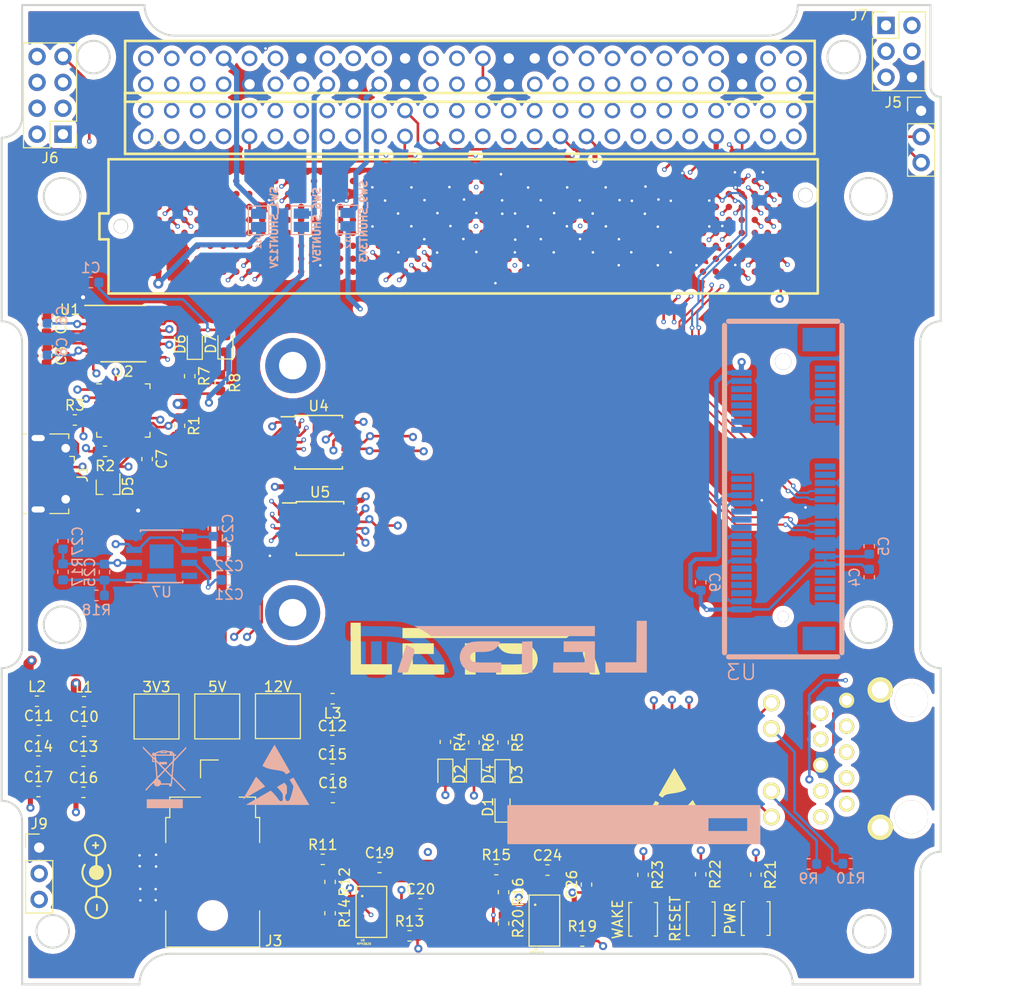
<source format=kicad_pcb>
(kicad_pcb (version 20171130) (host pcbnew "(5.0.2)-1")
  (title_block (title "Carrier Board V3") (date 3/16/2019) (rev "REV 1") (company "Made by: Daniel Lopez"))
  (layers (0 F.Cu mixed) (1 In1.Cu power) (2 In2.Cu signal) (31 B.Cu mixed) (34 B.Paste user) (35 F.Paste user) (36 B.SilkS user) (37 F.SilkS user) (38 B.Mask user) (39 F.Mask user) (44 Edge.Cuts user))
  (net 0 "")
  (net 1 TX2i_5V)
  (net 2 "GBE_CTREF(GND)")
  (net 3 "Net-(C2-Pad1)")
  (net 4 "Net-(C2-Pad2)")
  (net 5 "Net-(C3-Pad2)")
  (net 6 "Net-(C3-Pad1)")
  (net 7 "Net-(C8-Pad1)")
  (net 8 TX2i_12V)
  (net 9 TX2i_1.8V)
  (net 10 "Net-(D1-Pad2)")
  (net 11 "Net-(D2-Pad1)")
  (net 12 "Net-(D3-Pad1)")
  (net 13 "Net-(D4-Pad1)")
  (net 14 "Net-(D5-Pad1)")
  (net 15 "Net-(D5-Pad2)")
  (net 16 "Net-(D6-Pad1)")
  (net 17 "Net-(D7-Pad1)")
  (net 18 "Net-(J2-Pad12)")
  (net 19 "Net-(J2-Pad11)")
  (net 20 GBE_LINK1000#)
  (net 21 "Net-(J2-Pad15)")
  (net 22 "Net-(J2-Pad14)")
  (net 23 GBE_MDI3-)
  (net 24 GBE_MDI3+)
  (net 25 GBE_MDI2-)
  (net 26 GBE_MDI2+)
  (net 27 GBE_MDI1-)
  (net 28 GBE_MDI1+)
  (net 29 GBE_MDI0-)
  (net 30 GBE_MDI0+)
  (net 31 "Net-(J4-PadD1)")
  (net 32 "Net-(J4-PadD2)")
  (net 33 "Net-(J4-PadD3)")
  (net 34 "Net-(J4-PadD4)")
  (net 35 "Net-(J4-PadA5)")
  (net 36 "Net-(J4-PadB5)")
  (net 37 "Net-(J4-PadC5)")
  (net 38 "Net-(J4-PadD5)")
  (net 39 "Net-(J4-PadA6)")
  (net 40 "Net-(J4-PadB6)")
  (net 41 "Net-(J4-PadC6)")
  (net 42 "Net-(J4-PadD6)")
  (net 43 "Net-(J4-PadA7)")
  (net 44 "Net-(J4-PadB7)")
  (net 45 "Net-(J4-PadC7)")
  (net 46 "Net-(J4-PadD7)")
  (net 47 GPO0)
  (net 48 "Net-(J4-PadB8)")
  (net 49 "Net-(J4-PadC8)")
  (net 50 "Net-(J4-PadD8)")
  (net 51 GPO1)
  (net 52 GPI3)
  (net 53 "Net-(J4-PadC9)")
  (net 54 "Net-(J4-PadD9)")
  (net 55 GPI0)
  (net 56 "Net-(J4-PadB10)")
  (net 57 "Net-(J4-PadC10)")
  (net 58 "Net-(J4-PadD10)")
  (net 59 "Net-(J4-PadA11)")
  (net 60 "Net-(J4-PadB11)")
  (net 61 "Net-(J4-PadC11)")
  (net 62 "Net-(J4-PadD11)")
  (net 63 "Net-(J4-PadA12)")
  (net 64 "Net-(J4-PadB12)")
  (net 65 "Net-(J4-PadC12)")
  (net 66 "Net-(J4-PadD12)")
  (net 67 "Net-(J4-PadA13)")
  (net 68 "Net-(J4-PadB13)")
  (net 69 "Net-(J4-PadC13)")
  (net 70 "Net-(J4-PadD13)")
  (net 71 "Net-(J4-PadA14)")
  (net 72 "Net-(J4-PadC14)")
  (net 73 "Net-(J4-PadD14)")
  (net 74 "Net-(J4-PadA15)")
  (net 75 "Net-(J4-PadB15)")
  (net 76 "Net-(J4-PadC15)")
  (net 77 "Net-(J4-PadD15)")
  (net 78 "Net-(J4-PadA16)")
  (net 79 "Net-(J4-PadB16)")
  (net 80 "Net-(J4-PadC16)")
  (net 81 "Net-(J4-PadD16)")
  (net 82 "Net-(J4-PadA17)")
  (net 83 "Net-(J4-PadB17)")
  (net 84 "Net-(J4-PadC17)")
  (net 85 "Net-(J4-PadD17)")
  (net 86 "Net-(J4-PadA18)")
  (net 87 "Net-(J4-PadB18)")
  (net 88 "Net-(J4-PadC18)")
  (net 89 "Net-(J4-PadD18)")
  (net 90 "Net-(J4-PadA19)")
  (net 91 GPO2)
  (net 92 "Net-(J4-PadC19)")
  (net 93 "Net-(J4-PadD19)")
  (net 94 I2C_DAT)
  (net 95 "Net-(J4-PadB20)")
  (net 96 "Net-(J4-PadC20)")
  (net 97 I2C_CK)
  (net 98 "Net-(J4-PadB21)")
  (net 99 "Net-(J4-PadD21)")
  (net 100 GPI1)
  (net 101 "Net-(J4-PadB22)")
  (net 102 "Net-(J4-PadC22)")
  (net 103 "Net-(J4-PadD22)")
  (net 104 GPI2)
  (net 105 GPO3)
  (net 106 "Net-(J4-PadC23)")
  (net 107 "Net-(J4-PadA24)")
  (net 108 "Net-(J4-PadB24)")
  (net 109 "Net-(J4-PadD24)")
  (net 110 "Net-(J4-PadA25)")
  (net 111 "Net-(J4-PadB25)")
  (net 112 "Net-(J4-PadC25)")
  (net 113 "Net-(J4-PadD25)")
  (net 114 "Net-(J4-PadA26)")
  (net 115 "Net-(J4-PadB26)")
  (net 116 "Net-(J4-PadC26)")
  (net 117 "Net-(J4-PadA27)")
  (net 118 "Net-(J4-PadB27)")
  (net 119 "Net-(J4-PadD27)")
  (net 120 "Net-(J4-PadB28)")
  (net 121 "Net-(J4-PadC28)")
  (net 122 "Net-(J4-PadD28)")
  (net 123 "Net-(J4-PadA29)")
  (net 124 "Net-(J4-PadB29)")
  (net 125 "Net-(J4-PadC29)")
  (net 126 "Net-(J4-PadA30)")
  (net 127 "Net-(J4-PadB30)")
  (net 128 "Net-(J4-PadD30)")
  (net 129 "Net-(J4-PadA31)")
  (net 130 "Net-(J4-PadC31)")
  (net 131 "Net-(J4-PadD31)")
  (net 132 "Net-(J4-PadA32)")
  (net 133 "Net-(J4-PadB32)")
  (net 134 "Net-(J4-PadC32)")
  (net 135 "Net-(J4-PadA33)")
  (net 136 "Net-(J4-PadB33)")
  (net 137 "Net-(J4-PadD33)")
  (net 138 "Net-(J4-PadA34)")
  (net 139 "Net-(J4-PadB34)")
  (net 140 "Net-(J4-PadC34)")
  (net 141 "Net-(J4-PadD34)")
  (net 142 "Net-(J4-PadA35)")
  (net 143 "Net-(J4-PadB35)")
  (net 144 "Net-(J4-PadC35)")
  (net 145 "Net-(J4-PadA36)")
  (net 146 "Net-(J4-PadB36)")
  (net 147 "Net-(J4-PadD36)")
  (net 148 "Net-(J4-PadB37)")
  (net 149 "Net-(J4-PadC37)")
  (net 150 "Net-(J4-PadD37)")
  (net 151 "Net-(J4-PadA38)")
  (net 152 "Net-(J4-PadC38)")
  (net 153 "Net-(J4-PadA39)")
  (net 154 "Net-(J4-PadB39)")
  (net 155 "Net-(J4-PadD39)")
  (net 156 "Net-(J4-PadB40)")
  (net 157 "Net-(J4-PadC40)")
  (net 158 "Net-(J4-PadD40)")
  (net 159 "Net-(J4-PadA41)")
  (net 160 "Net-(J4-PadC41)")
  (net 161 "Net-(J4-PadA42)")
  (net 162 "Net-(J4-PadB42)")
  (net 163 "Net-(J4-PadD42)")
  (net 164 "Net-(J4-PadB43)")
  (net 165 "Net-(J4-PadC43)")
  (net 166 "Net-(J4-PadD43)")
  (net 167 "Net-(J4-PadA44)")
  (net 168 "Net-(J4-PadC44)")
  (net 169 "Net-(J4-PadA45)")
  (net 170 "Net-(J4-PadB45)")
  (net 171 SATA_TX+)
  (net 172 "Net-(J4-PadA46)")
  (net 173 "Net-(J4-PadB46)")
  (net 174 "Net-(J4-PadC46)")
  (net 175 SATA_TX-)
  (net 176 SYS_RESETn)
  (net 177 "Net-(J4-PadC47)")
  (net 178 "Net-(J4-PadD47)")
  (net 179 PWR_OK)
  (net 180 WAKE1n)
  (net 181 "Net-(J4-PadC48)")
  (net 182 "Net-(J4-PadD48)")
  (net 183 "Net-(J4-PadA49)")
  (net 184 "Net-(J4-PadB49)")
  (net 185 "Net-(J4-PadC49)")
  (net 186 "Net-(J4-PadD49)")
  (net 187 PWRBTNn)
  (net 188 "Net-(J4-PadC50)")
  (net 189 "Net-(J4-PadD50)")
  (net 190 "Net-(J4-PadE1)")
  (net 191 "Net-(J4-PadF1)")
  (net 192 "Net-(J4-PadG1)")
  (net 193 "Net-(J4-PadH1)")
  (net 194 SLEEPn)
  (net 195 "Net-(J4-PadF2)")
  (net 196 "Net-(J4-PadG2)")
  (net 197 "Net-(J4-PadH2)")
  (net 198 SPI0_CK)
  (net 199 SPI0_CS)
  (net 200 "Net-(J4-PadH3)")
  (net 201 SPI0_MI)
  (net 202 SPI0_MO)
  (net 203 "Net-(J4-PadG4)")
  (net 204 "Net-(J4-PadH4)")
  (net 205 "Net-(J4-PadE5)")
  (net 206 "Net-(J4-PadF5)")
  (net 207 "Net-(J4-PadG5)")
  (net 208 "Net-(J4-PadH5)")
  (net 209 "Net-(J4-PadE6)")
  (net 210 "Net-(J4-PadF6)")
  (net 211 "Net-(J4-PadG6)")
  (net 212 "Net-(J4-PadH6)")
  (net 213 "Net-(J4-PadE7)")
  (net 214 "Net-(J4-PadF7)")
  (net 215 "Net-(J4-PadG7)")
  (net 216 "Net-(J4-PadH7)")
  (net 217 "Net-(J4-PadE8)")
  (net 218 "Net-(J4-PadF8)")
  (net 219 "Net-(J4-PadG8)")
  (net 220 "Net-(J4-PadH8)")
  (net 221 "Net-(J4-PadE9)")
  (net 222 "Net-(J4-PadF9)")
  (net 223 "Net-(J4-PadG9)")
  (net 224 "Net-(J4-PadH9)")
  (net 225 "Net-(J4-PadE10)")
  (net 226 "Net-(J4-PadG10)")
  (net 227 "Net-(J4-PadH10)")
  (net 228 "Net-(J4-PadE11)")
  (net 229 "Net-(J4-PadF11)")
  (net 230 "Net-(J4-PadG11)")
  (net 231 "Net-(J4-PadH11)")
  (net 232 "Net-(J4-PadE12)")
  (net 233 "Net-(J4-PadF12)")
  (net 234 UART0_RX)
  (net 235 UART0_TX)
  (net 236 "Net-(J4-PadE13)")
  (net 237 "Net-(J4-PadF13)")
  (net 238 "Net-(J4-PadG13)")
  (net 239 "Net-(J4-PadH13)")
  (net 240 "Net-(J4-PadE14)")
  (net 241 "Net-(J4-PadF14)")
  (net 242 "Net-(J4-PadG14)")
  (net 243 "Net-(J4-PadH14)")
  (net 244 "Net-(J4-PadE15)")
  (net 245 "Net-(J4-PadG15)")
  (net 246 "Net-(J4-PadH15)")
  (net 247 "Net-(J4-PadE16)")
  (net 248 "Net-(J4-PadF16)")
  (net 249 "Net-(J4-PadG16)")
  (net 250 "Net-(J4-PadH16)")
  (net 251 "Net-(J4-PadE17)")
  (net 252 "Net-(J4-PadF17)")
  (net 253 "Net-(J4-PadH17)")
  (net 254 "Net-(J4-PadE18)")
  (net 255 "Net-(J4-PadF18)")
  (net 256 "Net-(J4-PadG18)")
  (net 257 "Net-(J4-PadH18)")
  (net 258 "Net-(J4-PadF19)")
  (net 259 "Net-(J4-PadG19)")
  (net 260 "Net-(J4-PadE20)")
  (net 261 "Net-(J4-PadF20)")
  (net 262 "Net-(J4-PadH20)")
  (net 263 "Net-(J4-PadE21)")
  (net 264 "Net-(J4-PadG21)")
  (net 265 "Net-(J4-PadH21)")
  (net 266 "Net-(J4-PadF22)")
  (net 267 "Net-(J4-PadG22)")
  (net 268 "Net-(J4-PadE23)")
  (net 269 "Net-(J4-PadF23)")
  (net 270 "Net-(J4-PadH23)")
  (net 271 "Net-(J4-PadE24)")
  (net 272 "Net-(J4-PadG24)")
  (net 273 "Net-(J4-PadH24)")
  (net 274 "Net-(J4-PadF25)")
  (net 275 "Net-(J4-PadG25)")
  (net 276 "Net-(J4-PadE26)")
  (net 277 "Net-(J4-PadF26)")
  (net 278 "Net-(J4-PadH26)")
  (net 279 "Net-(J4-PadE27)")
  (net 280 "Net-(J4-PadG27)")
  (net 281 "Net-(J4-PadH27)")
  (net 282 "Net-(J4-PadF28)")
  (net 283 "Net-(J4-PadG28)")
  (net 284 "Net-(J4-PadE29)")
  (net 285 "Net-(J4-PadF29)")
  (net 286 "Net-(J4-PadH29)")
  (net 287 "Net-(J4-PadE30)")
  (net 288 "Net-(J4-PadG30)")
  (net 289 "Net-(J4-PadH30)")
  (net 290 "Net-(J4-PadF31)")
  (net 291 "Net-(J4-PadG31)")
  (net 292 "Net-(J4-PadE32)")
  (net 293 "Net-(J4-PadF32)")
  (net 294 "Net-(J4-PadH32)")
  (net 295 "Net-(J4-PadE33)")
  (net 296 "Net-(J4-PadG33)")
  (net 297 "Net-(J4-PadH33)")
  (net 298 "Net-(J4-PadF34)")
  (net 299 "Net-(J4-PadG34)")
  (net 300 "Net-(J4-PadE35)")
  (net 301 "Net-(J4-PadF35)")
  (net 302 "Net-(J4-PadH35)")
  (net 303 "Net-(J4-PadE36)")
  (net 304 "Net-(J4-PadG36)")
  (net 305 "Net-(J4-PadH36)")
  (net 306 "Net-(J4-PadF37)")
  (net 307 "Net-(J4-PadG37)")
  (net 308 "Net-(J4-PadE38)")
  (net 309 "Net-(J4-PadF38)")
  (net 310 "Net-(J4-PadH38)")
  (net 311 "Net-(J4-PadE39)")
  (net 312 "Net-(J4-PadG39)")
  (net 313 "Net-(J4-PadH39)")
  (net 314 "Net-(J4-PadF40)")
  (net 315 "Net-(J4-PadG40)")
  (net 316 "Net-(J4-PadE41)")
  (net 317 "Net-(J4-PadF41)")
  (net 318 "Net-(J4-PadH41)")
  (net 319 "Net-(J4-PadE42)")
  (net 320 "Net-(J4-PadG42)")
  (net 321 "Net-(J4-PadH42)")
  (net 322 "Net-(J4-PadF43)")
  (net 323 "Net-(J4-PadG43)")
  (net 324 "Net-(J4-PadE44)")
  (net 325 "Net-(J4-PadF44)")
  (net 326 "Net-(J4-PadH44)")
  (net 327 "Net-(J4-PadE45)")
  (net 328 SATA_RX+)
  (net 329 "Net-(J4-PadH45)")
  (net 330 SATA_RX-)
  (net 331 "Net-(J4-PadE47)")
  (net 332 GBE_CTREF{GND})
  (net 333 "Net-(J4-PadE50)")
  (net 334 GBE_LINK100#)
  (net 335 "Net-(J4-PadH50)")
  (net 336 I2C_GP1_DAT)
  (net 337 I2C_GP1_CK)
  (net 338 SPI0_MISO)
  (net 339 SPI0_CLK)
  (net 340 SPI0_MOSI)
  (net 341 "Net-(J8-Pad52)")
  (net 342 "Net-(J8-Pad51)")
  (net 343 "Net-(J8-Pad50)")
  (net 344 "Net-(J8-Pad49)")
  (net 345 "Net-(J8-Pad48)")
  (net 346 "Net-(J8-Pad46)")
  (net 347 "Net-(J8-Pad26)")
  (net 348 "Net-(J8-Pad25)")
  (net 349 "Net-(J8-Pad20)")
  (net 350 "Net-(J8-Pad19)")
  (net 351 "Net-(J10-Pad1)")
  (net 352 "Net-(J10-Pad2)")
  (net 353 "Net-(J10-Pad3)")
  (net 354 "Net-(J10-Pad4)")
  (net 355 "Net-(J10-Pad5)")
  (net 356 "Net-(J10-Pad6)")
  (net 357 "Net-(J10-Pad7)")
  (net 358 SW3)
  (net 359 SW5)
  (net 360 SW6)
  (net 361 SW7)
  (net 362 SW8)
  (net 363 SW9)
  (net 364 SW10)
  (net 365 "Net-(J10-Pad23)")
  (net 366 "Net-(J10-Pad24)")
  (net 367 "Net-(J10-Pad25)")
  (net 368 "Net-(J10-Pad26)")
  (net 369 "Net-(J10-Pad31)")
  (net 370 "Net-(J10-Pad33)")
  (net 371 "Net-(J10-Pad34)")
  (net 372 PCM_IN)
  (net 373 "Net-(J10-Pad37)")
  (net 374 "Net-(J10-Pad38)")
  (net 375 "Net-(J10-Pad39)")
  (net 376 "Net-(J10-Pad40)")
  (net 377 BCR_OUT)
  (net 378 Reset#)
  (net 379 "Net-(R2-Pad1)")
  (net 380 "Net-(J1-Pad1)")
  (net 381 "Net-(R7-Pad2)")
  (net 382 "Net-(R8-Pad2)")
  (net 383 "Net-(R11-Pad2)")
  (net 384 "Net-(R12-Pad1)")
  (net 385 GNDA)
  (net 386 "Net-(R13-Pad2)")
  (net 387 "Net-(R15-Pad2)")
  (net 388 "Net-(R16-Pad1)")
  (net 389 "Net-(R19-Pad2)")
  (net 390 "Net-(U1-Pad8)")
  (net 391 RXD)
  (net 392 "Net-(U1-Pad10)")
  (net 393 TXD)
  (net 394 "Net-(U1-Pad13)")
  (net 395 "Net-(U2-Pad3)")
  (net 396 "Net-(U2-Pad5)")
  (net 397 "Net-(U2-Pad6)")
  (net 398 "Net-(U2-Pad7)")
  (net 399 "Net-(U2-Pad8)")
  (net 400 "Net-(U2-Pad9)")
  (net 401 "Net-(U2-Pad11)")
  (net 402 "Net-(U2-Pad12)")
  (net 403 "Net-(U2-Pad13)")
  (net 404 "Net-(U2-Pad23)")
  (net 405 "Net-(U2-Pad25)")
  (net 406 "Net-(U2-Pad27)")
  (net 407 "Net-(U2-Pad28)")
  (net 408 "Net-(U2-Pad29)")
  (net 409 "Net-(U2-Pad31)")
  (net 410 "Net-(U2-Pad32)")
  (net 411 "Net-(U3-Pad48)")
  (net 412 "Net-(U3-Pad47)")
  (net 413 "Net-(U3-Pad46)")
  (net 414 "Net-(U3-Pad45)")
  (net 415 "Net-(U3-Pad44)")
  (net 416 "Net-(U3-Pad43)")
  (net 417 "Net-(U3-Pad42)")
  (net 418 "Net-(U3-Pad38)")
  (net 419 "Net-(U3-Pad36)")
  (net 420 "Net-(U3-Pad32)")
  (net 421 "Net-(U3-Pad30)")
  (net 422 "Net-(U3-Pad28)")
  (net 423 "Net-(U3-Pad22)")
  (net 424 "Net-(U3-Pad20)")
  (net 425 "Net-(U3-Pad19)")
  (net 426 "Net-(U3-Pad17)")
  (net 427 "Net-(U3-Pad16)")
  (net 428 "Net-(U3-Pad14)")
  (net 429 "Net-(U3-Pad13)")
  (net 430 "Net-(U3-Pad12)")
  (net 431 "Net-(U3-Pad11)")
  (net 432 "Net-(U3-Pad10)")
  (net 433 "Net-(U3-Pad8)")
  (net 434 "Net-(U3-Pad7)")
  (net 435 "Net-(U3-Pad6)")
  (net 436 "Net-(U3-Pad5)")
  (net 437 "Net-(U3-Pad3)")
  (net 438 "Net-(U3-Pad1)")
  (net 439 "Net-(U4-Pad6)")
  (net 440 "Net-(U4-Pad9)")
  (net 441 SPI0_CS0#)
  (net 442 "Net-(U5-Pad9)")
  (net 443 "Net-(U5-Pad6)")
  (net 444 "Net-(U6-Pad11)")
  (net 445 "Net-(U6-Pad6)")
  (net 446 "Net-(U6-Pad5)")
  (net 447 "Net-(U6-Pad4)")
  (net 448 "Net-(U6-Pad2)")
  (net 449 "Net-(U8-Pad2)")
  (net 450 "Net-(U8-Pad4)")
  (net 451 "Net-(U8-Pad5)")
  (net 452 "Net-(U8-Pad6)")
  (net 453 "Net-(U8-Pad11)")
  (net 454 "Net-(J1-Pad4)")
  (net 455 TX2i_3V3)
  (net 456 "Net-(U3-Pad49)")
  (net 457 "Net-(C6-Pad1)")
  (net 458 "Net-(C7-Pad1)")
  (net 459 "Net-(C19-Pad1)")
  (net 460 "Net-(C23-Pad1)")
  (net 461 "Net-(C24-Pad1)")
  (net 462 "Net-(C25-Pad2)")
  (net 463 "Net-(12V1-Pad1)")
  (net 464 "Net-(3V3-Pad1)")
  (net 465 "Net-(5V1-Pad1)")
  (net 466 SW4)
  (net 467 SW2)
  (net 468 SW1)
  (net 469 USB_CHG5V)
  (net 470 SCL_B)
  (net 471 SDA_B)
  (net 472 CAN_L)
  (net 473 SCL_A)
  (net 474 CAN_H)
  (net 475 SDA_A)
  (net 476 UART_E_RS485-)
  (net 477 UART_C_RS485-)
  (net 478 UART_E_RS485+)
  (net 479 UART_C_RS485+)
  (net 480 UART_B_TX_LVTTL_GPS)
  (net 481 UART_B_RX_LVTTL_GPS)
  (net 482 GPIO_V)
  (net 483 GPIO_U)
  (net 484 GPIO_T)
  (net 485 GPIO_S)
  (net 486 GPIO_R)
  (net 487 SPI_CS)
  (net 488 SPI_MOSI)
  (net 489 SPI_MISO)
  (net 490 SPI_CLK)
  (net 491 GPIO_M)
  (net 492 GPIO_L)
  (net 493 GPIO_K)
  (net 494 GPIO_J)
  (net 495 SPI_CS_F)
  (net 496 SPI_CS_E)
  (net 497 SPI_CS_D)
  (net 498 SPI_CS_C)
  (net 499 SPI_CS_B)
  (net 500 SPI_CS_A)
  (net 501 GPIO_H)
  (net 502 GPIO_G)
  (net 503 GPIO_F)
  (net 504 GPIO_E)
  (net 505 GPIO_D)
  (net 506 GPIO_C)
  (net 507 GPIO_B)
  (net 508 GPIO_A)
  (net 509 DTMF4)
  (net 510 DTMF3)
  (net 511 DTMF2)
  (net 512 DTMF1)
  (net 513 VBATT)
  (net 514 3V3_PLAT)
  (net 515 UART_A_RX_LVTTL)
  (net 516 UART_A_TX_LVTTL)
  (module CarrierBoardV3:MSATA-Socket (layer B.Cu) (at 176.8132 77.9862 270)
    (fp_text reference U3 (at 30.46 4.105 180) (layer B.SilkS) (effects (font (size 1.524 1.524)) (justify mirror)))
    (fp_text value MSATA-Socket hide)
    (pad 52 smd rect (at 24.3 4.1 270) (size 0.6 2) (layers B.Cu B.Paste B.Mask) (net 455 TX2i_3V3))
    (pad 51 smd rect (at 23.9 -4.1 270) (size 0.6 2) (layers B.Cu B.Paste B.Mask) (net 2 "GBE_CTREF(GND)"))
    (pad 50 smd rect (at 23.5 4.1 270) (size 0.6 2) (layers B.Cu B.Paste B.Mask) (net 2 "GBE_CTREF(GND)"))
    (pad 49 smd rect (at 23.1 -4.1 270) (size 0.6 2) (layers B.Cu B.Paste B.Mask) (net 456 "Net-(U3-Pad49)"))
    (pad 48 smd rect (at 22.7 4.1 270) (size 0.6 2) (layers B.Cu B.Paste B.Mask) (net 411 "Net-(U3-Pad48)"))
    (pad 47 smd rect (at 22.3 -4.1 270) (size 0.6 2) (layers B.Cu B.Paste B.Mask) (net 412 "Net-(U3-Pad47)"))
    (pad 46 smd rect (at 21.9 4.1 270) (size 0.6 2) (layers B.Cu B.Paste B.Mask) (net 413 "Net-(U3-Pad46)"))
    (pad 45 smd rect (at 21.5 -4.1 270) (size 0.6 2) (layers B.Cu B.Paste B.Mask) (net 414 "Net-(U3-Pad45)"))
    (pad 44 smd rect (at 21.1 4.1 270) (size 0.6 2) (layers B.Cu B.Paste B.Mask) (net 415 "Net-(U3-Pad44)"))
    (pad 43 smd rect (at 20.7 -4.1 270) (size 0.6 2) (layers B.Cu B.Paste B.Mask) (net 416 "Net-(U3-Pad43)"))
    (pad 42 smd rect (at 20.3 4.1 270) (size 0.6 2) (layers B.Cu B.Paste B.Mask) (net 417 "Net-(U3-Pad42)"))
    (pad 41 smd rect (at 19.9 -4.1 270) (size 0.6 2) (layers B.Cu B.Paste B.Mask) (net 455 TX2i_3V3))
    (pad 40 smd rect (at 19.5 4.1 270) (size 0.6 2) (layers B.Cu B.Paste B.Mask) (net 2 "GBE_CTREF(GND)"))
    (pad 39 smd rect (at 19.1 -4.1 270) (size 0.6 2) (layers B.Cu B.Paste B.Mask) (net 455 TX2i_3V3))
    (pad 38 smd rect (at 18.7 4.1 270) (size 0.6 2) (layers B.Cu B.Paste B.Mask) (net 418 "Net-(U3-Pad38)"))
    (pad 37 smd rect (at 18.3 -4.1 270) (size 0.6 2) (layers B.Cu B.Paste B.Mask) (net 2 "GBE_CTREF(GND)"))
    (pad 36 smd rect (at 17.9 4.1 270) (size 0.6 2) (layers B.Cu B.Paste B.Mask) (net 419 "Net-(U3-Pad36)"))
    (pad 35 smd rect (at 17.5 -4.1 270) (size 0.6 2) (layers B.Cu B.Paste B.Mask) (net 2 "GBE_CTREF(GND)"))
    (pad 34 smd rect (at 17.1 4.1 270) (size 0.6 2) (layers B.Cu B.Paste B.Mask) (net 2 "GBE_CTREF(GND)"))
    (pad 33 smd rect (at 16.7 -4.1 270) (size 0.6 2) (layers B.Cu B.Paste B.Mask) (net 171 SATA_TX+))
    (pad 32 smd rect (at 16.3 4.1 270) (size 0.6 2) (layers B.Cu B.Paste B.Mask) (net 420 "Net-(U3-Pad32)"))
    (pad 31 smd rect (at 15.9 -4.1 270) (size 0.6 2) (layers B.Cu B.Paste B.Mask) (net 175 SATA_TX-))
    (pad 30 smd rect (at 15.5 4.1 270) (size 0.6 2) (layers B.Cu B.Paste B.Mask) (net 421 "Net-(U3-Pad30)"))
    (pad 29 smd rect (at 15.1 -4.1 270) (size 0.6 2) (layers B.Cu B.Paste B.Mask) (net 2 "GBE_CTREF(GND)"))
    (pad 28 smd rect (at 14.7 4.1 270) (size 0.6 2) (layers B.Cu B.Paste B.Mask) (net 422 "Net-(U3-Pad28)"))
    (pad 27 smd rect (at 14.3 -4.1 270) (size 0.6 2) (layers B.Cu B.Paste B.Mask) (net 2 "GBE_CTREF(GND)"))
    (pad 26 smd rect (at 13.9 4.1 270) (size 0.6 2) (layers B.Cu B.Paste B.Mask) (net 2 "GBE_CTREF(GND)"))
    (pad 25 smd rect (at 13.5 -4.1 270) (size 0.6 2) (layers B.Cu B.Paste B.Mask) (net 330 SATA_RX-))
    (pad 24 smd rect (at 13.1 4.1 270) (size 0.6 2) (layers B.Cu B.Paste B.Mask) (net 455 TX2i_3V3))
    (pad 23 smd rect (at 12.7 -4.1 270) (size 0.6 2) (layers B.Cu B.Paste B.Mask) (net 328 SATA_RX+))
    (pad 22 smd rect (at 12.3 4.1 270) (size 0.6 2) (layers B.Cu B.Paste B.Mask) (net 423 "Net-(U3-Pad22)"))
    (pad 21 smd rect (at 11.9 -4.1 270) (size 0.6 2) (layers B.Cu B.Paste B.Mask) (net 2 "GBE_CTREF(GND)"))
    (pad 20 smd rect (at 11.5 4.1 270) (size 0.6 2) (layers B.Cu B.Paste B.Mask) (net 424 "Net-(U3-Pad20)"))
    (pad 19 smd rect (at 11.1 -4.1 270) (size 0.6 2) (layers B.Cu B.Paste B.Mask) (net 425 "Net-(U3-Pad19)"))
    (pad 18 smd rect (at 10.7 4.1 270) (size 0.6 2) (layers B.Cu B.Paste B.Mask) (net 2 "GBE_CTREF(GND)"))
    (pad 17 smd rect (at 10.3 -4.1 270) (size 0.6 2) (layers B.Cu B.Paste B.Mask) (net 426 "Net-(U3-Pad17)"))
    (pad 16 smd rect (at 6.7 4.1 270) (size 0.6 2) (layers B.Cu B.Paste B.Mask) (net 427 "Net-(U3-Pad16)"))
    (pad 15 smd rect (at 6.3 -4.1 270) (size 0.6 2) (layers B.Cu B.Paste B.Mask) (net 2 "GBE_CTREF(GND)"))
    (pad 14 smd rect (at 5.9 4.1 270) (size 0.6 2) (layers B.Cu B.Paste B.Mask) (net 428 "Net-(U3-Pad14)"))
    (pad 13 smd rect (at 5.5 -4.1 270) (size 0.6 2) (layers B.Cu B.Paste B.Mask) (net 429 "Net-(U3-Pad13)"))
    (pad 12 smd rect (at 5.1 4.1 270) (size 0.6 2) (layers B.Cu B.Paste B.Mask) (net 430 "Net-(U3-Pad12)"))
    (pad 11 smd rect (at 4.7 -4.1 270) (size 0.6 2) (layers B.Cu B.Paste B.Mask) (net 431 "Net-(U3-Pad11)"))
    (pad 10 smd rect (at 4.3 4.1 270) (size 0.6 2) (layers B.Cu B.Paste B.Mask) (net 432 "Net-(U3-Pad10)"))
    (pad 9 smd rect (at 3.9 -4.1 270) (size 0.6 2) (layers B.Cu B.Paste B.Mask) (net 2 "GBE_CTREF(GND)"))
    (pad 8 smd rect (at 3.5 4.1 270) (size 0.6 2) (layers B.Cu B.Paste B.Mask) (net 433 "Net-(U3-Pad8)"))
    (pad 7 smd rect (at 3.1 -4.1 270) (size 0.6 2) (layers B.Cu B.Paste B.Mask) (net 434 "Net-(U3-Pad7)"))
    (pad 6 smd rect (at 2.7 4.1 270) (size 0.6 2) (layers B.Cu B.Paste B.Mask) (net 435 "Net-(U3-Pad6)"))
    (pad 5 smd rect (at 2.3 -4.1 270) (size 0.6 2) (layers B.Cu B.Paste B.Mask) (net 436 "Net-(U3-Pad5)"))
    (pad 4 smd rect (at 1.9 4.1 270) (size 0.6 2) (layers B.Cu B.Paste B.Mask) (net 2 "GBE_CTREF(GND)"))
    (pad 3 smd rect (at 1.5 -4.1 270) (size 0.6 2) (layers B.Cu B.Paste B.Mask) (net 437 "Net-(U3-Pad3)"))
    (pad 2 smd rect (at 1.1 4.1 270) (size 0.6 2) (layers B.Cu B.Paste B.Mask) (net 455 TX2i_3V3))
    (pad 1 smd rect (at 0.7 -4.1 270) (size 0.6 2) (layers B.Cu B.Paste B.Mask) (net 438 "Net-(U3-Pad1)"))
    (pad "" connect rect (at 24.6 48.05 270) (size 0.1 0.1) (layers B.SilkS))
    (pad "" connect rect (at 0.4 48.05 270) (size 0.1 0.1) (layers B.SilkS))
    (pad "" smd rect (at 27.15 -3.5 270) (size 2.3 3.2) (layers B.Cu B.Paste B.Mask))
    (pad "" smd rect (at -2.15 -3.5 270) (size 2.3 3.2) (layers B.Cu B.Paste B.Mask))
    (pad "" thru_hole circle (at 0 0 270) (size 1.6 1.6) (drill 1.6) (layers *.Cu *.Mask))
    (pad "" thru_hole circle (at 25 0 270) (size 1.1 1.1) (drill 1.1) (layers *.Cu *.Mask))
  )
  (module Symbol:ESD-Logo_6.6x6mm_SilkScreen (layer B.Cu) (at 127.127 118.491 180)
    (fp_text reference REF** hide)
    (fp_text value ESD-Logo_6.6x6mm_SilkScreen hide)
  )
  (module MountingHole:MountingHole_2.7mm_M2.5_Pad (layer F.Cu) (at 128.7482 102.6062)
    (fp_text reference M2 hide)
    (fp_text value MountingHole_2.7mm_M2.5_Pad)
    (pad 1 thru_hole circle (at 0 0) (size 5.4 5.4) (drill 2.7) (layers *.Cu *.Mask))
  )
  (module CarrierBoardV3:LetSat_Logo_Front (layer B.Cu) (at 148.7805 106.172 180)
    (fp_text reference G*** hide)
    (fp_text value LOGO hide)
    (fp_poly (pts (xy 12.353636 -2.309091) (xy 11.314545 -2.309091) (xy 11.314545 0.750455) (xy 12.353636 0.750455) (xy 12.353636 -2.309091)) (layer B.Cu) (width 0.01))
    (fp_poly (pts (xy 14.374091 1.27) (xy 12.524543 1.27) (xy 11.86217 1.267926) (xy 11.301042 1.260868) (xy 10.827009 1.247571) (xy 10.425923 1.226781) (xy 10.083634 1.197245) (xy 9.785993 1.157707) (xy 9.51885 1.106914) (xy 9.268056 1.043611) (xy 9.019462 0.966544) (xy 8.990302 0.956718) (xy 8.295805 0.66214) (xy 7.651998 0.271547) (xy 7.070416 -0.204436) (xy 6.562591 -0.755186) (xy 6.140059 -1.370077) (xy 5.86025 -1.926575) (xy 5.697679 -2.309091) (xy 4.690238 -2.309091) (xy 4.830611 -1.922368) (xy 5.178079 -1.127685) (xy 5.615969 -0.40227) (xy 6.138743 0.248783) (xy 6.740859 0.820381) (xy 7.416777 1.307428) (xy 8.160957 1.704832) (xy 8.967859 2.007498) (xy 9.166755 2.064535) (xy 9.308939 2.102348) (xy 9.437794 2.133407) (xy 9.566419 2.158498) (xy 9.70791 2.178408) (xy 9.875366 2.193924) (xy 10.081885 2.205834) (xy 10.340563 2.214924) (xy 10.6645 2.221982) (xy 11.066791 2.227793) (xy 11.560536 2.233146) (xy 12.050568 2.237818) (xy 14.374091 2.25951) (xy 14.374091 1.27)) (layer B.Cu) (width 0.01))
  )
  (module TestPoint:TestPoint_Pad_4.0x4.0mm (layer F.Cu) (at 115.4132 112.7862)
    (fp_text reference 3V3 (at 0 -2.898) (layer F.SilkS))
    (fp_text value 3.3V)
    (pad 1 smd rect (at 0 0) (size 4 4) (layers F.Cu F.Mask) (net 464 "Net-(3V3-Pad1)"))
  )
  (module CarrierBoardV3:LetSat_Logo_Front (layer F.Cu) (at 149.098 106.3625)
    (fp_text reference G*** hide)
    (fp_text value LOGO hide)
    (fp_poly (pts (xy 14.374091 -1.27) (xy 12.524543 -1.27) (xy 11.86217 -1.267926) (xy 11.301042 -1.260868) (xy 10.827009 -1.247571) (xy 10.425923 -1.226781) (xy 10.083634 -1.197245) (xy 9.785993 -1.157707) (xy 9.51885 -1.106914) (xy 9.268056 -1.043611) (xy 9.019462 -0.966544) (xy 8.990302 -0.956718) (xy 8.295805 -0.66214) (xy 7.651998 -0.271547) (xy 7.070416 0.204436) (xy 6.562591 0.755186) (xy 6.140059 1.370077) (xy 5.86025 1.926575) (xy 5.697679 2.309091) (xy 4.690238 2.309091) (xy 4.830611 1.922368) (xy 5.178079 1.127685) (xy 5.615969 0.40227) (xy 6.138743 -0.248783) (xy 6.740859 -0.820381) (xy 7.416777 -1.307428) (xy 8.160957 -1.704832) (xy 8.967859 -2.007498) (xy 9.166755 -2.064535) (xy 9.308939 -2.102348) (xy 9.437794 -2.133407) (xy 9.566419 -2.158498) (xy 9.70791 -2.178408) (xy 9.875366 -2.193924) (xy 10.081885 -2.205834) (xy 10.340563 -2.214924) (xy 10.6645 -2.221982) (xy 11.066791 -2.227793) (xy 11.560536 -2.233146) (xy 12.050568 -2.237818) (xy 14.374091 -2.25951) (xy 14.374091 -1.27)) (layer F.Cu) (width 0.01))
    (fp_poly (pts (xy 12.353636 2.309091) (xy 11.314545 2.309091) (xy 11.314545 -0.750455) (xy 12.353636 -0.750455) (xy 12.353636 2.309091)) (layer F.Cu) (width 0.01))
  )
  (module MountingHole:MountingHole_2.7mm_M2.5_Pad (layer F.Cu) (at 128.7632 78.3862)
    (fp_text reference M1 hide)
    (fp_text value MountingHole_2.7mm_M2.5_Pad)
    (pad 1 thru_hole circle (at 0 0) (size 5.4 5.4) (drill 2.7) (layers *.Cu *.Mask))
  )
  (module CarrierBoardV3:SEAM-50-02.0-XX-08-X-A (layer F.Cu) (at 145.4539 64.7362 180)
    (fp_text reference J4 hide)
    (fp_text value TX2iConnctor hide)
    (fp_text user H1 (at 29.972 8.382 180) (layer F.SilkS) (effects (font (thickness 0.05))))
    (pad Hole np_thru_hole circle (at -33.5407 3.048 180) (size 1.27 1.27) (drill 1.27) (layers *.Cu *.Mask F.SilkS))
    (pad Hole np_thru_hole circle (at 33.5407 0 180) (size 1.27 1.27) (drill 1.27) (layers *.Cu *.Mask F.SilkS))
    (pad H50 smd circle (at -31.115 4.445 180) (size 0.635 0.635) (layers F.Cu F.Paste F.Mask) (net 335 "Net-(J4-PadH50)"))
    (pad G50 smd circle (at -31.115 3.175 180) (size 0.635 0.635) (layers F.Cu F.Paste F.Mask) (net 2 "GBE_CTREF(GND)"))
    (pad F50 smd circle (at -31.115 1.905 180) (size 0.635 0.635) (layers F.Cu F.Paste F.Mask) (net 334 GBE_LINK100#))
    (pad E50 smd circle (at -31.115 0.635 180) (size 0.635 0.635) (layers F.Cu F.Paste F.Mask) (net 333 "Net-(J4-PadE50)"))
    (pad H49 smd circle (at -29.845 4.445 180) (size 0.635 0.635) (layers F.Cu F.Paste F.Mask) (net 2 "GBE_CTREF(GND)"))
    (pad G49 smd circle (at -29.845 3.175 180) (size 0.635 0.635) (layers F.Cu F.Paste F.Mask) (net 25 GBE_MDI2-))
    (pad F49 smd circle (at -29.845 1.905 180) (size 0.635 0.635) (layers F.Cu F.Paste F.Mask) (net 332 GBE_CTREF{GND}))
    (pad E49 smd circle (at -29.845 0.635 180) (size 0.635 0.635) (layers F.Cu F.Paste F.Mask) (net 29 GBE_MDI0-))
    (pad H48 smd circle (at -28.575 4.445 180) (size 0.635 0.635) (layers F.Cu F.Paste F.Mask) (net 23 GBE_MDI3-))
    (pad G48 smd circle (at -28.575 3.175 180) (size 0.635 0.635) (layers F.Cu F.Paste F.Mask) (net 26 GBE_MDI2+))
    (pad F48 smd circle (at -28.575 1.905 180) (size 0.635 0.635) (layers F.Cu F.Paste F.Mask) (net 27 GBE_MDI1-))
    (pad E48 smd circle (at -28.575 0.635 180) (size 0.635 0.635) (layers F.Cu F.Paste F.Mask) (net 30 GBE_MDI0+))
    (pad H47 smd circle (at -27.305 4.445 180) (size 0.635 0.635) (layers F.Cu F.Paste F.Mask) (net 24 GBE_MDI3+))
    (pad G47 smd circle (at -27.305 3.175 180) (size 0.635 0.635) (layers F.Cu F.Paste F.Mask) (net 2 "GBE_CTREF(GND)"))
    (pad F47 smd circle (at -27.305 1.905 180) (size 0.635 0.635) (layers F.Cu F.Paste F.Mask) (net 28 GBE_MDI1+))
    (pad E47 smd circle (at -27.305 0.635 180) (size 0.635 0.635) (layers F.Cu F.Paste F.Mask) (net 331 "Net-(J4-PadE47)"))
    (pad H46 smd circle (at -26.035 4.445 180) (size 0.635 0.635) (layers F.Cu F.Paste F.Mask) (net 2 "GBE_CTREF(GND)"))
    (pad G46 smd circle (at -26.035 3.175 180) (size 0.635 0.635) (layers F.Cu F.Paste F.Mask) (net 330 SATA_RX-))
    (pad F46 smd circle (at -26.035 1.905 180) (size 0.635 0.635) (layers F.Cu F.Paste F.Mask) (net 20 GBE_LINK1000#))
    (pad E46 smd circle (at -26.035 0.635 180) (size 0.635 0.635) (layers F.Cu F.Paste F.Mask) (net 2 "GBE_CTREF(GND)"))
    (pad H45 smd circle (at -24.765 4.445 180) (size 0.635 0.635) (layers F.Cu F.Paste F.Mask) (net 329 "Net-(J4-PadH45)"))
    (pad G45 smd circle (at -24.765 3.175 180) (size 0.635 0.635) (layers F.Cu F.Paste F.Mask) (net 328 SATA_RX+))
    (pad F45 smd circle (at -24.765 1.905 180) (size 0.635 0.635) (layers F.Cu F.Paste F.Mask) (net 2 "GBE_CTREF(GND)"))
    (pad E45 smd circle (at -24.765 0.635 180) (size 0.635 0.635) (layers F.Cu F.Paste F.Mask) (net 327 "Net-(J4-PadE45)"))
    (pad H44 smd circle (at -23.495 4.445 180) (size 0.635 0.635) (layers F.Cu F.Paste F.Mask) (net 326 "Net-(J4-PadH44)"))
    (pad G44 smd circle (at -23.495 3.175 180) (size 0.635 0.635) (layers F.Cu F.Paste F.Mask) (net 2 "GBE_CTREF(GND)"))
    (pad F44 smd circle (at -23.495 1.905 180) (size 0.635 0.635) (layers F.Cu F.Paste F.Mask) (net 325 "Net-(J4-PadF44)"))
    (pad E44 smd circle (at -23.495 0.635 180) (size 0.635 0.635) (layers F.Cu F.Paste F.Mask) (net 324 "Net-(J4-PadE44)"))
    (pad H43 smd circle (at -22.225 4.445 180) (size 0.635 0.635) (layers F.Cu F.Paste F.Mask) (net 2 "GBE_CTREF(GND)"))
    (pad G43 smd circle (at -22.225 3.175 180) (size 0.635 0.635) (layers F.Cu F.Paste F.Mask) (net 323 "Net-(J4-PadG43)"))
    (pad F43 smd circle (at -22.225 1.905 180) (size 0.635 0.635) (layers F.Cu F.Paste F.Mask) (net 322 "Net-(J4-PadF43)"))
    (pad E43 smd circle (at -22.225 0.635 180) (size 0.635 0.635) (layers F.Cu F.Paste F.Mask) (net 2 "GBE_CTREF(GND)"))
    (pad H42 smd circle (at -20.955 4.445 180) (size 0.635 0.635) (layers F.Cu F.Paste F.Mask) (net 321 "Net-(J4-PadH42)"))
    (pad G42 smd circle (at -20.955 3.175 180) (size 0.635 0.635) (layers F.Cu F.Paste F.Mask) (net 320 "Net-(J4-PadG42)"))
    (pad F42 smd circle (at -20.955 1.905 180) (size 0.635 0.635) (layers F.Cu F.Paste F.Mask) (net 2 "GBE_CTREF(GND)"))
    (pad E42 smd circle (at -20.955 0.635 180) (size 0.635 0.635) (layers F.Cu F.Paste F.Mask) (net 319 "Net-(J4-PadE42)"))
    (pad H41 smd circle (at -19.685 4.445 180) (size 0.635 0.635) (layers F.Cu F.Paste F.Mask) (net 318 "Net-(J4-PadH41)"))
    (pad G41 smd circle (at -19.685 3.175 180) (size 0.635 0.635) (layers F.Cu F.Paste F.Mask) (net 2 "GBE_CTREF(GND)"))
    (pad F41 smd circle (at -19.685 1.905 180) (size 0.635 0.635) (layers F.Cu F.Paste F.Mask) (net 317 "Net-(J4-PadF41)"))
    (pad E41 smd circle (at -19.685 0.635 180) (size 0.635 0.635) (layers F.Cu F.Paste F.Mask) (net 316 "Net-(J4-PadE41)"))
    (pad H40 smd circle (at -18.415 4.445 180) (size 0.635 0.635) (layers F.Cu F.Paste F.Mask) (net 2 "GBE_CTREF(GND)"))
    (pad G40 smd circle (at -18.415 3.175 180) (size 0.635 0.635) (layers F.Cu F.Paste F.Mask) (net 315 "Net-(J4-PadG40)"))
    (pad F40 smd circle (at -18.415 1.905 180) (size 0.635 0.635) (layers F.Cu F.Paste F.Mask) (net 314 "Net-(J4-PadF40)"))
    (pad E40 smd circle (at -18.415 0.635 180) (size 0.635 0.635) (layers F.Cu F.Paste F.Mask) (net 2 "GBE_CTREF(GND)"))
    (pad H39 smd circle (at -17.145 4.445 180) (size 0.635 0.635) (layers F.Cu F.Paste F.Mask) (net 313 "Net-(J4-PadH39)"))
    (pad G39 smd circle (at -17.145 3.175 180) (size 0.635 0.635) (layers F.Cu F.Paste F.Mask) (net 312 "Net-(J4-PadG39)"))
    (pad F39 smd circle (at -17.145 1.905 180) (size 0.635 0.635) (layers F.Cu F.Paste F.Mask) (net 2 "GBE_CTREF(GND)"))
    (pad E39 smd circle (at -17.145 0.635 180) (size 0.635 0.635) (layers F.Cu F.Paste F.Mask) (net 311 "Net-(J4-PadE39)"))
    (pad H38 smd circle (at -15.875 4.445 180) (size 0.635 0.635) (layers F.Cu F.Paste F.Mask) (net 310 "Net-(J4-PadH38)"))
    (pad G38 smd circle (at -15.875 3.175 180) (size 0.635 0.635) (layers F.Cu F.Paste F.Mask) (net 2 "GBE_CTREF(GND)"))
    (pad F38 smd circle (at -15.875 1.905 180) (size 0.635 0.635) (layers F.Cu F.Paste F.Mask) (net 309 "Net-(J4-PadF38)"))
    (pad E38 smd circle (at -15.875 0.635 180) (size 0.635 0.635) (layers F.Cu F.Paste F.Mask) (net 308 "Net-(J4-PadE38)"))
    (pad H37 smd circle (at -14.605 4.445 180) (size 0.635 0.635) (layers F.Cu F.Paste F.Mask) (net 2 "GBE_CTREF(GND)"))
    (pad G37 smd circle (at -14.605 3.175 180) (size 0.635 0.635) (layers F.Cu F.Paste F.Mask) (net 307 "Net-(J4-PadG37)"))
    (pad F37 smd circle (at -14.605 1.905 180) (size 0.635 0.635) (layers F.Cu F.Paste F.Mask) (net 306 "Net-(J4-PadF37)"))
    (pad E37 smd circle (at -14.605 0.635 180) (size 0.635 0.635) (layers F.Cu F.Paste F.Mask) (net 2 "GBE_CTREF(GND)"))
    (pad H36 smd circle (at -13.335 4.445 180) (size 0.635 0.635) (layers F.Cu F.Paste F.Mask) (net 305 "Net-(J4-PadH36)"))
    (pad G36 smd circle (at -13.335 3.175 180) (size 0.635 0.635) (layers F.Cu F.Paste F.Mask) (net 304 "Net-(J4-PadG36)"))
    (pad F36 smd circle (at -13.335 1.905 180) (size 0.635 0.635) (layers F.Cu F.Paste F.Mask) (net 2 "GBE_CTREF(GND)"))
    (pad E36 smd circle (at -13.335 0.635 180) (size 0.635 0.635) (layers F.Cu F.Paste F.Mask) (net 303 "Net-(J4-PadE36)"))
    (pad H35 smd circle (at -12.065 4.445 180) (size 0.635 0.635) (layers F.Cu F.Paste F.Mask) (net 302 "Net-(J4-PadH35)"))
    (pad G35 smd circle (at -12.065 3.175 180) (size 0.635 0.635) (layers F.Cu F.Paste F.Mask) (net 2 "GBE_CTREF(GND)"))
    (pad F35 smd circle (at -12.065 1.905 180) (size 0.635 0.635) (layers F.Cu F.Paste F.Mask) (net 301 "Net-(J4-PadF35)"))
    (pad E35 smd circle (at -12.065 0.635 180) (size 0.635 0.635) (layers F.Cu F.Paste F.Mask) (net 300 "Net-(J4-PadE35)"))
    (pad H34 smd circle (at -10.795 4.445 180) (size 0.635 0.635) (layers F.Cu F.Paste F.Mask) (net 2 "GBE_CTREF(GND)"))
    (pad G34 smd circle (at -10.795 3.175 180) (size 0.635 0.635) (layers F.Cu F.Paste F.Mask) (net 299 "Net-(J4-PadG34)"))
    (pad F34 smd circle (at -10.795 1.905 180) (size 0.635 0.635) (layers F.Cu F.Paste F.Mask) (net 298 "Net-(J4-PadF34)"))
    (pad E34 smd circle (at -10.795 0.635 180) (size 0.635 0.635) (layers F.Cu F.Paste F.Mask) (net 2 "GBE_CTREF(GND)"))
    (pad H33 smd circle (at -9.525 4.445 180) (size 0.635 0.635) (layers F.Cu F.Paste F.Mask) (net 297 "Net-(J4-PadH33)"))
    (pad G33 smd circle (at -9.525 3.175 180) (size 0.635 0.635) (layers F.Cu F.Paste F.Mask) (net 296 "Net-(J4-PadG33)"))
    (pad F33 smd circle (at -9.525 1.905 180) (size 0.635 0.635) (layers F.Cu F.Paste F.Mask) (net 2 "GBE_CTREF(GND)"))
    (pad E33 smd circle (at -9.525 0.635 180) (size 0.635 0.635) (layers F.Cu F.Paste F.Mask) (net 295 "Net-(J4-PadE33)"))
    (pad H32 smd circle (at -8.255 4.445 180) (size 0.635 0.635) (layers F.Cu F.Paste F.Mask) (net 294 "Net-(J4-PadH32)"))
    (pad G32 smd circle (at -8.255 3.175 180) (size 0.635 0.635) (layers F.Cu F.Paste F.Mask) (net 2 "GBE_CTREF(GND)"))
    (pad F32 smd circle (at -8.255 1.905 180) (size 0.635 0.635) (layers F.Cu F.Paste F.Mask) (net 293 "Net-(J4-PadF32)"))
    (pad E32 smd circle (at -8.255 0.635 180) (size 0.635 0.635) (layers F.Cu F.Paste F.Mask) (net 292 "Net-(J4-PadE32)"))
    (pad H31 smd circle (at -6.985 4.445 180) (size 0.635 0.635) (layers F.Cu F.Paste F.Mask) (net 2 "GBE_CTREF(GND)"))
    (pad G31 smd circle (at -6.985 3.175 180) (size 0.635 0.635) (layers F.Cu F.Paste F.Mask) (net 291 "Net-(J4-PadG31)"))
    (pad F31 smd circle (at -6.985 1.905 180) (size 0.635 0.635) (layers F.Cu F.Paste F.Mask) (net 290 "Net-(J4-PadF31)"))
    (pad E31 smd circle (at -6.985 0.635 180) (size 0.635 0.635) (layers F.Cu F.Paste F.Mask) (net 2 "GBE_CTREF(GND)"))
    (pad H30 smd circle (at -5.715 4.445 180) (size 0.635 0.635) (layers F.Cu F.Paste F.Mask) (net 289 "Net-(J4-PadH30)"))
    (pad G30 smd circle (at -5.715 3.175 180) (size 0.635 0.635) (layers F.Cu F.Paste F.Mask) (net 288 "Net-(J4-PadG30)"))
    (pad F30 smd circle (at -5.715 1.905 180) (size 0.635 0.635) (layers F.Cu F.Paste F.Mask) (net 2 "GBE_CTREF(GND)"))
    (pad E30 smd circle (at -5.715 0.635 180) (size 0.635 0.635) (layers F.Cu F.Paste F.Mask) (net 287 "Net-(J4-PadE30)"))
    (pad H29 smd circle (at -4.445 4.445 180) (size 0.635 0.635) (layers F.Cu F.Paste F.Mask) (net 286 "Net-(J4-PadH29)"))
    (pad G29 smd circle (at -4.445 3.175 180) (size 0.635 0.635) (layers F.Cu F.Paste F.Mask) (net 2 "GBE_CTREF(GND)"))
    (pad F29 smd circle (at -4.445 1.905 180) (size 0.635 0.635) (layers F.Cu F.Paste F.Mask) (net 285 "Net-(J4-PadF29)"))
    (pad E29 smd circle (at -4.445 0.635 180) (size 0.635 0.635) (layers F.Cu F.Paste F.Mask) (net 284 "Net-(J4-PadE29)"))
    (pad H28 smd circle (at -3.175 4.445 180) (size 0.635 0.635) (layers F.Cu F.Paste F.Mask) (net 2 "GBE_CTREF(GND)"))
    (pad G28 smd circle (at -3.175 3.175 180) (size 0.635 0.635) (layers F.Cu F.Paste F.Mask) (net 283 "Net-(J4-PadG28)"))
    (pad F28 smd circle (at -3.175 1.905 180) (size 0.635 0.635) (layers F.Cu F.Paste F.Mask) (net 282 "Net-(J4-PadF28)"))
    (pad E28 smd circle (at -3.175 0.635 180) (size 0.635 0.635) (layers F.Cu F.Paste F.Mask) (net 2 "GBE_CTREF(GND)"))
    (pad H27 smd circle (at -1.905 4.445 180) (size 0.635 0.635) (layers F.Cu F.Paste F.Mask) (net 281 "Net-(J4-PadH27)"))
    (pad G27 smd circle (at -1.905 3.175 180) (size 0.635 0.635) (layers F.Cu F.Paste F.Mask) (net 280 "Net-(J4-PadG27)"))
    (pad F27 smd circle (at -1.905 1.905 180) (size 0.635 0.635) (layers F.Cu F.Paste F.Mask) (net 2 "GBE_CTREF(GND)"))
    (pad E27 smd circle (at -1.905 0.635 180) (size 0.635 0.635) (layers F.Cu F.Paste F.Mask) (net 279 "Net-(J4-PadE27)"))
    (pad H26 smd circle (at -0.635 4.445 180) (size 0.635 0.635) (layers F.Cu F.Paste F.Mask) (net 278 "Net-(J4-PadH26)"))
    (pad G26 smd circle (at -0.635 3.175 180) (size 0.635 0.635) (layers F.Cu F.Paste F.Mask) (net 2 "GBE_CTREF(GND)"))
    (pad F26 smd circle (at -0.635 1.905 180) (size 0.635 0.635) (layers F.Cu F.Paste F.Mask) (net 277 "Net-(J4-PadF26)"))
    (pad E26 smd circle (at -0.635 0.635 180) (size 0.635 0.635) (layers F.Cu F.Paste F.Mask) (net 276 "Net-(J4-PadE26)"))
    (pad H25 smd circle (at 0.635 4.445 180) (size 0.635 0.635) (layers F.Cu F.Paste F.Mask) (net 2 "GBE_CTREF(GND)"))
    (pad G25 smd circle (at 0.635 3.175 180) (size 0.635 0.635) (layers F.Cu F.Paste F.Mask) (net 275 "Net-(J4-PadG25)"))
    (pad F25 smd circle (at 0.635 1.905 180) (size 0.635 0.635) (layers F.Cu F.Paste F.Mask) (net 274 "Net-(J4-PadF25)"))
    (pad E25 smd circle (at 0.635 0.635 180) (size 0.635 0.635) (layers F.Cu F.Paste F.Mask) (net 2 "GBE_CTREF(GND)"))
    (pad H24 smd circle (at 1.905 4.445 180) (size 0.635 0.635) (layers F.Cu F.Paste F.Mask) (net 273 "Net-(J4-PadH24)"))
    (pad G24 smd circle (at 1.905 3.175 180) (size 0.635 0.635) (layers F.Cu F.Paste F.Mask) (net 272 "Net-(J4-PadG24)"))
    (pad F24 smd circle (at 1.905 1.905 180) (size 0.635 0.635) (layers F.Cu F.Paste F.Mask) (net 2 "GBE_CTREF(GND)"))
    (pad E24 smd circle (at 1.905 0.635 180) (size 0.635 0.635) (layers F.Cu F.Paste F.Mask) (net 271 "Net-(J4-PadE24)"))
    (pad H23 smd circle (at 3.175 4.445 180) (size 0.635 0.635) (layers F.Cu F.Paste F.Mask) (net 270 "Net-(J4-PadH23)"))
    (pad G23 smd circle (at 3.175 3.175 180) (size 0.635 0.635) (layers F.Cu F.Paste F.Mask) (net 2 "GBE_CTREF(GND)"))
    (pad F23 smd circle (at 3.175 1.905 180) (size 0.635 0.635) (layers F.Cu F.Paste F.Mask) (net 269 "Net-(J4-PadF23)"))
    (pad E23 smd circle (at 3.175 0.635 180) (size 0.635 0.635) (layers F.Cu F.Paste F.Mask) (net 268 "Net-(J4-PadE23)"))
    (pad H22 smd circle (at 4.445 4.445 180) (size 0.635 0.635) (layers F.Cu F.Paste F.Mask) (net 2 "GBE_CTREF(GND)"))
    (pad G22 smd circle (at 4.445 3.175 180) (size 0.635 0.635) (layers F.Cu F.Paste F.Mask) (net 267 "Net-(J4-PadG22)"))
    (pad F22 smd circle (at 4.445 1.905 180) (size 0.635 0.635) (layers F.Cu F.Paste F.Mask) (net 266 "Net-(J4-PadF22)"))
    (pad E22 smd circle (at 4.445 0.635 180) (size 0.635 0.635) (layers F.Cu F.Paste F.Mask) (net 2 "GBE_CTREF(GND)"))
    (pad H21 smd circle (at 5.715 4.445 180) (size 0.635 0.635) (layers F.Cu F.Paste F.Mask) (net 265 "Net-(J4-PadH21)"))
    (pad G21 smd circle (at 5.715 3.175 180) (size 0.635 0.635) (layers F.Cu F.Paste F.Mask) (net 264 "Net-(J4-PadG21)"))
    (pad F21 smd circle (at 5.715 1.905 180) (size 0.635 0.635) (layers F.Cu F.Paste F.Mask) (net 2 "GBE_CTREF(GND)"))
    (pad E21 smd circle (at 5.715 0.635 180) (size 0.635 0.635) (layers F.Cu F.Paste F.Mask) (net 263 "Net-(J4-PadE21)"))
    (pad H20 smd circle (at 6.985 4.445 180) (size 0.635 0.635) (layers F.Cu F.Paste F.Mask) (net 262 "Net-(J4-PadH20)"))
    (pad G20 smd circle (at 6.985 3.175 180) (size 0.635 0.635) (layers F.Cu F.Paste F.Mask) (net 2 "GBE_CTREF(GND)"))
    (pad F20 smd circle (at 6.985 1.905 180) (size 0.635 0.635) (layers F.Cu F.Paste F.Mask) (net 261 "Net-(J4-PadF20)"))
    (pad E20 smd circle (at 6.985 0.635 180) (size 0.635 0.635) (layers F.Cu F.Paste F.Mask) (net 260 "Net-(J4-PadE20)"))
    (pad H19 smd circle (at 8.255 4.445 180) (size 0.635 0.635) (layers F.Cu F.Paste F.Mask) (net 2 "GBE_CTREF(GND)"))
    (pad G19 smd circle (at 8.255 3.175 180) (size 0.635 0.635) (layers F.Cu F.Paste F.Mask) (net 259 "Net-(J4-PadG19)"))
    (pad F19 smd circle (at 8.255 1.905 180) (size 0.635 0.635) (layers F.Cu F.Paste F.Mask) (net 258 "Net-(J4-PadF19)"))
    (pad E19 smd circle (at 8.255 0.635 180) (size 0.635 0.635) (layers F.Cu F.Paste F.Mask) (net 2 "GBE_CTREF(GND)"))
    (pad H18 smd circle (at 9.525 4.445 180) (size 0.635 0.635) (layers F.Cu F.Paste F.Mask) (net 257 "Net-(J4-PadH18)"))
    (pad G18 smd circle (at 9.525 3.175 180) (size 0.635 0.635) (layers F.Cu F.Paste F.Mask) (net 256 "Net-(J4-PadG18)"))
    (pad F18 smd circle (at 9.525 1.905 180) (size 0.635 0.635) (layers F.Cu F.Paste F.Mask) (net 255 "Net-(J4-PadF18)"))
    (pad E18 smd circle (at 9.525 0.635 180) (size 0.635 0.635) (layers F.Cu F.Paste F.Mask) (net 254 "Net-(J4-PadE18)"))
    (pad H17 smd circle (at 10.795 4.445 180) (size 0.635 0.635) (layers F.Cu F.Paste F.Mask) (net 253 "Net-(J4-PadH17)"))
    (pad G17 smd circle (at 10.795 3.175 180) (size 0.635 0.635) (layers F.Cu F.Paste F.Mask) (net 2 "GBE_CTREF(GND)"))
    (pad F17 smd circle (at 10.795 1.905 180) (size 0.635 0.635) (layers F.Cu F.Paste F.Mask) (net 252 "Net-(J4-PadF17)"))
    (pad E17 smd circle (at 10.795 0.635 180) (size 0.635 0.635) (layers F.Cu F.Paste F.Mask) (net 251 "Net-(J4-PadE17)"))
    (pad H16 smd circle (at 12.065 4.445 180) (size 0.635 0.635) (layers F.Cu F.Paste F.Mask) (net 250 "Net-(J4-PadH16)"))
    (pad G16 smd circle (at 12.065 3.175 180) (size 0.635 0.635) (layers F.Cu F.Paste F.Mask) (net 249 "Net-(J4-PadG16)"))
    (pad F16 smd circle (at 12.065 1.905 180) (size 0.635 0.635) (layers F.Cu F.Paste F.Mask) (net 248 "Net-(J4-PadF16)"))
    (pad E16 smd circle (at 12.065 0.635 180) (size 0.635 0.635) (layers F.Cu F.Paste F.Mask) (net 247 "Net-(J4-PadE16)"))
    (pad H15 smd circle (at 13.335 4.445 180) (size 0.635 0.635) (layers F.Cu F.Paste F.Mask) (net 246 "Net-(J4-PadH15)"))
    (pad G15 smd circle (at 13.335 3.175 180) (size 0.635 0.635) (layers F.Cu F.Paste F.Mask) (net 245 "Net-(J4-PadG15)"))
    (pad F15 smd circle (at 13.335 1.905 180) (size 0.635 0.635) (layers F.Cu F.Paste F.Mask) (net 2 "GBE_CTREF(GND)"))
    (pad E15 smd circle (at 13.335 0.635 180) (size 0.635 0.635) (layers F.Cu F.Paste F.Mask) (net 244 "Net-(J4-PadE15)"))
    (pad H14 smd circle (at 14.605 4.445 180) (size 0.635 0.635) (layers F.Cu F.Paste F.Mask) (net 243 "Net-(J4-PadH14)"))
    (pad G14 smd circle (at 14.605 3.175 180) (size 0.635 0.635) (layers F.Cu F.Paste F.Mask) (net 242 "Net-(J4-PadG14)"))
    (pad F14 smd circle (at 14.605 1.905 180) (size 0.635 0.635) (layers F.Cu F.Paste F.Mask) (net 241 "Net-(J4-PadF14)"))
    (pad E14 smd circle (at 14.605 0.635 180) (size 0.635 0.635) (layers F.Cu F.Paste F.Mask) (net 240 "Net-(J4-PadE14)"))
    (pad H13 smd circle (at 15.875 4.445 180) (size 0.635 0.635) (layers F.Cu F.Paste F.Mask) (net 239 "Net-(J4-PadH13)"))
    (pad G13 smd circle (at 15.875 3.175 180) (size 0.635 0.635) (layers F.Cu F.Paste F.Mask) (net 238 "Net-(J4-PadG13)"))
    (pad F13 smd circle (at 15.875 1.905 180) (size 0.635 0.635) (layers F.Cu F.Paste F.Mask) (net 237 "Net-(J4-PadF13)"))
    (pad E13 smd circle (at 15.875 0.635 180) (size 0.635 0.635) (layers F.Cu F.Paste F.Mask) (net 236 "Net-(J4-PadE13)"))
    (pad H12 smd circle (at 17.145 4.445 180) (size 0.635 0.635) (layers F.Cu F.Paste F.Mask) (net 235 UART0_TX))
    (pad G12 smd circle (at 17.145 3.175 180) (size 0.635 0.635) (layers F.Cu F.Paste F.Mask) (net 234 UART0_RX))
    (pad F12 smd circle (at 17.145 1.905 180) (size 0.635 0.635) (layers F.Cu F.Paste F.Mask) (net 233 "Net-(J4-PadF12)"))
    (pad E12 smd circle (at 17.145 0.635 180) (size 0.635 0.635) (layers F.Cu F.Paste F.Mask) (net 232 "Net-(J4-PadE12)"))
    (pad H11 smd circle (at 18.415 4.445 180) (size 0.635 0.635) (layers F.Cu F.Paste F.Mask) (net 231 "Net-(J4-PadH11)"))
    (pad G11 smd circle (at 18.415 3.175 180) (size 0.635 0.635) (layers F.Cu F.Paste F.Mask) (net 230 "Net-(J4-PadG11)"))
    (pad F11 smd circle (at 18.415 1.905 180) (size 0.635 0.635) (layers F.Cu F.Paste F.Mask) (net 229 "Net-(J4-PadF11)"))
    (pad E11 smd circle (at 18.415 0.635 180) (size 0.635 0.635) (layers F.Cu F.Paste F.Mask) (net 228 "Net-(J4-PadE11)"))
    (pad H10 smd circle (at 19.685 4.445 180) (size 0.635 0.635) (layers F.Cu F.Paste F.Mask) (net 227 "Net-(J4-PadH10)"))
    (pad G10 smd circle (at 19.685 3.175 180) (size 0.635 0.635) (layers F.Cu F.Paste F.Mask) (net 226 "Net-(J4-PadG10)"))
    (pad F10 smd circle (at 19.685 1.905 180) (size 0.635 0.635) (layers F.Cu F.Paste F.Mask) (net 2 "GBE_CTREF(GND)"))
    (pad E10 smd circle (at 19.685 0.635 180) (size 0.635 0.635) (layers F.Cu F.Paste F.Mask) (net 225 "Net-(J4-PadE10)"))
    (pad H9 smd circle (at 20.955 4.445 180) (size 0.635 0.635) (layers F.Cu F.Paste F.Mask) (net 224 "Net-(J4-PadH9)"))
    (pad G9 smd circle (at 20.955 3.175 180) (size 0.635 0.635) (layers F.Cu F.Paste F.Mask) (net 223 "Net-(J4-PadG9)"))
    (pad F9 smd circle (at 20.955 1.905 180) (size 0.635 0.635) (layers F.Cu F.Paste F.Mask) (net 222 "Net-(J4-PadF9)"))
    (pad E9 smd circle (at 20.955 0.635 180) (size 0.635 0.635) (layers F.Cu F.Paste F.Mask) (net 221 "Net-(J4-PadE9)"))
    (pad H8 smd circle (at 22.225 4.445 180) (size 0.635 0.635) (layers F.Cu F.Paste F.Mask) (net 220 "Net-(J4-PadH8)"))
    (pad G8 smd circle (at 22.225 3.175 180) (size 0.635 0.635) (layers F.Cu F.Paste F.Mask) (net 219 "Net-(J4-PadG8)"))
    (pad F8 smd circle (at 22.225 1.905 180) (size 0.635 0.635) (layers F.Cu F.Paste F.Mask) (net 218 "Net-(J4-PadF8)"))
    (pad E8 smd circle (at 22.225 0.635 180) (size 0.635 0.635) (layers F.Cu F.Paste F.Mask) (net 217 "Net-(J4-PadE8)"))
    (pad H7 smd circle (at 23.495 4.445 180) (size 0.635 0.635) (layers F.Cu F.Paste F.Mask) (net 216 "Net-(J4-PadH7)"))
    (pad G7 smd circle (at 23.495 3.175 180) (size 0.635 0.635) (layers F.Cu F.Paste F.Mask) (net 215 "Net-(J4-PadG7)"))
    (pad F7 smd circle (at 23.495 1.905 180) (size 0.635 0.635) (layers F.Cu F.Paste F.Mask) (net 214 "Net-(J4-PadF7)"))
    (pad E7 smd circle (at 23.495 0.635 180) (size 0.635 0.635) (layers F.Cu F.Paste F.Mask) (net 213 "Net-(J4-PadE7)"))
    (pad H6 smd circle (at 24.765 4.445 180) (size 0.635 0.635) (layers F.Cu F.Paste F.Mask) (net 212 "Net-(J4-PadH6)"))
    (pad G6 smd circle (at 24.765 3.175 180) (size 0.635 0.635) (layers F.Cu F.Paste F.Mask) (net 211 "Net-(J4-PadG6)"))
    (pad F6 smd circle (at 24.765 1.905 180) (size 0.635 0.635) (layers F.Cu F.Paste F.Mask) (net 210 "Net-(J4-PadF6)"))
    (pad E6 smd circle (at 24.765 0.635 180) (size 0.635 0.635) (layers F.Cu F.Paste F.Mask) (net 209 "Net-(J4-PadE6)"))
    (pad H5 smd circle (at 26.035 4.445 180) (size 0.635 0.635) (layers F.Cu F.Paste F.Mask) (net 208 "Net-(J4-PadH5)"))
    (pad G5 smd circle (at 26.035 3.175 180) (size 0.635 0.635) (layers F.Cu F.Paste F.Mask) (net 207 "Net-(J4-PadG5)"))
    (pad F5 smd circle (at 26.035 1.905 180) (size 0.635 0.635) (layers F.Cu F.Paste F.Mask) (net 206 "Net-(J4-PadF5)"))
    (pad E5 smd circle (at 26.035 0.635 180) (size 0.635 0.635) (layers F.Cu F.Paste F.Mask) (net 205 "Net-(J4-PadE5)"))
    (pad H4 smd circle (at 27.305 4.445 180) (size 0.635 0.635) (layers F.Cu F.Paste F.Mask) (net 204 "Net-(J4-PadH4)"))
    (pad G4 smd circle (at 27.305 3.175 180) (size 0.635 0.635) (layers F.Cu F.Paste F.Mask) (net 203 "Net-(J4-PadG4)"))
    (pad F4 smd circle (at 27.305 1.905 180) (size 0.635 0.635) (layers F.Cu F.Paste F.Mask) (net 202 SPI0_MO))
    (pad E4 smd circle (at 27.305 0.635 180) (size 0.635 0.635) (layers F.Cu F.Paste F.Mask) (net 201 SPI0_MI))
    (pad H3 smd circle (at 28.575 4.445 180) (size 0.635 0.635) (layers F.Cu F.Paste F.Mask) (net 200 "Net-(J4-PadH3)"))
    (pad G3 smd circle (at 28.575 3.175 180) (size 0.635 0.635) (layers F.Cu F.Paste F.Mask) (net 2 "GBE_CTREF(GND)"))
    (pad F3 smd circle (at 28.575 1.905 180) (size 0.635 0.635) (layers F.Cu F.Paste F.Mask) (net 199 SPI0_CS))
    (pad E3 smd circle (at 28.575 0.635 180) (size 0.635 0.635) (layers F.Cu F.Paste F.Mask) (net 198 SPI0_CK))
    (pad H2 smd circle (at 29.845 4.445 180) (size 0.635 0.635) (layers F.Cu F.Paste F.Mask) (net 197 "Net-(J4-PadH2)"))
    (pad G2 smd circle (at 29.845 3.175 180) (size 0.635 0.635) (layers F.Cu F.Paste F.Mask) (net 196 "Net-(J4-PadG2)"))
    (pad F2 smd circle (at 29.845 1.905 180) (size 0.635 0.635) (layers F.Cu F.Paste F.Mask) (net 195 "Net-(J4-PadF2)"))
    (pad E2 smd circle (at 29.845 0.635 180) (size 0.635 0.635) (layers F.Cu F.Paste F.Mask) (net 194 SLEEPn))
    (pad H1 smd circle (at 31.115 4.445 180) (size 0.635 0.635) (layers F.Cu F.Paste F.Mask) (net 193 "Net-(J4-PadH1)"))
    (pad G1 smd circle (at 31.115 3.175 180) (size 0.635 0.635) (layers F.Cu F.Paste F.Mask) (net 192 "Net-(J4-PadG1)"))
    (pad F1 smd circle (at 31.115 1.905 180) (size 0.635 0.635) (layers F.Cu F.Paste F.Mask) (net 191 "Net-(J4-PadF1)"))
    (pad E1 smd circle (at 31.115 0.635 180) (size 0.635 0.635) (layers F.Cu F.Paste F.Mask) (net 190 "Net-(J4-PadE1)"))
    (pad D50 smd circle (at -31.115 -0.635 180) (size 0.635 0.635) (layers F.Cu F.Paste F.Mask) (net 189 "Net-(J4-PadD50)"))
    (pad C50 smd circle (at -31.115 -1.905 180) (size 0.635 0.635) (layers F.Cu F.Paste F.Mask) (net 188 "Net-(J4-PadC50)"))
    (pad B50 smd circle (at -31.115 -3.175 180) (size 0.635 0.635) (layers F.Cu F.Paste F.Mask) (net 187 PWRBTNn))
    (pad A50 smd circle (at -31.115 -4.445 180) (size 0.635 0.635) (layers F.Cu F.Paste F.Mask) (net 455 TX2i_3V3))
    (pad D49 smd circle (at -29.845 -0.635 180) (size 0.635 0.635) (layers F.Cu F.Paste F.Mask) (net 186 "Net-(J4-PadD49)"))
    (pad C49 smd circle (at -29.845 -1.905 180) (size 0.635 0.635) (layers F.Cu F.Paste F.Mask) (net 185 "Net-(J4-PadC49)"))
    (pad B49 smd circle (at -29.845 -3.175 180) (size 0.635 0.635) (layers F.Cu F.Paste F.Mask) (net 184 "Net-(J4-PadB49)"))
    (pad A49 smd circle (at -29.845 -4.445 180) (size 0.635 0.635) (layers F.Cu F.Paste F.Mask) (net 183 "Net-(J4-PadA49)"))
    (pad D48 smd circle (at -28.575 -0.635 180) (size 0.635 0.635) (layers F.Cu F.Paste F.Mask) (net 182 "Net-(J4-PadD48)"))
    (pad C48 smd circle (at -28.575 -1.905 180) (size 0.635 0.635) (layers F.Cu F.Paste F.Mask) (net 181 "Net-(J4-PadC48)"))
    (pad B48 smd circle (at -28.575 -3.175 180) (size 0.635 0.635) (layers F.Cu F.Paste F.Mask) (net 180 WAKE1n))
    (pad A48 smd circle (at -28.575 -4.445 180) (size 0.635 0.635) (layers F.Cu F.Paste F.Mask) (net 179 PWR_OK))
    (pad D47 smd circle (at -27.305 -0.635 180) (size 0.635 0.635) (layers F.Cu F.Paste F.Mask) (net 178 "Net-(J4-PadD47)"))
    (pad C47 smd circle (at -27.305 -1.905 180) (size 0.635 0.635) (layers F.Cu F.Paste F.Mask) (net 177 "Net-(J4-PadC47)"))
    (pad B47 smd circle (at -27.305 -3.175 180) (size 0.635 0.635) (layers F.Cu F.Paste F.Mask) (net 2 "GBE_CTREF(GND)"))
    (pad A47 smd circle (at -27.305 -4.445 180) (size 0.635 0.635) (layers F.Cu F.Paste F.Mask) (net 176 SYS_RESETn))
    (pad D46 smd circle (at -26.035 -0.635 180) (size 0.635 0.635) (layers F.Cu F.Paste F.Mask) (net 175 SATA_TX-))
    (pad C46 smd circle (at -26.035 -1.905 180) (size 0.635 0.635) (layers F.Cu F.Paste F.Mask) (net 174 "Net-(J4-PadC46)"))
    (pad B46 smd circle (at -26.035 -3.175 180) (size 0.635 0.635) (layers F.Cu F.Paste F.Mask) (net 173 "Net-(J4-PadB46)"))
    (pad A46 smd circle (at -26.035 -4.445 180) (size 0.635 0.635) (layers F.Cu F.Paste F.Mask) (net 172 "Net-(J4-PadA46)"))
    (pad D45 smd circle (at -24.765 -0.635 180) (size 0.635 0.635) (layers F.Cu F.Paste F.Mask) (net 171 SATA_TX+))
    (pad C45 smd circle (at -24.765 -1.905 180) (size 0.635 0.635) (layers F.Cu F.Paste F.Mask) (net 2 "GBE_CTREF(GND)"))
    (pad B45 smd circle (at -24.765 -3.175 180) (size 0.635 0.635) (layers F.Cu F.Paste F.Mask) (net 170 "Net-(J4-PadB45)"))
    (pad A45 smd circle (at -24.765 -4.445 180) (size 0.635 0.635) (layers F.Cu F.Paste F.Mask) (net 169 "Net-(J4-PadA45)"))
    (pad D44 smd circle (at -23.495 -0.635 180) (size 0.635 0.635) (layers F.Cu F.Paste F.Mask) (net 2 "GBE_CTREF(GND)"))
    (pad C44 smd circle (at -23.495 -1.905 180) (size 0.635 0.635) (layers F.Cu F.Paste F.Mask) (net 168 "Net-(J4-PadC44)"))
    (pad B44 smd circle (at -23.495 -3.175 180) (size 0.635 0.635) (layers F.Cu F.Paste F.Mask) (net 2 "GBE_CTREF(GND)"))
    (pad A44 smd circle (at -23.495 -4.445 180) (size 0.635 0.635) (layers F.Cu F.Paste F.Mask) (net 167 "Net-(J4-PadA44)"))
    (pad D43 smd circle (at -22.225 -0.635 180) (size 0.635 0.635) (layers F.Cu F.Paste F.Mask) (net 166 "Net-(J4-PadD43)"))
    (pad C43 smd circle (at -22.225 -1.905 180) (size 0.635 0.635) (layers F.Cu F.Paste F.Mask) (net 165 "Net-(J4-PadC43)"))
    (pad B43 smd circle (at -22.225 -3.175 180) (size 0.635 0.635) (layers F.Cu F.Paste F.Mask) (net 164 "Net-(J4-PadB43)"))
    (pad A43 smd circle (at -22.225 -4.445 180) (size 0.635 0.635) (layers F.Cu F.Paste F.Mask) (net 2 "GBE_CTREF(GND)"))
    (pad D42 smd circle (at -20.955 -0.635 180) (size 0.635 0.635) (layers F.Cu F.Paste F.Mask) (net 163 "Net-(J4-PadD42)"))
    (pad C42 smd circle (at -20.955 -1.905 180) (size 0.635 0.635) (layers F.Cu F.Paste F.Mask) (net 2 "GBE_CTREF(GND)"))
    (pad B42 smd circle (at -20.955 -3.175 180) (size 0.635 0.635) (layers F.Cu F.Paste F.Mask) (net 162 "Net-(J4-PadB42)"))
    (pad A42 smd circle (at -20.955 -4.445 180) (size 0.635 0.635) (layers F.Cu F.Paste F.Mask) (net 161 "Net-(J4-PadA42)"))
    (pad D41 smd circle (at -19.685 -0.635 180) (size 0.635 0.635) (layers F.Cu F.Paste F.Mask) (net 2 "GBE_CTREF(GND)"))
    (pad C41 smd circle (at -19.685 -1.905 180) (size 0.635 0.635) (layers F.Cu F.Paste F.Mask) (net 160 "Net-(J4-PadC41)"))
    (pad B41 smd circle (at -19.685 -3.175 180) (size 0.635 0.635) (layers F.Cu F.Paste F.Mask) (net 2 "GBE_CTREF(GND)"))
    (pad A41 smd circle (at -19.685 -4.445 180) (size 0.635 0.635) (layers F.Cu F.Paste F.Mask) (net 159 "Net-(J4-PadA41)"))
    (pad D40 smd circle (at -18.415 -0.635 180) (size 0.635 0.635) (layers F.Cu F.Paste F.Mask) (net 158 "Net-(J4-PadD40)"))
    (pad C40 smd circle (at -18.415 -1.905 180) (size 0.635 0.635) (layers F.Cu F.Paste F.Mask) (net 157 "Net-(J4-PadC40)"))
    (pad B40 smd circle (at -18.415 -3.175 180) (size 0.635 0.635) (layers F.Cu F.Paste F.Mask) (net 156 "Net-(J4-PadB40)"))
    (pad A40 smd circle (at -18.415 -4.445 180) (size 0.635 0.635) (layers F.Cu F.Paste F.Mask) (net 2 "GBE_CTREF(GND)"))
    (pad D39 smd circle (at -17.145 -0.635 180) (size 0.635 0.635) (layers F.Cu F.Paste F.Mask) (net 155 "Net-(J4-PadD39)"))
    (pad C39 smd circle (at -17.145 -1.905 180) (size 0.635 0.635) (layers F.Cu F.Paste F.Mask) (net 2 "GBE_CTREF(GND)"))
    (pad B39 smd circle (at -17.145 -3.175 180) (size 0.635 0.635) (layers F.Cu F.Paste F.Mask) (net 154 "Net-(J4-PadB39)"))
    (pad A39 smd circle (at -17.145 -4.445 180) (size 0.635 0.635) (layers F.Cu F.Paste F.Mask) (net 153 "Net-(J4-PadA39)"))
    (pad D38 smd circle (at -15.875 -0.635 180) (size 0.635 0.635) (layers F.Cu F.Paste F.Mask) (net 2 "GBE_CTREF(GND)"))
    (pad C38 smd circle (at -15.875 -1.905 180) (size 0.635 0.635) (layers F.Cu F.Paste F.Mask) (net 152 "Net-(J4-PadC38)"))
    (pad B38 smd circle (at -15.875 -3.175 180) (size 0.635 0.635) (layers F.Cu F.Paste F.Mask) (net 2 "GBE_CTREF(GND)"))
    (pad A38 smd circle (at -15.875 -4.445 180) (size 0.635 0.635) (layers F.Cu F.Paste F.Mask) (net 151 "Net-(J4-PadA38)"))
    (pad D37 smd circle (at -14.605 -0.635 180) (size 0.635 0.635) (layers F.Cu F.Paste F.Mask) (net 150 "Net-(J4-PadD37)"))
    (pad C37 smd circle (at -14.605 -1.905 180) (size 0.635 0.635) (layers F.Cu F.Paste F.Mask) (net 149 "Net-(J4-PadC37)"))
    (pad B37 smd circle (at -14.605 -3.175 180) (size 0.635 0.635) (layers F.Cu F.Paste F.Mask) (net 148 "Net-(J4-PadB37)"))
    (pad A37 smd circle (at -14.605 -4.445 180) (size 0.635 0.635) (layers F.Cu F.Paste F.Mask) (net 2 "GBE_CTREF(GND)"))
    (pad D36 smd circle (at -13.335 -0.635 180) (size 0.635 0.635) (layers F.Cu F.Paste F.Mask) (net 147 "Net-(J4-PadD36)"))
    (pad C36 smd circle (at -13.335 -1.905 180) (size 0.635 0.635) (layers F.Cu F.Paste F.Mask) (net 2 "GBE_CTREF(GND)"))
    (pad B36 smd circle (at -13.335 -3.175 180) (size 0.635 0.635) (layers F.Cu F.Paste F.Mask) (net 146 "Net-(J4-PadB36)"))
    (pad A36 smd circle (at -13.335 -4.445 180) (size 0.635 0.635) (layers F.Cu F.Paste F.Mask) (net 145 "Net-(J4-PadA36)"))
    (pad D35 smd circle (at -12.065 -0.635 180) (size 0.635 0.635) (layers F.Cu F.Paste F.Mask) (net 2 "GBE_CTREF(GND)"))
    (pad C35 smd circle (at -12.065 -1.905 180) (size 0.635 0.635) (layers F.Cu F.Paste F.Mask) (net 144 "Net-(J4-PadC35)"))
    (pad B35 smd circle (at -12.065 -3.175 180) (size 0.635 0.635) (layers F.Cu F.Paste F.Mask) (net 143 "Net-(J4-PadB35)"))
    (pad A35 smd circle (at -12.065 -4.445 180) (size 0.635 0.635) (layers F.Cu F.Paste F.Mask) (net 142 "Net-(J4-PadA35)"))
    (pad D34 smd circle (at -10.795 -0.635 180) (size 0.635 0.635) (layers F.Cu F.Paste F.Mask) (net 141 "Net-(J4-PadD34)"))
    (pad C34 smd circle (at -10.795 -1.905 180) (size 0.635 0.635) (layers F.Cu F.Paste F.Mask) (net 140 "Net-(J4-PadC34)"))
    (pad B34 smd circle (at -10.795 -3.175 180) (size 0.635 0.635) (layers F.Cu F.Paste F.Mask) (net 139 "Net-(J4-PadB34)"))
    (pad A34 smd circle (at -10.795 -4.445 180) (size 0.635 0.635) (layers F.Cu F.Paste F.Mask) (net 138 "Net-(J4-PadA34)"))
    (pad D33 smd circle (at -9.525 -0.635 180) (size 0.635 0.635) (layers F.Cu F.Paste F.Mask) (net 137 "Net-(J4-PadD33)"))
    (pad C33 smd circle (at -9.525 -1.905 180) (size 0.635 0.635) (layers F.Cu F.Paste F.Mask) (net 2 "GBE_CTREF(GND)"))
    (pad B33 smd circle (at -9.525 -3.175 180) (size 0.635 0.635) (layers F.Cu F.Paste F.Mask) (net 136 "Net-(J4-PadB33)"))
    (pad A33 smd circle (at -9.525 -4.445 180) (size 0.635 0.635) (layers F.Cu F.Paste F.Mask) (net 135 "Net-(J4-PadA33)"))
    (pad D32 smd circle (at -8.255 -0.635 180) (size 0.635 0.635) (layers F.Cu F.Paste F.Mask) (net 2 "GBE_CTREF(GND)"))
    (pad C32 smd circle (at -8.255 -1.905 180) (size 0.635 0.635) (layers F.Cu F.Paste F.Mask) (net 134 "Net-(J4-PadC32)"))
    (pad B32 smd circle (at -8.255 -3.175 180) (size 0.635 0.635) (layers F.Cu F.Paste F.Mask) (net 133 "Net-(J4-PadB32)"))
    (pad A32 smd circle (at -8.255 -4.445 180) (size 0.635 0.635) (layers F.Cu F.Paste F.Mask) (net 132 "Net-(J4-PadA32)"))
    (pad D31 smd circle (at -6.985 -0.635 180) (size 0.635 0.635) (layers F.Cu F.Paste F.Mask) (net 131 "Net-(J4-PadD31)"))
    (pad C31 smd circle (at -6.985 -1.905 180) (size 0.635 0.635) (layers F.Cu F.Paste F.Mask) (net 130 "Net-(J4-PadC31)"))
    (pad B31 smd circle (at -6.985 -3.175 180) (size 0.635 0.635) (layers F.Cu F.Paste F.Mask) (net 2 "GBE_CTREF(GND)"))
    (pad A31 smd circle (at -6.985 -4.445 180) (size 0.635 0.635) (layers F.Cu F.Paste F.Mask) (net 129 "Net-(J4-PadA31)"))
    (pad D30 smd circle (at -5.715 -0.635 180) (size 0.635 0.635) (layers F.Cu F.Paste F.Mask) (net 128 "Net-(J4-PadD30)"))
    (pad C30 smd circle (at -5.715 -1.905 180) (size 0.635 0.635) (layers F.Cu F.Paste F.Mask) (net 2 "GBE_CTREF(GND)"))
    (pad B30 smd circle (at -5.715 -3.175 180) (size 0.635 0.635) (layers F.Cu F.Paste F.Mask) (net 127 "Net-(J4-PadB30)"))
    (pad A30 smd circle (at -5.715 -4.445 180) (size 0.635 0.635) (layers F.Cu F.Paste F.Mask) (net 126 "Net-(J4-PadA30)"))
    (pad D29 smd circle (at -4.445 -0.635 180) (size 0.635 0.635) (layers F.Cu F.Paste F.Mask) (net 2 "GBE_CTREF(GND)"))
    (pad C29 smd circle (at -4.445 -1.905 180) (size 0.635 0.635) (layers F.Cu F.Paste F.Mask) (net 125 "Net-(J4-PadC29)"))
    (pad B29 smd circle (at -4.445 -3.175 180) (size 0.635 0.635) (layers F.Cu F.Paste F.Mask) (net 124 "Net-(J4-PadB29)"))
    (pad A29 smd circle (at -4.445 -4.445 180) (size 0.635 0.635) (layers F.Cu F.Paste F.Mask) (net 123 "Net-(J4-PadA29)"))
    (pad D28 smd circle (at -3.175 -0.635 180) (size 0.635 0.635) (layers F.Cu F.Paste F.Mask) (net 122 "Net-(J4-PadD28)"))
    (pad C28 smd circle (at -3.175 -1.905 180) (size 0.635 0.635) (layers F.Cu F.Paste F.Mask) (net 121 "Net-(J4-PadC28)"))
    (pad B28 smd circle (at -3.175 -3.175 180) (size 0.635 0.635) (layers F.Cu F.Paste F.Mask) (net 120 "Net-(J4-PadB28)"))
    (pad A28 smd circle (at -3.175 -4.445 180) (size 0.635 0.635) (layers F.Cu F.Paste F.Mask) (net 2 "GBE_CTREF(GND)"))
    (pad D27 smd circle (at -1.905 -0.635 180) (size 0.635 0.635) (layers F.Cu F.Paste F.Mask) (net 119 "Net-(J4-PadD27)"))
    (pad C27 smd circle (at -1.905 -1.905 180) (size 0.635 0.635) (layers F.Cu F.Paste F.Mask) (net 2 "GBE_CTREF(GND)"))
    (pad B27 smd circle (at -1.905 -3.175 180) (size 0.635 0.635) (layers F.Cu F.Paste F.Mask) (net 118 "Net-(J4-PadB27)"))
    (pad A27 smd circle (at -1.905 -4.445 180) (size 0.635 0.635) (layers F.Cu F.Paste F.Mask) (net 117 "Net-(J4-PadA27)"))
    (pad D26 smd circle (at -0.635 -0.635 180) (size 0.635 0.635) (layers F.Cu F.Paste F.Mask) (net 2 "GBE_CTREF(GND)"))
    (pad C26 smd circle (at -0.635 -1.905 180) (size 0.635 0.635) (layers F.Cu F.Paste F.Mask) (net 116 "Net-(J4-PadC26)"))
    (pad B26 smd circle (at -0.635 -3.175 180) (size 0.635 0.635) (layers F.Cu F.Paste F.Mask) (net 115 "Net-(J4-PadB26)"))
    (pad A26 smd circle (at -0.635 -4.445 180) (size 0.635 0.635) (layers F.Cu F.Paste F.Mask) (net 114 "Net-(J4-PadA26)"))
    (pad D25 smd circle (at 0.635 -0.635 180) (size 0.635 0.635) (layers F.Cu F.Paste F.Mask) (net 113 "Net-(J4-PadD25)"))
    (pad C25 smd circle (at 0.635 -1.905 180) (size 0.635 0.635) (layers F.Cu F.Paste F.Mask) (net 112 "Net-(J4-PadC25)"))
    (pad B25 smd circle (at 0.635 -3.175 180) (size 0.635 0.635) (layers F.Cu F.Paste F.Mask) (net 111 "Net-(J4-PadB25)"))
    (pad A25 smd circle (at 0.635 -4.445 180) (size 0.635 0.635) (layers F.Cu F.Paste F.Mask) (net 110 "Net-(J4-PadA25)"))
    (pad D24 smd circle (at 1.905 -0.635 180) (size 0.635 0.635) (layers F.Cu F.Paste F.Mask) (net 109 "Net-(J4-PadD24)"))
    (pad C24 smd circle (at 1.905 -1.905 180) (size 0.635 0.635) (layers F.Cu F.Paste F.Mask) (net 2 "GBE_CTREF(GND)"))
    (pad B24 smd circle (at 1.905 -3.175 180) (size 0.635 0.635) (layers F.Cu F.Paste F.Mask) (net 108 "Net-(J4-PadB24)"))
    (pad A24 smd circle (at 1.905 -4.445 180) (size 0.635 0.635) (layers F.Cu F.Paste F.Mask) (net 107 "Net-(J4-PadA24)"))
    (pad D23 smd circle (at 3.175 -0.635 180) (size 0.635 0.635) (layers F.Cu F.Paste F.Mask) (net 2 "GBE_CTREF(GND)"))
    (pad C23 smd circle (at 3.175 -1.905 180) (size 0.635 0.635) (layers F.Cu F.Paste F.Mask) (net 106 "Net-(J4-PadC23)"))
    (pad B23 smd circle (at 3.175 -3.175 180) (size 0.635 0.635) (layers F.Cu F.Paste F.Mask) (net 105 GPO3))
    (pad A23 smd circle (at 3.175 -4.445 180) (size 0.635 0.635) (layers F.Cu F.Paste F.Mask) (net 104 GPI2))
    (pad D22 smd circle (at 4.445 -0.635 180) (size 0.635 0.635) (layers F.Cu F.Paste F.Mask) (net 103 "Net-(J4-PadD22)"))
    (pad C22 smd circle (at 4.445 -1.905 180) (size 0.635 0.635) (layers F.Cu F.Paste F.Mask) (net 102 "Net-(J4-PadC22)"))
    (pad B22 smd circle (at 4.445 -3.175 180) (size 0.635 0.635) (layers F.Cu F.Paste F.Mask) (net 101 "Net-(J4-PadB22)"))
    (pad A22 smd circle (at 4.445 -4.445 180) (size 0.635 0.635) (layers F.Cu F.Paste F.Mask) (net 100 GPI1))
    (pad D21 smd circle (at 5.715 -0.635 180) (size 0.635 0.635) (layers F.Cu F.Paste F.Mask) (net 99 "Net-(J4-PadD21)"))
    (pad C21 smd circle (at 5.715 -1.905 180) (size 0.635 0.635) (layers F.Cu F.Paste F.Mask) (net 2 "GBE_CTREF(GND)"))
    (pad B21 smd circle (at 5.715 -3.175 180) (size 0.635 0.635) (layers F.Cu F.Paste F.Mask) (net 98 "Net-(J4-PadB21)"))
    (pad A21 smd circle (at 5.715 -4.445 180) (size 0.635 0.635) (layers F.Cu F.Paste F.Mask) (net 97 I2C_CK))
    (pad D20 smd circle (at 6.985 -0.635 180) (size 0.635 0.635) (layers F.Cu F.Paste F.Mask) (net 2 "GBE_CTREF(GND)"))
    (pad C20 smd circle (at 6.985 -1.905 180) (size 0.635 0.635) (layers F.Cu F.Paste F.Mask) (net 96 "Net-(J4-PadC20)"))
    (pad B20 smd circle (at 6.985 -3.175 180) (size 0.635 0.635) (layers F.Cu F.Paste F.Mask) (net 95 "Net-(J4-PadB20)"))
    (pad A20 smd circle (at 6.985 -4.445 180) (size 0.635 0.635) (layers F.Cu F.Paste F.Mask) (net 94 I2C_DAT))
    (pad D19 smd circle (at 8.255 -0.635 180) (size 0.635 0.635) (layers F.Cu F.Paste F.Mask) (net 93 "Net-(J4-PadD19)"))
    (pad C19 smd circle (at 8.255 -1.905 180) (size 0.635 0.635) (layers F.Cu F.Paste F.Mask) (net 92 "Net-(J4-PadC19)"))
    (pad B19 smd circle (at 8.255 -3.175 180) (size 0.635 0.635) (layers F.Cu F.Paste F.Mask) (net 91 GPO2))
    (pad A19 smd circle (at 8.255 -4.445 180) (size 0.635 0.635) (layers F.Cu F.Paste F.Mask) (net 90 "Net-(J4-PadA19)"))
    (pad D18 smd circle (at 9.525 -0.635 180) (size 0.635 0.635) (layers F.Cu F.Paste F.Mask) (net 89 "Net-(J4-PadD18)"))
    (pad C18 smd circle (at 9.525 -1.905 180) (size 0.635 0.635) (layers F.Cu F.Paste F.Mask) (net 88 "Net-(J4-PadC18)"))
    (pad B18 smd circle (at 9.525 -3.175 180) (size 0.635 0.635) (layers F.Cu F.Paste F.Mask) (net 87 "Net-(J4-PadB18)"))
    (pad A18 smd circle (at 9.525 -4.445 180) (size 0.635 0.635) (layers F.Cu F.Paste F.Mask) (net 86 "Net-(J4-PadA18)"))
    (pad D17 smd circle (at 10.795 -0.635 180) (size 0.635 0.635) (layers F.Cu F.Paste F.Mask) (net 85 "Net-(J4-PadD17)"))
    (pad C17 smd circle (at 10.795 -1.905 180) (size 0.635 0.635) (layers F.Cu F.Paste F.Mask) (net 84 "Net-(J4-PadC17)"))
    (pad B17 smd circle (at 10.795 -3.175 180) (size 0.635 0.635) (layers F.Cu F.Paste F.Mask) (net 83 "Net-(J4-PadB17)"))
    (pad A17 smd circle (at 10.795 -4.445 180) (size 0.635 0.635) (layers F.Cu F.Paste F.Mask) (net 82 "Net-(J4-PadA17)"))
    (pad D16 smd circle (at 12.065 -0.635 180) (size 0.635 0.635) (layers F.Cu F.Paste F.Mask) (net 81 "Net-(J4-PadD16)"))
    (pad C16 smd circle (at 12.065 -1.905 180) (size 0.635 0.635) (layers F.Cu F.Paste F.Mask) (net 80 "Net-(J4-PadC16)"))
    (pad B16 smd circle (at 12.065 -3.175 180) (size 0.635 0.635) (layers F.Cu F.Paste F.Mask) (net 79 "Net-(J4-PadB16)"))
    (pad A16 smd circle (at 12.065 -4.445 180) (size 0.635 0.635) (layers F.Cu F.Paste F.Mask) (net 78 "Net-(J4-PadA16)"))
    (pad D15 smd circle (at 13.335 -0.635 180) (size 0.635 0.635) (layers F.Cu F.Paste F.Mask) (net 77 "Net-(J4-PadD15)"))
    (pad C15 smd circle (at 13.335 -1.905 180) (size 0.635 0.635) (layers F.Cu F.Paste F.Mask) (net 76 "Net-(J4-PadC15)"))
    (pad B15 smd circle (at 13.335 -3.175 180) (size 0.635 0.635) (layers F.Cu F.Paste F.Mask) (net 75 "Net-(J4-PadB15)"))
    (pad A15 smd circle (at 13.335 -4.445 180) (size 0.635 0.635) (layers F.Cu F.Paste F.Mask) (net 74 "Net-(J4-PadA15)"))
    (pad D14 smd circle (at 14.605 -0.635 180) (size 0.635 0.635) (layers F.Cu F.Paste F.Mask) (net 73 "Net-(J4-PadD14)"))
    (pad C14 smd circle (at 14.605 -1.905 180) (size 0.635 0.635) (layers F.Cu F.Paste F.Mask) (net 72 "Net-(J4-PadC14)"))
    (pad B14 smd circle (at 14.605 -3.175 180) (size 0.635 0.635) (layers F.Cu F.Paste F.Mask) (net 2 "GBE_CTREF(GND)"))
    (pad A14 smd circle (at 14.605 -4.445 180) (size 0.635 0.635) (layers F.Cu F.Paste F.Mask) (net 71 "Net-(J4-PadA14)"))
    (pad D13 smd circle (at 15.875 -0.635 180) (size 0.635 0.635) (layers F.Cu F.Paste F.Mask) (net 70 "Net-(J4-PadD13)"))
    (pad C13 smd circle (at 15.875 -1.905 180) (size 0.635 0.635) (layers F.Cu F.Paste F.Mask) (net 69 "Net-(J4-PadC13)"))
    (pad B13 smd circle (at 15.875 -3.175 180) (size 0.635 0.635) (layers F.Cu F.Paste F.Mask) (net 68 "Net-(J4-PadB13)"))
    (pad A13 smd circle (at 15.875 -4.445 180) (size 0.635 0.635) (layers F.Cu F.Paste F.Mask) (net 67 "Net-(J4-PadA13)"))
    (pad D12 smd circle (at 17.145 -0.635 180) (size 0.635 0.635) (layers F.Cu F.Paste F.Mask) (net 66 "Net-(J4-PadD12)"))
    (pad C12 smd circle (at 17.145 -1.905 180) (size 0.635 0.635) (layers F.Cu F.Paste F.Mask) (net 65 "Net-(J4-PadC12)"))
    (pad B12 smd circle (at 17.145 -3.175 180) (size 0.635 0.635) (layers F.Cu F.Paste F.Mask) (net 64 "Net-(J4-PadB12)"))
    (pad A12 smd circle (at 17.145 -4.445 180) (size 0.635 0.635) (layers F.Cu F.Paste F.Mask) (net 63 "Net-(J4-PadA12)"))
    (pad D11 smd circle (at 18.415 -0.635 180) (size 0.635 0.635) (layers F.Cu F.Paste F.Mask) (net 62 "Net-(J4-PadD11)"))
    (pad C11 smd circle (at 18.415 -1.905 180) (size 0.635 0.635) (layers F.Cu F.Paste F.Mask) (net 61 "Net-(J4-PadC11)"))
    (pad B11 smd circle (at 18.415 -3.175 180) (size 0.635 0.635) (layers F.Cu F.Paste F.Mask) (net 60 "Net-(J4-PadB11)"))
    (pad A11 smd circle (at 18.415 -4.445 180) (size 0.635 0.635) (layers F.Cu F.Paste F.Mask) (net 59 "Net-(J4-PadA11)"))
    (pad D10 smd circle (at 19.685 -0.635 180) (size 0.635 0.635) (layers F.Cu F.Paste F.Mask) (net 58 "Net-(J4-PadD10)"))
    (pad C10 smd circle (at 19.685 -1.905 180) (size 0.635 0.635) (layers F.Cu F.Paste F.Mask) (net 57 "Net-(J4-PadC10)"))
    (pad B10 smd circle (at 19.685 -3.175 180) (size 0.635 0.635) (layers F.Cu F.Paste F.Mask) (net 56 "Net-(J4-PadB10)"))
    (pad A10 smd circle (at 19.685 -4.445 180) (size 0.635 0.635) (layers F.Cu F.Paste F.Mask) (net 55 GPI0))
    (pad D9 smd circle (at 20.955 -0.635 180) (size 0.635 0.635) (layers F.Cu F.Paste F.Mask) (net 54 "Net-(J4-PadD9)"))
    (pad C9 smd circle (at 20.955 -1.905 180) (size 0.635 0.635) (layers F.Cu F.Paste F.Mask) (net 53 "Net-(J4-PadC9)"))
    (pad B9 smd circle (at 20.955 -3.175 180) (size 0.635 0.635) (layers F.Cu F.Paste F.Mask) (net 52 GPI3))
    (pad A9 smd circle (at 20.955 -4.445 180) (size 0.635 0.635) (layers F.Cu F.Paste F.Mask) (net 51 GPO1))
    (pad D8 smd circle (at 22.225 -0.635 180) (size 0.635 0.635) (layers F.Cu F.Paste F.Mask) (net 50 "Net-(J4-PadD8)"))
    (pad C8 smd circle (at 22.225 -1.905 180) (size 0.635 0.635) (layers F.Cu F.Paste F.Mask) (net 49 "Net-(J4-PadC8)"))
    (pad B8 smd circle (at 22.225 -3.175 180) (size 0.635 0.635) (layers F.Cu F.Paste F.Mask) (net 48 "Net-(J4-PadB8)"))
    (pad A8 smd circle (at 22.225 -4.445 180) (size 0.635 0.635) (layers F.Cu F.Paste F.Mask) (net 47 GPO0))
    (pad D7 smd circle (at 23.495 -0.635 180) (size 0.635 0.635) (layers F.Cu F.Paste F.Mask) (net 46 "Net-(J4-PadD7)"))
    (pad C7 smd circle (at 23.495 -1.905 180) (size 0.635 0.635) (layers F.Cu F.Paste F.Mask) (net 45 "Net-(J4-PadC7)"))
    (pad B7 smd circle (at 23.495 -3.175 180) (size 0.635 0.635) (layers F.Cu F.Paste F.Mask) (net 44 "Net-(J4-PadB7)"))
    (pad A7 smd circle (at 23.495 -4.445 180) (size 0.635 0.635) (layers F.Cu F.Paste F.Mask) (net 43 "Net-(J4-PadA7)"))
    (pad D6 smd circle (at 24.765 -0.635 180) (size 0.635 0.635) (layers F.Cu F.Paste F.Mask) (net 42 "Net-(J4-PadD6)"))
    (pad C6 smd circle (at 24.765 -1.905 180) (size 0.635 0.635) (layers F.Cu F.Paste F.Mask) (net 41 "Net-(J4-PadC6)"))
    (pad B6 smd circle (at 24.765 -3.175 180) (size 0.635 0.635) (layers F.Cu F.Paste F.Mask) (net 40 "Net-(J4-PadB6)"))
    (pad A6 smd circle (at 24.765 -4.445 180) (size 0.635 0.635) (layers F.Cu F.Paste F.Mask) (net 39 "Net-(J4-PadA6)"))
    (pad D5 smd circle (at 26.035 -0.635 180) (size 0.635 0.635) (layers F.Cu F.Paste F.Mask) (net 38 "Net-(J4-PadD5)"))
    (pad C5 smd circle (at 26.035 -1.905 180) (size 0.635 0.635) (layers F.Cu F.Paste F.Mask) (net 37 "Net-(J4-PadC5)"))
    (pad B5 smd circle (at 26.035 -3.175 180) (size 0.635 0.635) (layers F.Cu F.Paste F.Mask) (net 36 "Net-(J4-PadB5)"))
    (pad A5 smd circle (at 26.035 -4.445 180) (size 0.635 0.635) (layers F.Cu F.Paste F.Mask) (net 35 "Net-(J4-PadA5)"))
    (pad D4 smd circle (at 27.305 -0.635 180) (size 0.635 0.635) (layers F.Cu F.Paste F.Mask) (net 34 "Net-(J4-PadD4)"))
    (pad C4 smd circle (at 27.305 -1.905 180) (size 0.635 0.635) (layers F.Cu F.Paste F.Mask) (net 2 "GBE_CTREF(GND)"))
    (pad B4 smd circle (at 27.305 -3.175 180) (size 0.635 0.635) (layers F.Cu F.Paste F.Mask) (net 2 "GBE_CTREF(GND)"))
    (pad A4 smd circle (at 27.305 -4.445 180) (size 0.635 0.635) (layers F.Cu F.Paste F.Mask) (net 2 "GBE_CTREF(GND)"))
    (pad D3 smd circle (at 28.575 -0.635 180) (size 0.635 0.635) (layers F.Cu F.Paste F.Mask) (net 33 "Net-(J4-PadD3)"))
    (pad C3 smd circle (at 28.575 -1.905 180) (size 0.635 0.635) (layers F.Cu F.Paste F.Mask) (net 2 "GBE_CTREF(GND)"))
    (pad B3 smd circle (at 28.575 -3.175 180) (size 0.635 0.635) (layers F.Cu F.Paste F.Mask) (net 2 "GBE_CTREF(GND)"))
    (pad A3 smd circle (at 28.575 -4.445 180) (size 0.635 0.635) (layers F.Cu F.Paste F.Mask) (net 2 "GBE_CTREF(GND)"))
    (pad D2 smd circle (at 29.845 -0.635 180) (size 0.635 0.635) (layers F.Cu F.Paste F.Mask) (net 32 "Net-(J4-PadD2)"))
    (pad C2 smd circle (at 29.845 -1.905 180) (size 0.635 0.635) (layers F.Cu F.Paste F.Mask) (net 8 TX2i_12V))
    (pad B2 smd circle (at 29.845 -3.175 180) (size 0.635 0.635) (layers F.Cu F.Paste F.Mask) (net 8 TX2i_12V))
    (pad A2 smd circle (at 29.845 -4.445 180) (size 0.635 0.635) (layers F.Cu F.Paste F.Mask) (net 8 TX2i_12V))
    (pad D1 smd circle (at 31.115 -0.635 180) (size 0.635 0.635) (layers F.Cu F.Paste F.Mask) (net 31 "Net-(J4-PadD1)"))
    (pad C1 smd circle (at 31.115 -1.905 180) (size 0.635 0.635) (layers F.Cu F.Paste F.Mask) (net 8 TX2i_12V))
    (pad B1 smd circle (at 31.115 -3.175 180) (size 0.635 0.635) (layers F.Cu F.Paste F.Mask) (net 8 TX2i_12V))
    (pad A1 smd circle (at 31.115 -4.445 180) (size 0.635 0.635) (layers F.Cu F.Paste F.Mask) (net 8 TX2i_12V))
  )
  (module LED_SMD:LED_0603_1608Metric (layer F.Cu) (at 122.1632 76.2487 90)
    (fp_text reference D7 (at 0 -1.43 90) (layer F.SilkS))
    (fp_text value LED)
    (pad 2 smd roundrect (at 0.7875 0 90) (size 0.875 0.95) (layers F.Cu F.Paste F.Mask) (net 1 TX2i_5V))
    (pad 1 smd roundrect (at -0.7875 0 90) (size 0.875 0.95) (layers F.Cu F.Paste F.Mask) (net 17 "Net-(D7-Pad1)"))
  )
  (module Package_SO:TSSOP-14_4.4x5mm_P0.65mm (layer F.Cu) (at 131.2992 85.8962)
    (fp_text reference U4 (at 0 -3.55) (layer F.SilkS))
    (fp_text value TXB0104PW)
    (pad 1 smd rect (at -2.95 -1.95) (size 1.45 0.45) (layers F.Cu F.Paste F.Mask) (net 9 TX2i_1.8V))
    (pad 2 smd rect (at -2.95 -1.3) (size 1.45 0.45) (layers F.Cu F.Paste F.Mask) (net 234 UART0_RX))
    (pad 3 smd rect (at -2.95 -0.65) (size 1.45 0.45) (layers F.Cu F.Paste F.Mask) (net 235 UART0_TX))
    (pad 4 smd rect (at -2.95 0) (size 1.45 0.45) (layers F.Cu F.Paste F.Mask) (net 94 I2C_DAT))
    (pad 5 smd rect (at -2.95 0.65) (size 1.45 0.45) (layers F.Cu F.Paste F.Mask) (net 97 I2C_CK))
    (pad 6 smd rect (at -2.95 1.3) (size 1.45 0.45) (layers F.Cu F.Paste F.Mask) (net 439 "Net-(U4-Pad6)"))
    (pad 7 smd rect (at -2.95 1.95) (size 1.45 0.45) (layers F.Cu F.Paste F.Mask) (net 2 "GBE_CTREF(GND)"))
    (pad 8 smd rect (at 2.95 1.95) (size 1.45 0.45) (layers F.Cu F.Paste F.Mask) (net 2 "GBE_CTREF(GND)"))
    (pad 9 smd rect (at 2.95 1.3) (size 1.45 0.45) (layers F.Cu F.Paste F.Mask) (net 440 "Net-(U4-Pad9)"))
    (pad 10 smd rect (at 2.95 0.65) (size 1.45 0.45) (layers F.Cu F.Paste F.Mask) (net 337 I2C_GP1_CK))
    (pad 11 smd rect (at 2.95 0) (size 1.45 0.45) (layers F.Cu F.Paste F.Mask) (net 336 I2C_GP1_DAT))
    (pad 12 smd rect (at 2.95 -0.65) (size 1.45 0.45) (layers F.Cu F.Paste F.Mask) (net 390 "Net-(U1-Pad8)"))
    (pad 13 smd rect (at 2.95 -1.3) (size 1.45 0.45) (layers F.Cu F.Paste F.Mask) (net 394 "Net-(U1-Pad13)"))
    (pad 14 smd rect (at 2.95 -1.95) (size 1.45 0.45) (layers F.Cu F.Paste F.Mask) (net 1 TX2i_5V))
  )
  (module Connector_PinHeader_2.54mm:PinHeader_2x04_P2.54mm_Vertical (layer F.Cu) (at 106.2482 55.7022 180)
    (fp_text reference J6 (at 1.27 -2.33 180) (layer F.SilkS))
    (fp_text value Conn_02x04_Odd_Even)
    (pad 1 thru_hole rect (at 0 0 180) (size 1.7 1.7) (drill 1) (layers *.Cu *.Mask) (net 55 GPI0))
    (pad 2 thru_hole oval (at 2.54 0 180) (size 1.7 1.7) (drill 1) (layers *.Cu *.Mask) (net 47 GPO0))
    (pad 3 thru_hole oval (at 0 2.54 180) (size 1.7 1.7) (drill 1) (layers *.Cu *.Mask) (net 100 GPI1))
    (pad 4 thru_hole oval (at 2.54 2.54 180) (size 1.7 1.7) (drill 1) (layers *.Cu *.Mask) (net 51 GPO1))
    (pad 5 thru_hole oval (at 0 5.08 180) (size 1.7 1.7) (drill 1) (layers *.Cu *.Mask) (net 104 GPI2))
    (pad 6 thru_hole oval (at 2.54 5.08 180) (size 1.7 1.7) (drill 1) (layers *.Cu *.Mask) (net 91 GPO2))
    (pad 7 thru_hole oval (at 0 7.62 180) (size 1.7 1.7) (drill 1) (layers *.Cu *.Mask) (net 52 GPI3))
    (pad 8 thru_hole oval (at 2.54 7.62 180) (size 1.7 1.7) (drill 1) (layers *.Cu *.Mask) (net 105 GPO3))
  )
  (module CarrierBoardV3:Ethernet (layer F.Cu) (at 200.1632 117.0362 90)
    (fp_text reference J2 hide)
    (fp_text value Conn_02x09_Odd_Even hide)
    (pad 18 thru_hole circle (at 6.855 -13.84 180) (size 2.5 2.5) (drill 1.65) (layers *.Cu *.Mask F.SilkS) (net 2 "GBE_CTREF(GND)"))
    (pad 12 thru_hole circle (at 5.84 -10.79 180) (size 3.25 3.25) (drill 3.25) (layers *.Cu *.Mask F.SilkS) (net 18 "Net-(J2-Pad12)"))
    (pad 11 thru_hole circle (at -5.59 -10.79 180) (size 3.25 3.25) (drill 3.25) (layers *.Cu *.Mask F.SilkS) (net 19 "Net-(J2-Pad11)"))
    (pad 17 thru_hole circle (at -6.605 -13.84 180) (size 2.5 2.5) (drill 1.65) (layers *.Cu *.Mask F.SilkS) (net 2 "GBE_CTREF(GND)"))
    (pad 16 thru_hole circle (at -5.59 -24.51 180) (size 1.65 1.65) (drill 1.1) (layers *.Cu *.Mask F.SilkS) (net 20 GBE_LINK1000#))
    (pad 15 thru_hole circle (at -3.05 -24.51 180) (size 1.65 1.65) (drill 1.1) (layers *.Cu *.Mask F.SilkS) (net 21 "Net-(J2-Pad15)"))
    (pad 14 thru_hole circle (at 3.05 -24.51 180) (size 1.65 1.65) (drill 1.1) (layers *.Cu *.Mask F.SilkS) (net 22 "Net-(J2-Pad14)"))
    (pad 13 thru_hole circle (at 5.59 -24.51 180) (size 1.65 1.65) (drill 1.1) (layers *.Cu *.Mask F.SilkS) (net 20 GBE_LINK1000#))
    (pad 10 thru_hole circle (at -5.59 -19.68 180) (size 1.5 1.5) (drill 0.97) (layers *.Cu *.Mask F.SilkS) (net 23 GBE_MDI3-))
    (pad 9 thru_hole circle (at -4.32 -17.14 180) (size 1.5 1.5) (drill 0.97) (layers *.Cu *.Mask F.SilkS) (net 24 GBE_MDI3+))
    (pad 8 thru_hole circle (at -3.05 -19.68 180) (size 1.5 1.5) (drill 0.97) (layers *.Cu *.Mask F.SilkS) (net 25 GBE_MDI2-))
    (pad 7 thru_hole circle (at -1.78 -17.14 180) (size 1.5 1.5) (drill 0.97) (layers *.Cu *.Mask F.SilkS) (net 26 GBE_MDI2+))
    (pad 6 thru_hole circle (at -0.51 -19.68 180) (size 1.5 1.5) (drill 0.97) (layers *.Cu *.Mask F.SilkS) (net 2 "GBE_CTREF(GND)"))
    (pad 5 thru_hole circle (at 0.76 -17.14 180) (size 1.5 1.5) (drill 0.97) (layers *.Cu *.Mask F.SilkS) (net 27 GBE_MDI1-))
    (pad 4 thru_hole circle (at 2.03 -19.68 180) (size 1.5 1.5) (drill 0.97) (layers *.Cu *.Mask F.SilkS) (net 28 GBE_MDI1+))
    (pad 3 thru_hole circle (at 3.3 -17.14 180) (size 1.5 1.5) (drill 0.97) (layers *.Cu *.Mask F.SilkS) (net 29 GBE_MDI0-))
    (pad 2 thru_hole circle (at 4.57 -19.68 180) (size 1.5 1.5) (drill 0.97) (layers *.Cu *.Mask F.SilkS) (net 30 GBE_MDI0+))
    (pad 1 thru_hole circle (at 5.84 -17.14 180) (size 1.5 1.5) (drill 0.97) (layers *.Cu *.Mask F.SilkS) (net 2 "GBE_CTREF(GND)"))
  )
  (module Capacitor_SMD:C_0603_1608Metric (layer B.Cu) (at 108.9757 70.2362 180)
    (fp_text reference C1 (at 0 1.43 180) (layer B.SilkS) (effects (justify mirror)))
    (fp_text value 47nF)
    (pad 1 smd roundrect (at -0.7875 0 180) (size 0.875 0.95) (layers B.Cu B.Paste B.Mask) (net 1 TX2i_5V))
    (pad 2 smd roundrect (at 0.7875 0 180) (size 0.875 0.95) (layers B.Cu B.Paste B.Mask) (net 2 "GBE_CTREF(GND)"))
  )
  (module Capacitor_SMD:C_0603_1608Metric (layer F.Cu) (at 104.6382 74.3737 270)
    (fp_text reference C2 (at 0 -1.43 270) (layer F.SilkS))
    (fp_text value 47nF)
    (pad 1 smd roundrect (at -0.7875 0 270) (size 0.875 0.95) (layers F.Cu F.Paste F.Mask) (net 3 "Net-(C2-Pad1)"))
    (pad 2 smd roundrect (at 0.7875 0 270) (size 0.875 0.95) (layers F.Cu F.Paste F.Mask) (net 4 "Net-(C2-Pad2)"))
  )
  (module Capacitor_SMD:C_0603_1608Metric (layer F.Cu) (at 104.6382 77.4237 270)
    (fp_text reference C3 (at 0 -1.43 270) (layer F.SilkS))
    (fp_text value .33uF)
    (pad 2 smd roundrect (at 0.7875 0 270) (size 0.875 0.95) (layers F.Cu F.Paste F.Mask) (net 5 "Net-(C3-Pad2)"))
    (pad 1 smd roundrect (at -0.7875 0 270) (size 0.875 0.95) (layers F.Cu F.Paste F.Mask) (net 6 "Net-(C3-Pad1)"))
  )
  (module Capacitor_SMD:C_0603_1608Metric (layer B.Cu) (at 104.7242 73.4567 90)
    (fp_text reference C6 (at 0 1.43 90) (layer B.SilkS) (effects (justify mirror)))
    (fp_text value .33uF)
    (pad 2 smd roundrect (at 0.7875 0 90) (size 0.875 0.95) (layers B.Cu B.Paste B.Mask) (net 2 "GBE_CTREF(GND)"))
    (pad 1 smd roundrect (at -0.7875 0 90) (size 0.875 0.95) (layers B.Cu B.Paste B.Mask) (net 457 "Net-(C6-Pad1)"))
  )
  (module Capacitor_SMD:C_0603_1608Metric (layer F.Cu) (at 114.4882 87.5462 270)
    (fp_text reference C7 (at 0 -1.43 270) (layer F.SilkS))
    (fp_text value .1uF)
    (pad 2 smd roundrect (at 0.7875 0 270) (size 0.875 0.95) (layers F.Cu F.Paste F.Mask) (net 2 "GBE_CTREF(GND)"))
    (pad 1 smd roundrect (at -0.7875 0 270) (size 0.875 0.95) (layers F.Cu F.Paste F.Mask) (net 458 "Net-(C7-Pad1)"))
  )
  (module Capacitor_SMD:C_0603_1608Metric (layer B.Cu) (at 168.7322 99.6187 90)
    (fp_text reference C9 (at 0 1.43 90) (layer B.SilkS) (effects (justify mirror)))
    (fp_text value .1uF)
    (pad 1 smd roundrect (at -0.7875 0 90) (size 0.875 0.95) (layers B.Cu B.Paste B.Mask) (net 455 TX2i_3V3))
    (pad 2 smd roundrect (at 0.7875 0 90) (size 0.875 0.95) (layers B.Cu B.Paste B.Mask) (net 2 "GBE_CTREF(GND)"))
  )
  (module Capacitor_SMD:C_0603_1608Metric (layer F.Cu) (at 103.8607 114.1462)
    (fp_text reference C11 (at 0 -1.43) (layer F.SilkS))
    (fp_text value 1uF)
    (pad 1 smd roundrect (at -0.7875 0) (size 0.875 0.95) (layers F.Cu F.Paste F.Mask) (net 1 TX2i_5V))
    (pad 2 smd roundrect (at 0.7875 0) (size 0.875 0.95) (layers F.Cu F.Paste F.Mask) (net 2 "GBE_CTREF(GND)"))
  )
  (module Capacitor_SMD:C_0603_1608Metric (layer F.Cu) (at 132.6387 115.1382)
    (fp_text reference C12 (at 0 -1.43) (layer F.SilkS))
    (fp_text value 1uF)
    (pad 1 smd roundrect (at -0.7875 0) (size 0.875 0.95) (layers F.Cu F.Paste F.Mask) (net 8 TX2i_12V))
    (pad 2 smd roundrect (at 0.7875 0) (size 0.875 0.95) (layers F.Cu F.Paste F.Mask) (net 2 "GBE_CTREF(GND)"))
  )
  (module Capacitor_SMD:C_0603_1608Metric (layer F.Cu) (at 108.2547 117.1702)
    (fp_text reference C13 (at 0 -1.43) (layer F.SilkS))
    (fp_text value .1uF)
    (pad 1 smd roundrect (at -0.7875 0) (size 0.875 0.95) (layers F.Cu F.Paste F.Mask) (net 455 TX2i_3V3))
    (pad 2 smd roundrect (at 0.7875 0) (size 0.875 0.95) (layers F.Cu F.Paste F.Mask) (net 2 "GBE_CTREF(GND)"))
  )
  (module Capacitor_SMD:C_0603_1608Metric (layer F.Cu) (at 103.8257 117.1562)
    (fp_text reference C14 (at 0 -1.43) (layer F.SilkS))
    (fp_text value .1uF)
    (pad 1 smd roundrect (at -0.7875 0) (size 0.875 0.95) (layers F.Cu F.Paste F.Mask) (net 1 TX2i_5V))
    (pad 2 smd roundrect (at 0.7875 0) (size 0.875 0.95) (layers F.Cu F.Paste F.Mask) (net 2 "GBE_CTREF(GND)"))
  )
  (module Capacitor_SMD:C_0603_1608Metric (layer F.Cu) (at 132.6387 117.9322)
    (fp_text reference C15 (at 0 -1.43) (layer F.SilkS))
    (fp_text value .1uF)
    (pad 2 smd roundrect (at 0.7875 0) (size 0.875 0.95) (layers F.Cu F.Paste F.Mask) (net 2 "GBE_CTREF(GND)"))
    (pad 1 smd roundrect (at -0.7875 0) (size 0.875 0.95) (layers F.Cu F.Paste F.Mask) (net 8 TX2i_12V))
  )
  (module Capacitor_SMD:C_0603_1608Metric (layer F.Cu) (at 108.2547 120.2182)
    (fp_text reference C16 (at 0 -1.43) (layer F.SilkS))
    (fp_text value 47nF)
    (pad 1 smd roundrect (at -0.7875 0) (size 0.875 0.95) (layers F.Cu F.Paste F.Mask) (net 455 TX2i_3V3))
    (pad 2 smd roundrect (at 0.7875 0) (size 0.875 0.95) (layers F.Cu F.Paste F.Mask) (net 2 "GBE_CTREF(GND)"))
  )
  (module Capacitor_SMD:C_0603_1608Metric (layer F.Cu) (at 103.8407 120.1362)
    (fp_text reference C17 (at 0 -1.43) (layer F.SilkS))
    (fp_text value 47nF)
    (pad 2 smd roundrect (at 0.7875 0) (size 0.875 0.95) (layers F.Cu F.Paste F.Mask) (net 2 "GBE_CTREF(GND)"))
    (pad 1 smd roundrect (at -0.7875 0) (size 0.875 0.95) (layers F.Cu F.Paste F.Mask) (net 1 TX2i_5V))
  )
  (module Capacitor_SMD:C_0603_1608Metric (layer F.Cu) (at 132.6897 120.7262)
    (fp_text reference C18 (at 0 -1.43) (layer F.SilkS))
    (fp_text value 47nF)
    (pad 1 smd roundrect (at -0.7875 0) (size 0.875 0.95) (layers F.Cu F.Paste F.Mask) (net 8 TX2i_12V))
    (pad 2 smd roundrect (at 0.7875 0) (size 0.875 0.95) (layers F.Cu F.Paste F.Mask) (net 2 "GBE_CTREF(GND)"))
  )
  (module Capacitor_SMD:C_0603_1608Metric (layer F.Cu) (at 137.2617 127.5842)
    (fp_text reference C19 (at 0 -1.43) (layer F.SilkS))
    (fp_text value 10uF)
    (pad 1 smd roundrect (at -0.7875 0) (size 0.875 0.95) (layers F.Cu F.Paste F.Mask) (net 459 "Net-(C19-Pad1)"))
    (pad 2 smd roundrect (at 0.7875 0) (size 0.875 0.95) (layers F.Cu F.Paste F.Mask) (net 2 "GBE_CTREF(GND)"))
  )
  (module Capacitor_SMD:C_0603_1608Metric (layer F.Cu) (at 141.2747 131.1402)
    (fp_text reference C20 (at 0 -1.43) (layer F.SilkS))
    (fp_text value 22uF)
    (pad 1 smd roundrect (at -0.7875 0) (size 0.875 0.95) (layers F.Cu F.Paste F.Mask) (net 1 TX2i_5V))
    (pad 2 smd roundrect (at 0.7875 0) (size 0.875 0.95) (layers F.Cu F.Paste F.Mask) (net 2 "GBE_CTREF(GND)"))
  )
  (module Capacitor_SMD:C_0603_1608Metric (layer B.Cu) (at 120.9802 94.3357 90)
    (fp_text reference C23 (at 0 1.43 90) (layer B.SilkS) (effects (justify mirror)))
    (fp_text value 1uF)
    (pad 1 smd roundrect (at -0.7875 0 90) (size 0.875 0.95) (layers B.Cu B.Paste B.Mask) (net 460 "Net-(C23-Pad1)"))
    (pad 2 smd roundrect (at 0.7875 0 90) (size 0.875 0.95) (layers B.Cu B.Paste B.Mask) (net 2 "GBE_CTREF(GND)"))
  )
  (module Capacitor_SMD:C_0603_1608Metric (layer F.Cu) (at 153.7207 127.8382)
    (fp_text reference C24 (at 0 -1.43) (layer F.SilkS))
    (fp_text value 10uF)
    (pad 1 smd roundrect (at -0.7875 0) (size 0.875 0.95) (layers F.Cu F.Paste F.Mask) (net 461 "Net-(C24-Pad1)"))
    (pad 2 smd roundrect (at 0.7875 0) (size 0.875 0.95) (layers F.Cu F.Paste F.Mask) (net 2 "GBE_CTREF(GND)"))
  )
  (module Capacitor_SMD:C_0603_1608Metric (layer B.Cu) (at 110.3122 98.6282 270)
    (fp_text reference C25 (at 0 1.43 270) (layer B.SilkS) (effects (justify mirror)))
    (fp_text value 82pF)
    (pad 2 smd roundrect (at 0.7875 0 270) (size 0.875 0.95) (layers B.Cu B.Paste B.Mask) (net 462 "Net-(C25-Pad2)"))
    (pad 1 smd roundrect (at -0.7875 0 270) (size 0.875 0.95) (layers B.Cu B.Paste B.Mask) (net 9 TX2i_1.8V))
  )
  (module Capacitor_SMD:C_0603_1608Metric (layer B.Cu) (at 106.2482 95.5802 90)
    (fp_text reference C27 (at 0 1.43 90) (layer B.SilkS) (effects (justify mirror)))
    (fp_text value 10uF)
    (pad 1 smd roundrect (at -0.7875 0 90) (size 0.875 0.95) (layers B.Cu B.Paste B.Mask) (net 9 TX2i_1.8V))
    (pad 2 smd roundrect (at 0.7875 0 90) (size 0.875 0.95) (layers B.Cu B.Paste B.Mask) (net 2 "GBE_CTREF(GND)"))
  )
  (module LED_SMD:LED_0603_1608Metric (layer F.Cu) (at 149.3132 121.6487 90)
    (fp_text reference D1 (at 0 -1.43 90) (layer F.SilkS))
    (fp_text value D_Zener)
    (pad 2 smd roundrect (at 0.7875 0 90) (size 0.875 0.95) (layers F.Cu F.Paste F.Mask) (net 10 "Net-(D1-Pad2)"))
    (pad 1 smd roundrect (at -0.7875 0 90) (size 0.875 0.95) (layers F.Cu F.Paste F.Mask) (net 8 TX2i_12V))
  )
  (module LED_SMD:LED_0603_1608Metric (layer F.Cu) (at 143.7132 118.4487 270)
    (fp_text reference D2 (at 0 -1.43 270) (layer F.SilkS))
    (fp_text value LED)
    (pad 1 smd roundrect (at -0.7875 0 270) (size 0.875 0.95) (layers F.Cu F.Paste F.Mask) (net 11 "Net-(D2-Pad1)"))
    (pad 2 smd roundrect (at 0.7875 0 270) (size 0.875 0.95) (layers F.Cu F.Paste F.Mask) (net 455 TX2i_3V3))
  )
  (module LED_SMD:LED_0603_1608Metric (layer F.Cu) (at 149.3132 118.4987 270)
    (fp_text reference D3 (at 0 -1.43 270) (layer F.SilkS))
    (fp_text value LED)
    (pad 2 smd roundrect (at 0.7875 0 270) (size 0.875 0.95) (layers F.Cu F.Paste F.Mask) (net 10 "Net-(D1-Pad2)"))
    (pad 1 smd roundrect (at -0.7875 0 270) (size 0.875 0.95) (layers F.Cu F.Paste F.Mask) (net 12 "Net-(D3-Pad1)"))
  )
  (module LED_SMD:LED_0603_1608Metric (layer F.Cu) (at 146.5132 118.4362 270)
    (fp_text reference D4 (at 0 -1.43 270) (layer F.SilkS))
    (fp_text value LED)
    (pad 1 smd roundrect (at -0.7875 0 270) (size 0.875 0.95) (layers F.Cu F.Paste F.Mask) (net 13 "Net-(D4-Pad1)"))
    (pad 2 smd roundrect (at 0.7875 0 270) (size 0.875 0.95) (layers F.Cu F.Paste F.Mask) (net 1 TX2i_5V))
  )
  (module Package_TO_SOT_SMD:SOT-323_SC-70 (layer F.Cu) (at 110.6632 90.2862 270)
    (fp_text reference D5 (at -0.05 -1.95 270) (layer F.SilkS))
    (fp_text value SP0502BAJT)
    (pad 1 smd rect (at -1 -0.65 180) (size 0.45 0.7) (layers F.Cu F.Paste F.Mask) (net 14 "Net-(D5-Pad1)"))
    (pad 2 smd rect (at -1 0.65 180) (size 0.45 0.7) (layers F.Cu F.Paste F.Mask) (net 15 "Net-(D5-Pad2)"))
    (pad 3 smd rect (at 1 0 180) (size 0.45 0.7) (layers F.Cu F.Paste F.Mask) (net 2 "GBE_CTREF(GND)"))
  )
  (module LED_SMD:LED_0603_1608Metric (layer F.Cu) (at 119.1632 76.2862 90)
    (fp_text reference D6 (at 0 -1.43 90) (layer F.SilkS))
    (fp_text value LED)
    (pad 1 smd roundrect (at -0.7875 0 90) (size 0.875 0.95) (layers F.Cu F.Paste F.Mask) (net 16 "Net-(D6-Pad1)"))
    (pad 2 smd roundrect (at 0.7875 0 90) (size 0.875 0.95) (layers F.Cu F.Paste F.Mask) (net 1 TX2i_5V))
  )
  (module Connector_BarrelJack:BarrelJack_CUI_PJ-036AH-SMT_Horizontal (layer F.Cu) (at 120.9132 125.2862)
    (fp_text reference J3 (at 5.98266 9.49382) (layer F.SilkS))
    (fp_text value Barrel_Jack)
    (pad 1 smd rect (at 0.7 -5.8) (size 3.3 4.4) (layers F.Cu F.Paste F.Mask) (net 8 TX2i_12V))
    (pad 2 smd rect (at -6.45 3.2) (size 3.9 6.2) (layers F.Cu F.Paste F.Mask) (net 2 "GBE_CTREF(GND)"))
    (pad 3 smd rect (at 6.45 3.2) (size 3.9 6.2) (layers F.Cu F.Paste F.Mask) (net 2 "GBE_CTREF(GND)"))
    (pad "" np_thru_hole circle (at 0 7) (size 2 2) (drill 2) (layers *.Cu *.Mask))
  )
  (module Connector_PinHeader_2.54mm:PinHeader_1x03_P2.54mm_Vertical (layer F.Cu) (at 190.3282 53.4062)
    (fp_text reference J5 (at -2.74 -0.82) (layer F.SilkS))
    (fp_text value Conn_01x03_Male)
    (pad 1 thru_hole rect (at 0 0) (size 1.7 1.7) (drill 1) (layers *.Cu *.Mask) (net 2 "GBE_CTREF(GND)"))
    (pad 2 thru_hole oval (at 0 2.54) (size 1.7 1.7) (drill 1) (layers *.Cu *.Mask) (net 336 I2C_GP1_DAT))
    (pad 3 thru_hole oval (at 0 5.08) (size 1.7 1.7) (drill 1) (layers *.Cu *.Mask) (net 337 I2C_GP1_CK))
  )
  (module Connector_PinHeader_2.54mm:PinHeader_2x03_P2.54mm_Vertical (layer F.Cu) (at 186.8882 45.0362)
    (fp_text reference J7 (at -2.65 -1) (layer F.SilkS))
    (fp_text value Conn_02x03_Odd_Even)
    (pad 1 thru_hole rect (at 0 0) (size 1.7 1.7) (drill 1) (layers *.Cu *.Mask) (net 338 SPI0_MISO))
    (pad 2 thru_hole oval (at 2.54 0) (size 1.7 1.7) (drill 1) (layers *.Cu *.Mask) (net 455 TX2i_3V3))
    (pad 3 thru_hole oval (at 0 2.54) (size 1.7 1.7) (drill 1) (layers *.Cu *.Mask) (net 339 SPI0_CLK))
    (pad 4 thru_hole oval (at 2.54 2.54) (size 1.7 1.7) (drill 1) (layers *.Cu *.Mask) (net 340 SPI0_MOSI))
    (pad 5 thru_hole oval (at 0 5.08) (size 1.7 1.7) (drill 1) (layers *.Cu *.Mask) (net 441 SPI0_CS0#))
    (pad 6 thru_hole oval (at 2.54 5.08) (size 1.7 1.7) (drill 1) (layers *.Cu *.Mask) (net 2 "GBE_CTREF(GND)"))
  )
  (module CarrierBoardV3:ESQ-126-XX-X-D (layer F.Cu) (at 146.1082 54.6462)
    (fp_text reference J8 hide)
    (fp_text value Conn_02x26_Odd_Even hide)
    (pad 52 thru_hole circle (at 31.75 -1.27) (size 1.524 1.524) (drill 1.016) (layers *.Cu *.Paste *.Mask) (net 341 "Net-(J8-Pad52)"))
    (pad 51 thru_hole circle (at 31.75 1.27) (size 1.524 1.524) (drill 1.016) (layers *.Cu *.Paste *.Mask) (net 342 "Net-(J8-Pad51)"))
    (pad 50 thru_hole circle (at 29.21 -1.27) (size 1.524 1.524) (drill 1.016) (layers *.Cu *.Paste *.Mask) (net 343 "Net-(J8-Pad50)"))
    (pad 49 thru_hole circle (at 29.21 1.27) (size 1.524 1.524) (drill 1.016) (layers *.Cu *.Paste *.Mask) (net 344 "Net-(J8-Pad49)"))
    (pad 48 thru_hole circle (at 26.67 -1.27) (size 1.524 1.524) (drill 1.016) (layers *.Cu *.Paste *.Mask) (net 345 "Net-(J8-Pad48)"))
    (pad 47 thru_hole circle (at 26.67 1.27) (size 1.524 1.524) (drill 1.016) (layers *.Cu *.Paste *.Mask) (net 470 SCL_B))
    (pad 46 thru_hole circle (at 24.13 -1.27) (size 1.524 1.524) (drill 1.016) (layers *.Cu *.Paste *.Mask) (net 346 "Net-(J8-Pad46)"))
    (pad 45 thru_hole circle (at 24.13 1.27) (size 1.524 1.524) (drill 1.016) (layers *.Cu *.Paste *.Mask) (net 471 SDA_B))
    (pad 44 thru_hole circle (at 21.59 -1.27) (size 1.524 1.524) (drill 1.016) (layers *.Cu *.Paste *.Mask) (net 472 CAN_L))
    (pad 43 thru_hole circle (at 21.59 1.27) (size 1.524 1.524) (drill 1.016) (layers *.Cu *.Paste *.Mask) (net 473 SCL_A))
    (pad 42 thru_hole circle (at 19.05 -1.27) (size 1.524 1.524) (drill 1.016) (layers *.Cu *.Paste *.Mask) (net 474 CAN_H))
    (pad 41 thru_hole circle (at 19.05 1.27) (size 1.524 1.524) (drill 1.016) (layers *.Cu *.Paste *.Mask) (net 475 SDA_A))
    (pad 40 thru_hole circle (at 16.51 -1.27) (size 1.524 1.524) (drill 1.016) (layers *.Cu *.Paste *.Mask) (net 476 UART_E_RS485-))
    (pad 39 thru_hole circle (at 16.51 1.27) (size 1.524 1.524) (drill 1.016) (layers *.Cu *.Paste *.Mask) (net 477 UART_C_RS485-))
    (pad 38 thru_hole circle (at 13.97 -1.27) (size 1.524 1.524) (drill 1.016) (layers *.Cu *.Paste *.Mask) (net 478 UART_E_RS485+))
    (pad 37 thru_hole circle (at 13.97 1.27) (size 1.524 1.524) (drill 1.016) (layers *.Cu *.Paste *.Mask) (net 479 UART_C_RS485+))
    (pad 36 thru_hole circle (at 11.43 -1.27) (size 1.524 1.524) (drill 1.016) (layers *.Cu *.Paste *.Mask) (net 480 UART_B_TX_LVTTL_GPS))
    (pad 35 thru_hole circle (at 11.43 1.27) (size 1.524 1.524) (drill 1.016) (layers *.Cu *.Paste *.Mask) (net 516 UART_A_TX_LVTTL))
    (pad 34 thru_hole circle (at 8.89 -1.27) (size 1.524 1.524) (drill 1.016) (layers *.Cu *.Paste *.Mask) (net 481 UART_B_RX_LVTTL_GPS))
    (pad 33 thru_hole circle (at 8.89 1.27) (size 1.524 1.524) (drill 1.016) (layers *.Cu *.Paste *.Mask) (net 515 UART_A_RX_LVTTL))
    (pad 32 thru_hole circle (at 6.35 -1.27) (size 1.524 1.524) (drill 1.016) (layers *.Cu *.Paste *.Mask) (net 469 USB_CHG5V))
    (pad 31 thru_hole circle (at 6.35 1.27) (size 1.524 1.524) (drill 1.016) (layers *.Cu *.Paste *.Mask) (net 482 GPIO_V))
    (pad 30 thru_hole circle (at 3.81 -1.27) (size 1.524 1.524) (drill 1.016) (layers *.Cu *.Paste *.Mask) (net 483 GPIO_U))
    (pad 29 thru_hole circle (at 3.81 1.27) (size 1.524 1.524) (drill 1.016) (layers *.Cu *.Paste *.Mask) (net 484 GPIO_T))
    (pad 28 thru_hole circle (at 1.27 -1.27) (size 1.524 1.524) (drill 1.016) (layers *.Cu *.Paste *.Mask) (net 485 GPIO_S))
    (pad 27 thru_hole circle (at 1.27 1.27) (size 1.524 1.524) (drill 1.016) (layers *.Cu *.Paste *.Mask) (net 486 GPIO_R))
    (pad 26 thru_hole circle (at -1.27 -1.27) (size 1.524 1.524) (drill 1.016) (layers *.Cu *.Paste *.Mask) (net 347 "Net-(J8-Pad26)"))
    (pad 25 thru_hole circle (at -1.27 1.27) (size 1.524 1.524) (drill 1.016) (layers *.Cu *.Paste *.Mask) (net 348 "Net-(J8-Pad25)"))
    (pad 24 thru_hole circle (at -3.81 -1.27) (size 1.524 1.524) (drill 1.016) (layers *.Cu *.Paste *.Mask) (net 487 SPI_CS))
    (pad 23 thru_hole circle (at -3.81 1.27) (size 1.524 1.524) (drill 1.016) (layers *.Cu *.Paste *.Mask) (net 488 SPI_MOSI))
    (pad 22 thru_hole circle (at -6.35 -1.27) (size 1.524 1.524) (drill 1.016) (layers *.Cu *.Paste *.Mask) (net 489 SPI_MISO))
    (pad 21 thru_hole circle (at -6.35 1.27) (size 1.524 1.524) (drill 1.016) (layers *.Cu *.Paste *.Mask) (net 490 SPI_CLK))
    (pad 20 thru_hole circle (at -8.89 -1.27) (size 1.524 1.524) (drill 1.016) (layers *.Cu *.Paste *.Mask) (net 349 "Net-(J8-Pad20)"))
    (pad 19 thru_hole circle (at -8.89 1.27) (size 1.524 1.524) (drill 1.016) (layers *.Cu *.Paste *.Mask) (net 350 "Net-(J8-Pad19)"))
    (pad 18 thru_hole circle (at -11.43 -1.27) (size 1.524 1.524) (drill 1.016) (layers *.Cu *.Paste *.Mask) (net 491 GPIO_M))
    (pad 17 thru_hole circle (at -11.43 1.27) (size 1.524 1.524) (drill 1.016) (layers *.Cu *.Paste *.Mask) (net 492 GPIO_L))
    (pad 16 thru_hole circle (at -13.97 -1.27) (size 1.524 1.524) (drill 1.016) (layers *.Cu *.Paste *.Mask) (net 493 GPIO_K))
    (pad 15 thru_hole circle (at -13.97 1.27) (size 1.524 1.524) (drill 1.016) (layers *.Cu *.Paste *.Mask) (net 494 GPIO_J))
    (pad 14 thru_hole circle (at -16.51 -1.27) (size 1.524 1.524) (drill 1.016) (layers *.Cu *.Paste *.Mask) (net 495 SPI_CS_F))
    (pad 13 thru_hole circle (at -16.51 1.27) (size 1.524 1.524) (drill 1.016) (layers *.Cu *.Paste *.Mask) (net 496 SPI_CS_E))
    (pad 12 thru_hole circle (at -19.05 -1.27) (size 1.524 1.524) (drill 1.016) (layers *.Cu *.Paste *.Mask) (net 497 SPI_CS_D))
    (pad 11 thru_hole circle (at -19.05 1.27) (size 1.524 1.524) (drill 1.016) (layers *.Cu *.Paste *.Mask) (net 498 SPI_CS_C))
    (pad 10 thru_hole circle (at -21.59 -1.27) (size 1.524 1.524) (drill 1.016) (layers *.Cu *.Paste *.Mask) (net 499 SPI_CS_B))
    (pad 9 thru_hole circle (at -21.59 1.27) (size 1.524 1.524) (drill 1.016) (layers *.Cu *.Paste *.Mask) (net 500 SPI_CS_A))
    (pad 8 thru_hole circle (at -24.13 -1.27) (size 1.524 1.524) (drill 1.016) (layers *.Cu *.Paste *.Mask) (net 501 GPIO_H))
    (pad 7 thru_hole circle (at -24.13 1.27) (size 1.524 1.524) (drill 1.016) (layers *.Cu *.Paste *.Mask) (net 502 GPIO_G))
    (pad 6 thru_hole circle (at -26.67 -1.27) (size 1.524 1.524) (drill 1.016) (layers *.Cu *.Paste *.Mask) (net 503 GPIO_F))
    (pad 5 thru_hole circle (at -26.67 1.27) (size 1.524 1.524) (drill 1.016) (layers *.Cu *.Paste *.Mask) (net 504 GPIO_E))
    (pad 4 thru_hole circle (at -29.21 -1.27) (size 1.524 1.524) (drill 1.016) (layers *.Cu *.Paste *.Mask) (net 505 GPIO_D))
    (pad 3 thru_hole circle (at -29.21 1.27) (size 1.524 1.524) (drill 1.016) (layers *.Cu *.Paste *.Mask) (net 506 GPIO_C))
    (pad 2 thru_hole circle (at -31.75 -1.27) (size 1.524 1.524) (drill 1.016) (layers *.Cu *.Paste *.Mask) (net 507 GPIO_B))
    (pad 1 thru_hole circle (at -31.75 1.27) (size 1.524 1.524) (drill 1.016) (layers *.Cu *.Paste *.Mask) (net 508 GPIO_A))
  )
  (module Connector_PinHeader_2.54mm:PinHeader_1x03_P2.54mm_Vertical (layer F.Cu) (at 103.9132 125.6362)
    (fp_text reference J9 (at 0 -2.33) (layer F.SilkS))
    (fp_text value Conn_01x03_Male)
    (pad 3 thru_hole oval (at 0 5.08) (size 1.7 1.7) (drill 1) (layers *.Cu *.Mask) (net 235 UART0_TX))
    (pad 2 thru_hole oval (at 0 2.54) (size 1.7 1.7) (drill 1) (layers *.Cu *.Mask) (net 234 UART0_RX))
    (pad 1 thru_hole rect (at 0 0) (size 1.7 1.7) (drill 1) (layers *.Cu *.Mask) (net 2 "GBE_CTREF(GND)"))
  )
  (module CarrierBoardV3:ESQ-126-XX-X-D (layer F.Cu) (at 146.1182 49.5362)
    (fp_text reference J10 hide)
    (fp_text value Conn_02x26_Odd_Even hide)
    (pad 52 thru_hole circle (at 31.75 -1.27) (size 1.524 1.524) (drill 1.016) (layers *.Cu *.Paste *.Mask) (net 509 DTMF4))
    (pad 51 thru_hole circle (at 31.75 1.27) (size 1.524 1.524) (drill 1.016) (layers *.Cu *.Paste *.Mask) (net 510 DTMF3))
    (pad 50 thru_hole circle (at 29.21 -1.27) (size 1.524 1.524) (drill 1.016) (layers *.Cu *.Paste *.Mask) (net 511 DTMF2))
    (pad 49 thru_hole circle (at 29.21 1.27) (size 1.524 1.524) (drill 1.016) (layers *.Cu *.Paste *.Mask) (net 512 DTMF1))
    (pad 48 thru_hole circle (at 26.67 -1.27) (size 1.524 1.524) (drill 1.016) (layers *.Cu *.Paste *.Mask) (net 2 "GBE_CTREF(GND)"))
    (pad 47 thru_hole circle (at 26.67 1.27) (size 1.524 1.524) (drill 1.016) (layers *.Cu *.Paste *.Mask) (net 2 "GBE_CTREF(GND)"))
    (pad 46 thru_hole circle (at 24.13 -1.27) (size 1.524 1.524) (drill 1.016) (layers *.Cu *.Paste *.Mask) (net 513 VBATT))
    (pad 45 thru_hole circle (at 24.13 1.27) (size 1.524 1.524) (drill 1.016) (layers *.Cu *.Paste *.Mask) (net 513 VBATT))
    (pad 44 thru_hole circle (at 21.59 -1.27) (size 1.524 1.524) (drill 1.016) (layers *.Cu *.Paste *.Mask) (net 377 BCR_OUT))
    (pad 43 thru_hole circle (at 21.59 1.27) (size 1.524 1.524) (drill 1.016) (layers *.Cu *.Paste *.Mask) (net 377 BCR_OUT))
    (pad 42 thru_hole circle (at 19.05 -1.27) (size 1.524 1.524) (drill 1.016) (layers *.Cu *.Paste *.Mask) (net 377 BCR_OUT))
    (pad 41 thru_hole circle (at 19.05 1.27) (size 1.524 1.524) (drill 1.016) (layers *.Cu *.Paste *.Mask) (net 377 BCR_OUT))
    (pad 40 thru_hole circle (at 16.51 -1.27) (size 1.524 1.524) (drill 1.016) (layers *.Cu *.Paste *.Mask) (net 376 "Net-(J10-Pad40)"))
    (pad 39 thru_hole circle (at 16.51 1.27) (size 1.524 1.524) (drill 1.016) (layers *.Cu *.Paste *.Mask) (net 375 "Net-(J10-Pad39)"))
    (pad 38 thru_hole circle (at 13.97 -1.27) (size 1.524 1.524) (drill 1.016) (layers *.Cu *.Paste *.Mask) (net 374 "Net-(J10-Pad38)"))
    (pad 37 thru_hole circle (at 13.97 1.27) (size 1.524 1.524) (drill 1.016) (layers *.Cu *.Paste *.Mask) (net 373 "Net-(J10-Pad37)"))
    (pad 36 thru_hole circle (at 11.43 -1.27) (size 1.524 1.524) (drill 1.016) (layers *.Cu *.Paste *.Mask) (net 372 PCM_IN))
    (pad 35 thru_hole circle (at 11.43 1.27) (size 1.524 1.524) (drill 1.016) (layers *.Cu *.Paste *.Mask) (net 372 PCM_IN))
    (pad 34 thru_hole circle (at 8.89 -1.27) (size 1.524 1.524) (drill 1.016) (layers *.Cu *.Paste *.Mask) (net 371 "Net-(J10-Pad34)"))
    (pad 33 thru_hole circle (at 8.89 1.27) (size 1.524 1.524) (drill 1.016) (layers *.Cu *.Paste *.Mask) (net 370 "Net-(J10-Pad33)"))
    (pad 32 thru_hole circle (at 6.35 -1.27) (size 1.524 1.524) (drill 1.016) (layers *.Cu *.Paste *.Mask) (net 2 "GBE_CTREF(GND)"))
    (pad 31 thru_hole circle (at 6.35 1.27) (size 1.524 1.524) (drill 1.016) (layers *.Cu *.Paste *.Mask) (net 369 "Net-(J10-Pad31)"))
    (pad 30 thru_hole circle (at 3.81 -1.27) (size 1.524 1.524) (drill 1.016) (layers *.Cu *.Paste *.Mask) (net 2 "GBE_CTREF(GND)"))
    (pad 29 thru_hole circle (at 3.81 1.27) (size 1.524 1.524) (drill 1.016) (layers *.Cu *.Paste *.Mask) (net 2 "GBE_CTREF(GND)"))
    (pad 28 thru_hole circle (at 1.27 -1.27) (size 1.524 1.524) (drill 1.016) (layers *.Cu *.Paste *.Mask) (net 514 3V3_PLAT))
    (pad 27 thru_hole circle (at 1.27 1.27) (size 1.524 1.524) (drill 1.016) (layers *.Cu *.Paste *.Mask) (net 514 3V3_PLAT))
    (pad 26 thru_hole circle (at -1.27 -1.27) (size 1.524 1.524) (drill 1.016) (layers *.Cu *.Paste *.Mask) (net 368 "Net-(J10-Pad26)"))
    (pad 25 thru_hole circle (at -1.27 1.27) (size 1.524 1.524) (drill 1.016) (layers *.Cu *.Paste *.Mask) (net 367 "Net-(J10-Pad25)"))
    (pad 24 thru_hole circle (at -3.81 -1.27) (size 1.524 1.524) (drill 1.016) (layers *.Cu *.Paste *.Mask) (net 366 "Net-(J10-Pad24)"))
    (pad 23 thru_hole circle (at -3.81 1.27) (size 1.524 1.524) (drill 1.016) (layers *.Cu *.Paste *.Mask) (net 365 "Net-(J10-Pad23)"))
    (pad 22 thru_hole circle (at -6.35 -1.27) (size 1.524 1.524) (drill 1.016) (layers *.Cu *.Paste *.Mask) (net 2 "GBE_CTREF(GND)"))
    (pad 21 thru_hole circle (at -6.35 1.27) (size 1.524 1.524) (drill 1.016) (layers *.Cu *.Paste *.Mask) (net 2 "GBE_CTREF(GND)"))
    (pad 20 thru_hole circle (at -8.89 -1.27) (size 1.524 1.524) (drill 1.016) (layers *.Cu *.Paste *.Mask) (net 364 SW10))
    (pad 19 thru_hole circle (at -8.89 1.27) (size 1.524 1.524) (drill 1.016) (layers *.Cu *.Paste *.Mask) (net 363 SW9))
    (pad 18 thru_hole circle (at -11.43 -1.27) (size 1.524 1.524) (drill 1.016) (layers *.Cu *.Paste *.Mask) (net 362 SW8))
    (pad 17 thru_hole circle (at -11.43 1.27) (size 1.524 1.524) (drill 1.016) (layers *.Cu *.Paste *.Mask) (net 2 "GBE_CTREF(GND)"))
    (pad 16 thru_hole circle (at -13.97 -1.27) (size 1.524 1.524) (drill 1.016) (layers *.Cu *.Paste *.Mask) (net 361 SW7))
    (pad 15 thru_hole circle (at -13.97 1.27) (size 1.524 1.524) (drill 1.016) (layers *.Cu *.Paste *.Mask) (net 360 SW6))
    (pad 14 thru_hole circle (at -16.51 -1.27) (size 1.524 1.524) (drill 1.016) (layers *.Cu *.Paste *.Mask) (net 2 "GBE_CTREF(GND)"))
    (pad 13 thru_hole circle (at -16.51 1.27) (size 1.524 1.524) (drill 1.016) (layers *.Cu *.Paste *.Mask) (net 359 SW5))
    (pad 12 thru_hole circle (at -19.05 -1.27) (size 1.524 1.524) (drill 1.016) (layers *.Cu *.Paste *.Mask) (net 466 SW4))
    (pad 11 thru_hole circle (at -19.05 1.27) (size 1.524 1.524) (drill 1.016) (layers *.Cu *.Paste *.Mask) (net 358 SW3))
    (pad 10 thru_hole circle (at -21.59 -1.27) (size 1.524 1.524) (drill 1.016) (layers *.Cu *.Paste *.Mask) (net 467 SW2))
    (pad 9 thru_hole circle (at -21.59 1.27) (size 1.524 1.524) (drill 1.016) (layers *.Cu *.Paste *.Mask) (net 2 "GBE_CTREF(GND)"))
    (pad 8 thru_hole circle (at -24.13 -1.27) (size 1.524 1.524) (drill 1.016) (layers *.Cu *.Paste *.Mask) (net 468 SW1))
    (pad 7 thru_hole circle (at -24.13 1.27) (size 1.524 1.524) (drill 1.016) (layers *.Cu *.Paste *.Mask) (net 357 "Net-(J10-Pad7)"))
    (pad 6 thru_hole circle (at -26.67 -1.27) (size 1.524 1.524) (drill 1.016) (layers *.Cu *.Paste *.Mask) (net 356 "Net-(J10-Pad6)"))
    (pad 5 thru_hole circle (at -26.67 1.27) (size 1.524 1.524) (drill 1.016) (layers *.Cu *.Paste *.Mask) (net 355 "Net-(J10-Pad5)"))
    (pad 4 thru_hole circle (at -29.21 -1.27) (size 1.524 1.524) (drill 1.016) (layers *.Cu *.Paste *.Mask) (net 354 "Net-(J10-Pad4)"))
    (pad 3 thru_hole circle (at -29.21 1.27) (size 1.524 1.524) (drill 1.016) (layers *.Cu *.Paste *.Mask) (net 353 "Net-(J10-Pad3)"))
    (pad 2 thru_hole circle (at -31.75 -1.27) (size 1.524 1.524) (drill 1.016) (layers *.Cu *.Paste *.Mask) (net 352 "Net-(J10-Pad2)"))
    (pad 1 thru_hole circle (at -31.75 1.27) (size 1.524 1.524) (drill 1.016) (layers *.Cu *.Paste *.Mask) (net 351 "Net-(J10-Pad1)"))
  )
  (module Resistor_SMD:R_0603_1608Metric (layer F.Cu) (at 108.3007 111.3362)
    (fp_text reference L1 (at 0 -1.43) (layer F.SilkS))
    (fp_text value 120)
    (pad 2 smd roundrect (at 0.7875 0) (size 0.875 0.95) (layers F.Cu F.Paste F.Mask) (net 464 "Net-(3V3-Pad1)"))
    (pad 1 smd roundrect (at -0.7875 0) (size 0.875 0.95) (layers F.Cu F.Paste F.Mask) (net 455 TX2i_3V3))
  )
  (module Resistor_SMD:R_0603_1608Metric (layer F.Cu) (at 103.7007 111.2862)
    (fp_text reference L2 (at 0 -1.43) (layer F.SilkS))
    (fp_text value 120)
    (pad 1 smd roundrect (at -0.7875 0) (size 0.875 0.95) (layers F.Cu F.Paste F.Mask) (net 1 TX2i_5V))
    (pad 2 smd roundrect (at 0.7875 0) (size 0.875 0.95) (layers F.Cu F.Paste F.Mask) (net 465 "Net-(5V1-Pad1)"))
  )
  (module Resistor_SMD:R_0603_1608Metric (layer F.Cu) (at 132.6632 111.0362 180)
    (fp_text reference L3 (at 0 -1.43 180) (layer F.SilkS))
    (fp_text value 120)
    (pad 1 smd roundrect (at -0.7875 0 180) (size 0.875 0.95) (layers F.Cu F.Paste F.Mask) (net 8 TX2i_12V))
    (pad 2 smd roundrect (at 0.7875 0 180) (size 0.875 0.95) (layers F.Cu F.Paste F.Mask) (net 463 "Net-(12V1-Pad1)"))
  )
  (module Resistor_SMD:R_0603_1608Metric (layer F.Cu) (at 117.6632 84.2862 270)
    (fp_text reference R1 (at 0 -1.43 270) (layer F.SilkS))
    (fp_text value 10K)
    (pad 1 smd roundrect (at -0.7875 0 270) (size 0.875 0.95) (layers F.Cu F.Paste F.Mask) (net 378 Reset#))
    (pad 2 smd roundrect (at 0.7875 0 270) (size 0.875 0.95) (layers F.Cu F.Paste F.Mask) (net 2 "GBE_CTREF(GND)"))
  )
  (module Resistor_SMD:R_0603_1608Metric (layer F.Cu) (at 110.3757 86.7862 180)
    (fp_text reference R2 (at 0 -1.43 180) (layer F.SilkS))
    (fp_text value 10K)
    (pad 2 smd roundrect (at 0.7875 0 180) (size 0.875 0.95) (layers F.Cu F.Paste F.Mask) (net 1 TX2i_5V))
    (pad 1 smd roundrect (at -0.7875 0 180) (size 0.875 0.95) (layers F.Cu F.Paste F.Mask) (net 379 "Net-(R2-Pad1)"))
  )
  (module Resistor_SMD:R_0603_1608Metric (layer F.Cu) (at 107.4107 83.7162)
    (fp_text reference R3 (at 0 -1.43) (layer F.SilkS))
    (fp_text value 4.7K)
    (pad 2 smd roundrect (at 0.7875 0) (size 0.875 0.95) (layers F.Cu F.Paste F.Mask) (net 378 Reset#))
    (pad 1 smd roundrect (at -0.7875 0) (size 0.875 0.95) (layers F.Cu F.Paste F.Mask) (net 380 "Net-(J1-Pad1)"))
  )
  (module Resistor_SMD:R_0603_1608Metric (layer F.Cu) (at 143.7132 115.2737 270)
    (fp_text reference R4 (at 0 -1.43 270) (layer F.SilkS))
    (fp_text value 330)
    (pad 1 smd roundrect (at -0.7875 0 270) (size 0.875 0.95) (layers F.Cu F.Paste F.Mask) (net 2 "GBE_CTREF(GND)"))
    (pad 2 smd roundrect (at 0.7875 0 270) (size 0.875 0.95) (layers F.Cu F.Paste F.Mask) (net 11 "Net-(D2-Pad1)"))
  )
  (module Resistor_SMD:R_0603_1608Metric (layer F.Cu) (at 149.3632 115.3237 270)
    (fp_text reference R5 (at 0 -1.43 270) (layer F.SilkS))
    (fp_text value 180)
    (pad 2 smd roundrect (at 0.7875 0 270) (size 0.875 0.95) (layers F.Cu F.Paste F.Mask) (net 12 "Net-(D3-Pad1)"))
    (pad 1 smd roundrect (at -0.7875 0 270) (size 0.875 0.95) (layers F.Cu F.Paste F.Mask) (net 2 "GBE_CTREF(GND)"))
  )
  (module Resistor_SMD:R_0603_1608Metric (layer F.Cu) (at 146.5132 115.3237 270)
    (fp_text reference R6 (at 0 -1.43 270) (layer F.SilkS))
    (fp_text value 1k)
    (pad 1 smd roundrect (at -0.7875 0 270) (size 0.875 0.95) (layers F.Cu F.Paste F.Mask) (net 2 "GBE_CTREF(GND)"))
    (pad 2 smd roundrect (at 0.7875 0 270) (size 0.875 0.95) (layers F.Cu F.Paste F.Mask) (net 13 "Net-(D4-Pad1)"))
  )
  (module Resistor_SMD:R_0603_1608Metric (layer F.Cu) (at 118.6632 79.4237 270)
    (fp_text reference R7 (at 0 -1.43 270) (layer F.SilkS))
    (fp_text value 270)
    (pad 2 smd roundrect (at 0.7875 0 270) (size 0.875 0.95) (layers F.Cu F.Paste F.Mask) (net 381 "Net-(R7-Pad2)"))
    (pad 1 smd roundrect (at -0.7875 0 270) (size 0.875 0.95) (layers F.Cu F.Paste F.Mask) (net 16 "Net-(D6-Pad1)"))
  )
  (module Resistor_SMD:R_0603_1608Metric (layer F.Cu) (at 121.6632 80.0737 270)
    (fp_text reference R8 (at 0 -1.43 270) (layer F.SilkS))
    (fp_text value 270)
    (pad 1 smd roundrect (at -0.7875 0 270) (size 0.875 0.95) (layers F.Cu F.Paste F.Mask) (net 17 "Net-(D7-Pad1)"))
    (pad 2 smd roundrect (at 0.7875 0 270) (size 0.875 0.95) (layers F.Cu F.Paste F.Mask) (net 382 "Net-(R8-Pad2)"))
  )
  (module Resistor_SMD:R_0603_1608Metric (layer B.Cu) (at 179.3007 127.2362)
    (fp_text reference R9 (at 0 1.43) (layer B.SilkS) (effects (justify mirror)))
    (fp_text value 100)
    (pad 1 smd roundrect (at -0.7875 0) (size 0.875 0.95) (layers B.Cu B.Paste B.Mask) (net 2 "GBE_CTREF(GND)"))
    (pad 2 smd roundrect (at 0.7875 0) (size 0.875 0.95) (layers B.Cu B.Paste B.Mask) (net 21 "Net-(J2-Pad15)"))
  )
  (module Resistor_SMD:R_0603_1608Metric (layer B.Cu) (at 183.4382 127.2112)
    (fp_text reference R10 (at 0 1.43) (layer B.SilkS) (effects (justify mirror)))
    (fp_text value 100)
    (pad 2 smd roundrect (at 0.7875 0) (size 0.875 0.95) (layers B.Cu B.Paste B.Mask) (net 2 "GBE_CTREF(GND)"))
    (pad 1 smd roundrect (at -0.7875 0) (size 0.875 0.95) (layers B.Cu B.Paste B.Mask) (net 22 "Net-(J2-Pad14)"))
  )
  (module Resistor_SMD:R_0603_1608Metric (layer F.Cu) (at 131.7007 126.7862)
    (fp_text reference R11 (at 0 -1.43) (layer F.SilkS))
    (fp_text value 100k)
    (pad 1 smd roundrect (at -0.7875 0) (size 0.875 0.95) (layers F.Cu F.Paste F.Mask) (net 8 TX2i_12V))
    (pad 2 smd roundrect (at 0.7875 0) (size 0.875 0.95) (layers F.Cu F.Paste F.Mask) (net 383 "Net-(R11-Pad2)"))
  )
  (module Resistor_SMD:R_0603_1608Metric (layer F.Cu) (at 132.4132 128.9987 270)
    (fp_text reference R12 (at 0 -1.43 270) (layer F.SilkS))
    (fp_text value 63.4k)
    (pad 2 smd roundrect (at 0.7875 0 270) (size 0.875 0.95) (layers F.Cu F.Paste F.Mask) (net 385 GNDA))
    (pad 1 smd roundrect (at -0.7875 0 270) (size 0.875 0.95) (layers F.Cu F.Paste F.Mask) (net 384 "Net-(R12-Pad1)"))
  )
  (module Resistor_SMD:R_0603_1608Metric (layer F.Cu) (at 140.2007 134.2862)
    (fp_text reference R13 (at 0 -1.43) (layer F.SilkS))
    (fp_text value 160k)
    (pad 2 smd roundrect (at 0.7875 0) (size 0.875 0.95) (layers F.Cu F.Paste F.Mask) (net 386 "Net-(R13-Pad2)"))
    (pad 1 smd roundrect (at -0.7875 0) (size 0.875 0.95) (layers F.Cu F.Paste F.Mask) (net 1 TX2i_5V))
  )
  (module Resistor_SMD:R_0603_1608Metric (layer F.Cu) (at 132.4132 132.0737 270)
    (fp_text reference R14 (at 0 -1.43 270) (layer F.SilkS))
    (fp_text value 30.1k)
    (pad 1 smd roundrect (at -0.7875 0 270) (size 0.875 0.95) (layers F.Cu F.Paste F.Mask) (net 386 "Net-(R13-Pad2)"))
    (pad 2 smd roundrect (at 0.7875 0 270) (size 0.875 0.95) (layers F.Cu F.Paste F.Mask) (net 385 GNDA))
  )
  (module Resistor_SMD:R_0603_1608Metric (layer F.Cu) (at 148.7007 127.7862)
    (fp_text reference R15 (at 0 -1.43) (layer F.SilkS))
    (fp_text value 100k)
    (pad 1 smd roundrect (at -0.7875 0) (size 0.875 0.95) (layers F.Cu F.Paste F.Mask) (net 8 TX2i_12V))
    (pad 2 smd roundrect (at 0.7875 0) (size 0.875 0.95) (layers F.Cu F.Paste F.Mask) (net 387 "Net-(R15-Pad2)"))
  )
  (module Resistor_SMD:R_0603_1608Metric (layer F.Cu) (at 149.4132 129.9987 270)
    (fp_text reference R16 (at 0 -1.43 270) (layer F.SilkS))
    (fp_text value 56k)
    (pad 2 smd roundrect (at 0.7875 0 270) (size 0.875 0.95) (layers F.Cu F.Paste F.Mask) (net 385 GNDA))
    (pad 1 smd roundrect (at -0.7875 0 270) (size 0.875 0.95) (layers F.Cu F.Paste F.Mask) (net 388 "Net-(R16-Pad1)"))
  )
  (module Resistor_SMD:R_0603_1608Metric (layer B.Cu) (at 106.2482 98.6027 90)
    (fp_text reference R17 (at 0 1.43 90) (layer B.SilkS) (effects (justify mirror)))
    (fp_text value 2.94k)
    (pad 2 smd roundrect (at 0.7875 0 90) (size 0.875 0.95) (layers B.Cu B.Paste B.Mask) (net 9 TX2i_1.8V))
    (pad 1 smd roundrect (at -0.7875 0 90) (size 0.875 0.95) (layers B.Cu B.Paste B.Mask) (net 462 "Net-(C25-Pad2)"))
  )
  (module Resistor_SMD:R_0603_1608Metric (layer B.Cu) (at 109.5247 100.9142)
    (fp_text reference R18 (at 0 1.43) (layer B.SilkS) (effects (justify mirror)))
    (fp_text value 1.13k)
    (pad 1 smd roundrect (at -0.7875 0) (size 0.875 0.95) (layers B.Cu B.Paste B.Mask) (net 2 "GBE_CTREF(GND)"))
    (pad 2 smd roundrect (at 0.7875 0) (size 0.875 0.95) (layers B.Cu B.Paste B.Mask) (net 462 "Net-(C25-Pad2)"))
  )
  (module Resistor_SMD:R_0603_1608Metric (layer F.Cu) (at 157.1257 134.7862)
    (fp_text reference R19 (at 0 -1.43) (layer F.SilkS))
    (fp_text value 160k)
    (pad 2 smd roundrect (at 0.7875 0) (size 0.875 0.95) (layers F.Cu F.Paste F.Mask) (net 389 "Net-(R19-Pad2)"))
    (pad 1 smd roundrect (at -0.7875 0) (size 0.875 0.95) (layers F.Cu F.Paste F.Mask) (net 455 TX2i_3V3))
  )
  (module Resistor_SMD:R_0603_1608Metric (layer F.Cu) (at 149.4132 133.0737 270)
    (fp_text reference R20 (at 0 -1.43 270) (layer F.SilkS))
    (fp_text value 51k)
    (pad 1 smd roundrect (at -0.7875 0 270) (size 0.875 0.95) (layers F.Cu F.Paste F.Mask) (net 389 "Net-(R19-Pad2)"))
    (pad 2 smd roundrect (at 0.7875 0 270) (size 0.875 0.95) (layers F.Cu F.Paste F.Mask) (net 385 GNDA))
  )
  (module Resistor_SMD:R_0603_1608Metric (layer F.Cu) (at 174.1382 128.2837 270)
    (fp_text reference R21 (at 0 -1.43 270) (layer F.SilkS))
    (fp_text value 10k)
    (pad 2 smd roundrect (at 0.7875 0 270) (size 0.875 0.95) (layers F.Cu F.Paste F.Mask) (net 187 PWRBTNn))
    (pad 1 smd roundrect (at -0.7875 0 270) (size 0.875 0.95) (layers F.Cu F.Paste F.Mask) (net 1 TX2i_5V))
  )
  (module Resistor_SMD:R_0603_1608Metric (layer F.Cu) (at 168.7282 128.2487 270)
    (fp_text reference R22 (at 0 -1.43 270) (layer F.SilkS))
    (fp_text value 10k)
    (pad 1 smd roundrect (at -0.7875 0 270) (size 0.875 0.95) (layers F.Cu F.Paste F.Mask) (net 1 TX2i_5V))
    (pad 2 smd roundrect (at 0.7875 0 270) (size 0.875 0.95) (layers F.Cu F.Paste F.Mask) (net 176 SYS_RESETn))
  )
  (module Resistor_SMD:R_0603_1608Metric (layer F.Cu) (at 163.0782 128.3037 270)
    (fp_text reference R23 (at 0 -1.43 270) (layer F.SilkS))
    (fp_text value 10k)
    (pad 2 smd roundrect (at 0.7875 0 270) (size 0.875 0.95) (layers F.Cu F.Paste F.Mask) (net 180 WAKE1n))
    (pad 1 smd roundrect (at -0.7875 0 270) (size 0.875 0.95) (layers F.Cu F.Paste F.Mask) (net 1 TX2i_5V))
  )
  (module Package_SO:TSSOP-16_4.4x5mm_P0.65mm (layer F.Cu) (at 112.1632 75.2862)
    (fp_text reference U1 (at -5.2292 -2.3882) (layer F.SilkS))
    (fp_text value MAX3221)
    (pad 1 smd rect (at -2.95 -2.275) (size 1.5 0.45) (layers F.Cu F.Paste F.Mask) (net 2 "GBE_CTREF(GND)"))
    (pad 2 smd rect (at -2.95 -1.625) (size 1.5 0.45) (layers F.Cu F.Paste F.Mask) (net 3 "Net-(C2-Pad1)"))
    (pad 3 smd rect (at -2.95 -0.975) (size 1.5 0.45) (layers F.Cu F.Paste F.Mask) (net 457 "Net-(C6-Pad1)"))
    (pad 4 smd rect (at -2.95 -0.325) (size 1.5 0.45) (layers F.Cu F.Paste F.Mask) (net 4 "Net-(C2-Pad2)"))
    (pad 5 smd rect (at -2.95 0.325) (size 1.5 0.45) (layers F.Cu F.Paste F.Mask) (net 6 "Net-(C3-Pad1)"))
    (pad 6 smd rect (at -2.95 0.975) (size 1.5 0.45) (layers F.Cu F.Paste F.Mask) (net 5 "Net-(C3-Pad2)"))
    (pad 7 smd rect (at -2.95 1.625) (size 1.5 0.45) (layers F.Cu F.Paste F.Mask) (net 7 "Net-(C8-Pad1)"))
    (pad 8 smd rect (at -2.95 2.275) (size 1.5 0.45) (layers F.Cu F.Paste F.Mask) (net 390 "Net-(U1-Pad8)"))
    (pad 9 smd rect (at 2.95 2.275) (size 1.5 0.45) (layers F.Cu F.Paste F.Mask) (net 391 RXD))
    (pad 10 smd rect (at 2.95 1.625) (size 1.5 0.45) (layers F.Cu F.Paste F.Mask) (net 392 "Net-(U1-Pad10)"))
    (pad 11 smd rect (at 2.95 0.975) (size 1.5 0.45) (layers F.Cu F.Paste F.Mask) (net 393 TXD))
    (pad 12 smd rect (at 2.95 0.325) (size 1.5 0.45) (layers F.Cu F.Paste F.Mask) (net 2 "GBE_CTREF(GND)"))
    (pad 13 smd rect (at 2.95 -0.325) (size 1.5 0.45) (layers F.Cu F.Paste F.Mask) (net 394 "Net-(U1-Pad13)"))
    (pad 14 smd rect (at 2.95 -0.975) (size 1.5 0.45) (layers F.Cu F.Paste F.Mask) (net 2 "GBE_CTREF(GND)"))
    (pad 15 smd rect (at 2.95 -1.625) (size 1.5 0.45) (layers F.Cu F.Paste F.Mask) (net 1 TX2i_5V))
    (pad 16 smd rect (at 2.95 -2.275) (size 1.5 0.45) (layers F.Cu F.Paste F.Mask) (net 1 TX2i_5V))
  )
  (module Package_DFN_QFN:QFN-32-1EP_5x5mm_P0.5mm_EP3.1x3.1mm (layer F.Cu) (at 112.1632 82.7862)
    (fp_text reference U2 (at 0 -3.82) (layer F.SilkS))
    (fp_text value FT232RQ)
    (pad 32 smd roundrect (at -1.75 -2.4375) (size 0.25 0.875) (layers F.Cu F.Paste F.Mask) (net 410 "Net-(U2-Pad32)"))
    (pad 31 smd roundrect (at -1.25 -2.4375) (size 0.25 0.875) (layers F.Cu F.Paste F.Mask) (net 409 "Net-(U2-Pad31)"))
    (pad 30 smd roundrect (at -0.75 -2.4375) (size 0.25 0.875) (layers F.Cu F.Paste F.Mask) (net 393 TXD))
    (pad 29 smd roundrect (at -0.25 -2.4375) (size 0.25 0.875) (layers F.Cu F.Paste F.Mask) (net 408 "Net-(U2-Pad29)"))
    (pad 28 smd roundrect (at 0.25 -2.4375) (size 0.25 0.875) (layers F.Cu F.Paste F.Mask) (net 407 "Net-(U2-Pad28)"))
    (pad 27 smd roundrect (at 0.75 -2.4375) (size 0.25 0.875) (layers F.Cu F.Paste F.Mask) (net 406 "Net-(U2-Pad27)"))
    (pad 26 smd roundrect (at 1.25 -2.4375) (size 0.25 0.875) (layers F.Cu F.Paste F.Mask) (net 2 "GBE_CTREF(GND)"))
    (pad 25 smd roundrect (at 1.75 -2.4375) (size 0.25 0.875) (layers F.Cu F.Paste F.Mask) (net 405 "Net-(U2-Pad25)"))
    (pad 24 smd roundrect (at 2.4375 -1.75) (size 0.875 0.25) (layers F.Cu F.Paste F.Mask) (net 2 "GBE_CTREF(GND)"))
    (pad 23 smd roundrect (at 2.4375 -1.25) (size 0.875 0.25) (layers F.Cu F.Paste F.Mask) (net 404 "Net-(U2-Pad23)"))
    (pad 22 smd roundrect (at 2.4375 -0.75) (size 0.875 0.25) (layers F.Cu F.Paste F.Mask) (net 381 "Net-(R7-Pad2)"))
    (pad 21 smd roundrect (at 2.4375 -0.25) (size 0.875 0.25) (layers F.Cu F.Paste F.Mask) (net 382 "Net-(R8-Pad2)"))
    (pad 20 smd roundrect (at 2.4375 0.25) (size 0.875 0.25) (layers F.Cu F.Paste F.Mask) (net 2 "GBE_CTREF(GND)"))
    (pad 19 smd roundrect (at 2.4375 0.75) (size 0.875 0.25) (layers F.Cu F.Paste F.Mask) (net 1 TX2i_5V))
    (pad 18 smd roundrect (at 2.4375 1.25) (size 0.875 0.25) (layers F.Cu F.Paste F.Mask) (net 378 Reset#))
    (pad 17 smd roundrect (at 2.4375 1.75) (size 0.875 0.25) (layers F.Cu F.Paste F.Mask) (net 2 "GBE_CTREF(GND)"))
    (pad 16 smd roundrect (at 1.75 2.4375) (size 0.25 0.875) (layers F.Cu F.Paste F.Mask) (net 458 "Net-(C7-Pad1)"))
    (pad 15 smd roundrect (at 1.25 2.4375) (size 0.25 0.875) (layers F.Cu F.Paste F.Mask) (net 14 "Net-(D5-Pad1)"))
    (pad 14 smd roundrect (at 0.75 2.4375) (size 0.25 0.875) (layers F.Cu F.Paste F.Mask) (net 15 "Net-(D5-Pad2)"))
    (pad 13 smd roundrect (at 0.25 2.4375) (size 0.25 0.875) (layers F.Cu F.Paste F.Mask) (net 403 "Net-(U2-Pad13)"))
    (pad 12 smd roundrect (at -0.25 2.4375) (size 0.25 0.875) (layers F.Cu F.Paste F.Mask) (net 402 "Net-(U2-Pad12)"))
    (pad 11 smd roundrect (at -0.75 2.4375) (size 0.25 0.875) (layers F.Cu F.Paste F.Mask) (net 401 "Net-(U2-Pad11)"))
    (pad 10 smd roundrect (at -1.25 2.4375) (size 0.25 0.875) (layers F.Cu F.Paste F.Mask) (net 379 "Net-(R2-Pad1)"))
    (pad 9 smd roundrect (at -1.75 2.4375) (size 0.25 0.875) (layers F.Cu F.Paste F.Mask) (net 400 "Net-(U2-Pad9)"))
    (pad 8 smd roundrect (at -2.4375 1.75) (size 0.875 0.25) (layers F.Cu F.Paste F.Mask) (net 399 "Net-(U2-Pad8)"))
    (pad 7 smd roundrect (at -2.4375 1.25) (size 0.875 0.25) (layers F.Cu F.Paste F.Mask) (net 398 "Net-(U2-Pad7)"))
    (pad 6 smd roundrect (at -2.4375 0.75) (size 0.875 0.25) (layers F.Cu F.Paste F.Mask) (net 397 "Net-(U2-Pad6)"))
    (pad 5 smd roundrect (at -2.4375 0.25) (size 0.875 0.25) (layers F.Cu F.Paste F.Mask) (net 396 "Net-(U2-Pad5)"))
    (pad 4 smd roundrect (at -2.4375 -0.25) (size 0.875 0.25) (layers F.Cu F.Paste F.Mask) (net 2 "GBE_CTREF(GND)"))
    (pad 3 smd roundrect (at -2.4375 -0.75) (size 0.875 0.25) (layers F.Cu F.Paste F.Mask) (net 395 "Net-(U2-Pad3)"))
    (pad 2 smd roundrect (at -2.4375 -1.25) (size 0.875 0.25) (layers F.Cu F.Paste F.Mask) (net 391 RXD))
    (pad 1 smd roundrect (at -2.4375 -1.75) (size 0.875 0.25) (layers F.Cu F.Paste F.Mask) (net 1 TX2i_5V))
    (pad 33 smd roundrect (at 0 0) (size 3.1 3.1) (layers F.Cu F.Mask) (roundrect_rratio 0.08064499999999999) (net 2 "GBE_CTREF(GND)"))
  )
  (module Package_SO:TSSOP-14_4.4x5mm_P0.65mm (layer F.Cu) (at 131.4332 94.3462)
    (fp_text reference U5 (at 0 -3.55) (layer F.SilkS))
    (fp_text value TXB0104PW)
    (pad 14 smd rect (at 2.95 -1.95) (size 1.45 0.45) (layers F.Cu F.Paste F.Mask) (net 1 TX2i_5V))
    (pad 13 smd rect (at 2.95 -1.3) (size 1.45 0.45) (layers F.Cu F.Paste F.Mask) (net 338 SPI0_MISO))
    (pad 12 smd rect (at 2.95 -0.65) (size 1.45 0.45) (layers F.Cu F.Paste F.Mask) (net 340 SPI0_MOSI))
    (pad 11 smd rect (at 2.95 0) (size 1.45 0.45) (layers F.Cu F.Paste F.Mask) (net 339 SPI0_CLK))
    (pad 10 smd rect (at 2.95 0.65) (size 1.45 0.45) (layers F.Cu F.Paste F.Mask) (net 441 SPI0_CS0#))
    (pad 9 smd rect (at 2.95 1.3) (size 1.45 0.45) (layers F.Cu F.Paste F.Mask) (net 442 "Net-(U5-Pad9)"))
    (pad 8 smd rect (at 2.95 1.95) (size 1.45 0.45) (layers F.Cu F.Paste F.Mask) (net 2 "GBE_CTREF(GND)"))
    (pad 7 smd rect (at -2.95 1.95) (size 1.45 0.45) (layers F.Cu F.Paste F.Mask) (net 2 "GBE_CTREF(GND)"))
    (pad 6 smd rect (at -2.95 1.3) (size 1.45 0.45) (layers F.Cu F.Paste F.Mask) (net 443 "Net-(U5-Pad6)"))
    (pad 5 smd rect (at -2.95 0.65) (size 1.45 0.45) (layers F.Cu F.Paste F.Mask) (net 199 SPI0_CS))
    (pad 4 smd rect (at -2.95 0) (size 1.45 0.45) (layers F.Cu F.Paste F.Mask) (net 198 SPI0_CK))
    (pad 3 smd rect (at -2.95 -0.65) (size 1.45 0.45) (layers F.Cu F.Paste F.Mask) (net 202 SPI0_MO))
    (pad 2 smd rect (at -2.95 -1.3) (size 1.45 0.45) (layers F.Cu F.Paste F.Mask) (net 201 SPI0_MI))
    (pad 1 smd rect (at -2.95 -1.95) (size 1.45 0.45) (layers F.Cu F.Paste F.Mask) (net 9 TX2i_1.8V))
  )
  (module CarrierBoardV3:QFN-20 (layer F.Cu) (at 136.4632 131.9362)
    (fp_text reference U6 (at -0.85093 2.77804) (layer F.SilkS) (effects (font (size 0.197066 0.197066) (thickness 0.05))))
    (fp_text value MPM3620 (at -0.725328 3.12642) (layer F.SilkS) (effects (font (size 0.19694 0.19694) (thickness 0.05))))
    (pad 20 smd rect (at 1 1.25 90) (size 1.95 0.6) (layers F.Cu F.Paste F.Mask))
    (pad 19 smd rect (at -1 1.25 90) (size 1.95 0.6) (layers F.Cu F.Paste F.Mask))
    (pad 18 smd rect (at -1.25 -2.45) (size 0.25 0.7) (layers F.Cu F.Paste F.Mask) (net 384 "Net-(R12-Pad1)"))
    (pad 17 smd rect (at -0.75 -2.45) (size 0.25 0.7) (layers F.Cu F.Paste F.Mask) (net 383 "Net-(R11-Pad2)"))
    (pad 16 smd rect (at -0.25 -2.25) (size 0.25 1.1) (layers F.Cu F.Paste F.Mask) (net 459 "Net-(C19-Pad1)"))
    (pad 15 smd rect (at 0.25 -2.25) (size 0.25 1.1) (layers F.Cu F.Paste F.Mask))
    (pad 14 smd rect (at 0.75 -2.45) (size 0.25 0.7) (layers F.Cu F.Paste F.Mask) (net 2 "GBE_CTREF(GND)"))
    (pad 13 smd rect (at 1.25 -2.45) (size 0.25 0.7) (layers F.Cu F.Paste F.Mask) (net 2 "GBE_CTREF(GND)"))
    (pad 12 smd rect (at 1.45 -1.55 90) (size 0.25 0.7) (layers F.Cu F.Paste F.Mask) (net 2 "GBE_CTREF(GND)"))
    (pad 11 smd rect (at 1.25 -0.9 90) (size 0.25 1.1) (layers F.Cu F.Paste F.Mask) (net 444 "Net-(U6-Pad11)"))
    (pad 10 smd rect (at 1.25 -0.25 90) (size 0.25 1.1) (layers F.Cu F.Paste F.Mask))
    (pad 9 smd rect (at 1.45 0.4 270) (size 0.25 0.7) (layers F.Cu F.Paste F.Mask) (net 1 TX2i_5V))
    (pad 8 smd rect (at 1.45 1.25 270) (size 0.25 0.7) (layers F.Cu F.Paste F.Mask) (net 1 TX2i_5V))
    (pad 7 smd rect (at 1.45 2.1 270) (size 0.25 0.7) (layers F.Cu F.Paste F.Mask) (net 1 TX2i_5V))
    (pad 6 smd rect (at -1.45 2.1 270) (size 0.25 0.7) (layers F.Cu F.Paste F.Mask) (net 445 "Net-(U6-Pad6)"))
    (pad 5 smd rect (at -1.45 1.25 270) (size 0.25 0.7) (layers F.Cu F.Paste F.Mask) (net 446 "Net-(U6-Pad5)"))
    (pad 4 smd rect (at -1.45 0.4 270) (size 0.25 0.7) (layers F.Cu F.Paste F.Mask) (net 447 "Net-(U6-Pad4)"))
    (pad 3 smd rect (at -1.25 -0.25 90) (size 0.25 1.1) (layers F.Cu F.Paste F.Mask) (net 385 GNDA))
    (pad 2 smd rect (at -1.25 -0.9 90) (size 0.25 1.1) (layers F.Cu F.Paste F.Mask) (net 448 "Net-(U6-Pad2)"))
    (pad 1 smd rect (at -1.45 -1.55 90) (size 0.25 0.7) (layers F.Cu F.Paste F.Mask) (net 386 "Net-(R13-Pad2)"))
  )
  (module Package_SO:SOIC-8-1EP_3.9x4.9mm_P1.27mm_EP2.35x2.35mm (layer B.Cu) (at 115.9132 97.0862)
    (fp_text reference U7 (at 0 3.5) (layer B.SilkS) (effects (justify mirror)))
    (fp_text value LP38851LINREG)
    (pad 9 smd rect (at 0 0) (size 2.35 2.35) (layers B.Cu B.Mask))
    (pad 8 smd rect (at 2.7 1.905) (size 1.55 0.6) (layers B.Cu B.Paste B.Mask))
    (pad 7 smd rect (at 2.7 0.635) (size 1.55 0.6) (layers B.Cu B.Paste B.Mask) (net 455 TX2i_3V3))
    (pad 6 smd rect (at 2.7 -0.635) (size 1.55 0.6) (layers B.Cu B.Paste B.Mask) (net 1 TX2i_5V))
    (pad 5 smd rect (at 2.7 -1.905) (size 1.55 0.6) (layers B.Cu B.Paste B.Mask) (net 460 "Net-(C23-Pad1)"))
    (pad 4 smd rect (at -2.7 -1.905) (size 1.55 0.6) (layers B.Cu B.Paste B.Mask) (net 2 "GBE_CTREF(GND)"))
    (pad 3 smd rect (at -2.7 -0.635) (size 1.55 0.6) (layers B.Cu B.Paste B.Mask) (net 1 TX2i_5V))
    (pad 2 smd rect (at -2.7 0.635) (size 1.55 0.6) (layers B.Cu B.Paste B.Mask) (net 9 TX2i_1.8V))
    (pad 1 smd rect (at -2.7 1.905) (size 1.55 0.6) (layers B.Cu B.Paste B.Mask) (net 462 "Net-(C25-Pad2)"))
  )
  (module CarrierBoardV3:QFN-20 (layer F.Cu) (at 153.4132 132.7862)
    (fp_text reference U8 (at -0.85093 2.77804) (layer F.SilkS) (effects (font (size 0.197066 0.197066) (thickness 0.05))))
    (fp_text value MPM3620 (at -0.725328 3.12642) (layer F.SilkS) (effects (font (size 0.19694 0.19694) (thickness 0.05))))
    (pad 1 smd rect (at -1.45 -1.55 90) (size 0.25 0.7) (layers F.Cu F.Paste F.Mask) (net 389 "Net-(R19-Pad2)"))
    (pad 2 smd rect (at -1.25 -0.9 90) (size 0.25 1.1) (layers F.Cu F.Paste F.Mask) (net 449 "Net-(U8-Pad2)"))
    (pad 3 smd rect (at -1.25 -0.25 90) (size 0.25 1.1) (layers F.Cu F.Paste F.Mask) (net 385 GNDA))
    (pad 4 smd rect (at -1.45 0.4 270) (size 0.25 0.7) (layers F.Cu F.Paste F.Mask) (net 450 "Net-(U8-Pad4)"))
    (pad 5 smd rect (at -1.45 1.25 270) (size 0.25 0.7) (layers F.Cu F.Paste F.Mask) (net 451 "Net-(U8-Pad5)"))
    (pad 6 smd rect (at -1.45 2.1 270) (size 0.25 0.7) (layers F.Cu F.Paste F.Mask) (net 452 "Net-(U8-Pad6)"))
    (pad 7 smd rect (at 1.45 2.1 270) (size 0.25 0.7) (layers F.Cu F.Paste F.Mask) (net 455 TX2i_3V3))
    (pad 8 smd rect (at 1.45 1.25 270) (size 0.25 0.7) (layers F.Cu F.Paste F.Mask) (net 455 TX2i_3V3))
    (pad 9 smd rect (at 1.45 0.4 270) (size 0.25 0.7) (layers F.Cu F.Paste F.Mask) (net 455 TX2i_3V3))
    (pad 10 smd rect (at 1.25 -0.25 90) (size 0.25 1.1) (layers F.Cu F.Paste F.Mask))
    (pad 11 smd rect (at 1.25 -0.9 90) (size 0.25 1.1) (layers F.Cu F.Paste F.Mask) (net 453 "Net-(U8-Pad11)"))
    (pad 12 smd rect (at 1.45 -1.55 90) (size 0.25 0.7) (layers F.Cu F.Paste F.Mask) (net 2 "GBE_CTREF(GND)"))
    (pad 13 smd rect (at 1.25 -2.45) (size 0.25 0.7) (layers F.Cu F.Paste F.Mask) (net 2 "GBE_CTREF(GND)"))
    (pad 14 smd rect (at 0.75 -2.45) (size 0.25 0.7) (layers F.Cu F.Paste F.Mask) (net 2 "GBE_CTREF(GND)"))
    (pad 15 smd rect (at 0.25 -2.25) (size 0.25 1.1) (layers F.Cu F.Paste F.Mask))
    (pad 16 smd rect (at -0.25 -2.25) (size 0.25 1.1) (layers F.Cu F.Paste F.Mask) (net 461 "Net-(C24-Pad1)"))
    (pad 17 smd rect (at -0.75 -2.45) (size 0.25 0.7) (layers F.Cu F.Paste F.Mask) (net 387 "Net-(R15-Pad2)"))
    (pad 18 smd rect (at -1.25 -2.45) (size 0.25 0.7) (layers F.Cu F.Paste F.Mask) (net 388 "Net-(R16-Pad1)"))
    (pad 19 smd rect (at -1 1.25 90) (size 1.95 0.6) (layers F.Cu F.Paste F.Mask))
    (pad 20 smd rect (at 1 1.25 90) (size 1.95 0.6) (layers F.Cu F.Paste F.Mask))
  )
  (module Connector_USB:USB_Micro-B_Molex-105017-0001 (layer F.Cu) (at 105.0507 88.9862 270)
    (fp_text reference J1 (at 0 -3.1125 270) (layer F.SilkS))
    (fp_text value USB_B_Micro)
    (pad 6 smd rect (at 1 1.2375 270) (size 1.5 1.9) (layers F.Cu F.Paste F.Mask) (net 2 "GBE_CTREF(GND)"))
    (pad 6 thru_hole circle (at -2.5 -1.4625 270) (size 1.45 1.45) (drill 0.85) (layers *.Cu *.Mask) (net 2 "GBE_CTREF(GND)"))
    (pad 2 smd rect (at -0.65 -1.4625 270) (size 0.4 1.35) (layers F.Cu F.Paste F.Mask) (net 14 "Net-(D5-Pad1)"))
    (pad 1 smd rect (at -1.3 -1.4625 270) (size 0.4 1.35) (layers F.Cu F.Paste F.Mask) (net 380 "Net-(J1-Pad1)"))
    (pad 5 smd rect (at 1.3 -1.4625 270) (size 0.4 1.35) (layers F.Cu F.Paste F.Mask) (net 2 "GBE_CTREF(GND)"))
    (pad 4 smd rect (at 0.65 -1.4625 270) (size 0.4 1.35) (layers F.Cu F.Paste F.Mask) (net 454 "Net-(J1-Pad4)"))
    (pad 3 smd rect (at 0 -1.4625 270) (size 0.4 1.35) (layers F.Cu F.Paste F.Mask) (net 15 "Net-(D5-Pad2)"))
    (pad 6 thru_hole circle (at 2.5 -1.4625 270) (size 1.45 1.45) (drill 0.85) (layers *.Cu *.Mask) (net 2 "GBE_CTREF(GND)"))
    (pad 6 smd rect (at -1 1.2375 270) (size 1.5 1.9) (layers F.Cu F.Paste F.Mask) (net 2 "GBE_CTREF(GND)"))
    (pad 6 thru_hole oval (at -3.5 1.2375 90) (size 1.2 1.9) (drill oval 0.6 1.3) (layers *.Cu *.Mask) (net 2 "GBE_CTREF(GND)"))
    (pad 6 thru_hole oval (at 3.5 1.2375 270) (size 1.2 1.9) (drill oval 0.6 1.3) (layers *.Cu *.Mask) (net 2 "GBE_CTREF(GND)"))
    (pad 6 smd rect (at 2.9 1.2375 270) (size 1.2 1.9) (layers F.Cu F.Mask) (net 2 "GBE_CTREF(GND)"))
    (pad 6 smd rect (at -2.9 1.2375 270) (size 1.2 1.9) (layers F.Cu F.Mask) (net 2 "GBE_CTREF(GND)"))
  )
  (module Capacitor_SMD:C_0603_1608Metric (layer B.Cu) (at 185.2422 99.1362 270)
    (fp_text reference C4 (at 0 1.43 270) (layer B.SilkS) (effects (justify mirror)))
    (fp_text value .1uF)
    (pad 2 smd roundrect (at 0.7875 0 270) (size 0.875 0.95) (layers B.Cu B.Paste B.Mask) (net 2 "GBE_CTREF(GND)"))
    (pad 1 smd roundrect (at -0.7875 0 270) (size 0.875 0.95) (layers B.Cu B.Paste B.Mask) (net 455 TX2i_3V3))
  )
  (module Capacitor_SMD:C_0603_1608Metric (layer B.Cu) (at 185.2422 96.0882 90)
    (fp_text reference C5 (at 0 1.43 90) (layer B.SilkS) (effects (justify mirror)))
    (fp_text value .1uF)
    (pad 1 smd roundrect (at -0.7875 0 90) (size 0.875 0.95) (layers B.Cu B.Paste B.Mask) (net 455 TX2i_3V3))
    (pad 2 smd roundrect (at 0.7875 0 90) (size 0.875 0.95) (layers B.Cu B.Paste B.Mask) (net 2 "GBE_CTREF(GND)"))
  )
  (module Capacitor_SMD:C_0603_1608Metric (layer B.Cu) (at 104.7242 76.5557 90)
    (fp_text reference C8 (at 0 1.43 90) (layer B.SilkS) (effects (justify mirror)))
    (fp_text value .33uF)
    (pad 2 smd roundrect (at 0.7875 0 90) (size 0.875 0.95) (layers B.Cu B.Paste B.Mask) (net 2 "GBE_CTREF(GND)"))
    (pad 1 smd roundrect (at -0.7875 0 90) (size 0.875 0.95) (layers B.Cu B.Paste B.Mask) (net 7 "Net-(C8-Pad1)"))
  )
  (module Capacitor_SMD:C_0603_1608Metric (layer F.Cu) (at 108.3107 114.2362)
    (fp_text reference C10 (at 0 -1.43) (layer F.SilkS))
    (fp_text value 1uF)
    (pad 1 smd roundrect (at -0.7875 0) (size 0.875 0.95) (layers F.Cu F.Paste F.Mask) (net 455 TX2i_3V3))
    (pad 2 smd roundrect (at 0.7875 0) (size 0.875 0.95) (layers F.Cu F.Paste F.Mask) (net 2 "GBE_CTREF(GND)"))
  )
  (module Capacitor_SMD:C_0603_1608Metric (layer B.Cu) (at 122.5297 99.3902)
    (fp_text reference C21 (at 0 1.43) (layer B.SilkS) (effects (justify mirror)))
    (fp_text value 10uF)
    (pad 2 smd roundrect (at 0.7875 0) (size 0.875 0.95) (layers B.Cu B.Paste B.Mask) (net 2 "GBE_CTREF(GND)"))
    (pad 1 smd roundrect (at -0.7875 0) (size 0.875 0.95) (layers B.Cu B.Paste B.Mask) (net 455 TX2i_3V3))
  )
  (module Capacitor_SMD:C_0603_1608Metric (layer B.Cu) (at 122.5297 96.5962)
    (fp_text reference C22 (at 0 1.43) (layer B.SilkS) (effects (justify mirror)))
    (fp_text value 1uF)
    (pad 1 smd roundrect (at -0.7875 0) (size 0.875 0.95) (layers B.Cu B.Paste B.Mask) (net 1 TX2i_5V))
    (pad 2 smd roundrect (at 0.7875 0) (size 0.875 0.95) (layers B.Cu B.Paste B.Mask) (net 2 "GBE_CTREF(GND)"))
  )
  (module Capacitor_SMD:C_0603_1608Metric (layer F.Cu) (at 157.5382 129.2587 90)
    (fp_text reference C26 (at 0 -1.43 90) (layer F.SilkS))
    (fp_text value 22uF)
    (pad 1 smd roundrect (at -0.7875 0 90) (size 0.875 0.95) (layers F.Cu F.Paste F.Mask) (net 455 TX2i_3V3))
    (pad 2 smd roundrect (at 0.7875 0 90) (size 0.875 0.95) (layers F.Cu F.Paste F.Mask) (net 2 "GBE_CTREF(GND)"))
  )
  (module Jumper:SolderJumper-2_P1.3mm_Open_Pad1.0x1.5mm (layer B.Cu) (at 125.4125 64.15 270)
    (fp_text reference J11 (at 2.144 0 270) (layer B.SilkS) (effects (font (size 0.5 0.5) (thickness 0.125)) (justify mirror)))
    (fp_text value SW1-12V_SHUNT)
    (pad 1 smd rect (at -0.65 0 270) (size 1 1.5) (layers B.Cu B.Mask) (net 468 SW1))
    (pad 2 smd rect (at 0.65 0 270) (size 1 1.5) (layers B.Cu B.Mask) (net 8 TX2i_12V))
  )
  (module Jumper:SolderJumper-2_P1.3mm_Open_Pad1.0x1.5mm (layer B.Cu) (at 134.1755 64.0715 270)
    (fp_text reference J12 (at 2.159 0 270) (layer B.SilkS) (effects (font (size 0.5 0.5) (thickness 0.125)) (justify mirror)))
    (fp_text value SW9-3V3_SHUNT)
    (pad 2 smd rect (at 0.65 0 270) (size 1 1.5) (layers B.Cu B.Mask) (net 455 TX2i_3V3))
    (pad 1 smd rect (at -0.65 0 270) (size 1 1.5) (layers B.Cu B.Mask) (net 363 SW9))
  )
  (module Jumper:SolderJumper-2_P1.3mm_Open_Pad1.0x1.5mm (layer B.Cu) (at 129.6035 64.135 270)
    (fp_text reference J13 hide)
    (fp_text value SW5-5V_SHUNT)
    (pad 1 smd rect (at -0.65 0 270) (size 1 1.5) (layers B.Cu B.Mask) (net 360 SW6))
    (pad 2 smd rect (at 0.65 0 270) (size 1 1.5) (layers B.Cu B.Mask) (net 1 TX2i_5V))
  )
  (module TestPoint:TestPoint_Pad_4.0x4.0mm (layer F.Cu) (at 127.3048 112.7506)
    (fp_text reference 12V (at 0 -2.898) (layer F.SilkS))
    (fp_text value 12V)
    (pad 1 smd rect (at 0 0) (size 4 4) (layers F.Cu F.Mask) (net 463 "Net-(12V1-Pad1)"))
  )
  (module TestPoint:TestPoint_Pad_4.0x4.0mm (layer F.Cu) (at 121.3612 112.776)
    (fp_text reference 5V (at 0 -2.898) (layer F.SilkS))
    (fp_text value 5V)
    (pad 1 smd rect (at 0 0) (size 4 4) (layers F.Cu F.Mask) (net 465 "Net-(5V1-Pad1)"))
  )
  (module NetTie:NetTie-2_SMD_Pad0.5mm (layer F.Cu) (at 155.6385 57.785)
    (fp_text reference NT1 hide)
    (fp_text value SPI_MOSI)
    (fp_poly (pts (xy -0.5 -0.25) (xy 0.5 -0.25) (xy 0.5 0.25) (xy -0.5 0.25)) (layer F.Cu) (width 0))
    (pad 2 smd circle (at 0.5 0) (size 0.5 0.5) (layers F.Cu) (net 340 SPI0_MOSI))
    (pad 1 smd circle (at -0.5 0) (size 0.5 0.5) (layers F.Cu) (net 488 SPI_MOSI))
  )
  (module NetTie:NetTie-2_SMD_Pad0.5mm (layer F.Cu) (at 125.0188 57.658 180)
    (fp_text reference NT2 hide)
    (fp_text value SPI_A)
    (fp_poly (pts (xy -0.5 -0.25) (xy 0.5 -0.25) (xy 0.5 0.25) (xy -0.5 0.25)) (layer F.Cu) (width 0))
    (pad 1 smd circle (at -0.5 0 180) (size 0.5 0.5) (layers F.Cu) (net 441 SPI0_CS0#))
    (pad 2 smd circle (at 0.5 0 180) (size 0.5 0.5) (layers F.Cu) (net 500 SPI_CS_A))
  )
  (module NetTie:NetTie-2_SMD_Pad0.5mm (layer F.Cu) (at 140.2334 57.7342 180)
    (fp_text reference NT3 hide)
    (fp_text value SPI_CLK)
    (fp_poly (pts (xy -0.5 -0.25) (xy 0.5 -0.25) (xy 0.5 0.25) (xy -0.5 0.25)) (layer F.Cu) (width 0))
    (pad 2 smd circle (at 0.5 0 180) (size 0.5 0.5) (layers F.Cu) (net 490 SPI_CLK))
    (pad 1 smd circle (at -0.5 0 180) (size 0.5 0.5) (layers F.Cu) (net 339 SPI0_CLK))
  )
  (module NetTie:NetTie-2_SMD_Pad0.5mm (layer F.Cu) (at 143.0274 57.7596 180)
    (fp_text reference NT4 hide)
    (fp_text value SPI_MISO)
    (fp_poly (pts (xy -0.5 -0.25) (xy 0.5 -0.25) (xy 0.5 0.25) (xy -0.5 0.25)) (layer F.Cu) (width 0))
    (pad 1 smd circle (at -0.5 0 180) (size 0.5 0.5) (layers F.Cu) (net 338 SPI0_MISO))
    (pad 2 smd circle (at 0.5 0 180) (size 0.5 0.5) (layers F.Cu) (net 489 SPI_MISO))
  )
  (module NetTie:NetTie-2_SMD_Pad0.5mm (layer F.Cu) (at 170.2435 57.3405 90)
    (fp_text reference NT5 hide)
    (fp_text value SDA_B)
    (fp_poly (pts (xy -0.5 -0.25) (xy 0.5 -0.25) (xy 0.5 0.25) (xy -0.5 0.25)) (layer F.Cu) (width 0))
    (pad 1 smd circle (at -0.5 0 90) (size 0.5 0.5) (layers F.Cu) (net 336 I2C_GP1_DAT))
    (pad 2 smd circle (at 0.5 0 90) (size 0.5 0.5) (layers F.Cu) (net 471 SDA_B))
  )
  (module NetTie:NetTie-2_SMD_Pad0.5mm (layer F.Cu) (at 172.2882 57.3786)
    (fp_text reference NT6 hide)
    (fp_text value SCL_B)
    (fp_poly (pts (xy -0.5 -0.25) (xy 0.5 -0.25) (xy 0.5 0.25) (xy -0.5 0.25)) (layer F.Cu) (width 0))
    (pad 2 smd circle (at 0.5 0) (size 0.5 0.5) (layers F.Cu) (net 470 SCL_B))
    (pad 1 smd circle (at -0.5 0) (size 0.5 0.5) (layers F.Cu) (net 337 I2C_GP1_CK))
  )
  (module NetTie:NetTie-2_SMD_Pad0.5mm (layer F.Cu) (at 157.226 57.8485 90)
    (fp_text reference NT7 hide)
    (fp_text value UART_TXJETSON)
    (fp_poly (pts (xy -0.5 -0.25) (xy 0.5 -0.25) (xy 0.5 0.25) (xy -0.5 0.25)) (layer F.Cu) (width 0))
    (pad 1 smd circle (at -0.5 0 90) (size 0.5 0.5) (layers F.Cu) (net 235 UART0_TX))
    (pad 2 smd circle (at 0.5 0 90) (size 0.5 0.5) (layers F.Cu) (net 515 UART_A_RX_LVTTL))
  )
  (module NetTie:NetTie-2_SMD_Pad0.5mm (layer F.Cu) (at 158.369 57.785 270)
    (fp_text reference NT8 hide)
    (fp_text value UART_RXJETSON)
    (fp_poly (pts (xy -0.5 -0.25) (xy 0.5 -0.25) (xy 0.5 0.25) (xy -0.5 0.25)) (layer F.Cu) (width 0))
    (pad 2 smd circle (at 0.5 0 270) (size 0.5 0.5) (layers F.Cu) (net 234 UART0_RX))
    (pad 1 smd circle (at -0.5 0 270) (size 0.5 0.5) (layers F.Cu) (net 516 UART_A_TX_LVTTL))
  )
  (module Button_Switch_SMD:SW_SPST_B3U-1000P (layer F.Cu) (at 174.117 132.5898 90)
    (fp_text reference PWR (at 0 -2.5 90) (layer F.SilkS))
    (fp_text value SW_Push)
    (pad 1 smd rect (at -1.7 0 90) (size 0.9 1.7) (layers F.Cu F.Paste F.Mask) (net 2 "GBE_CTREF(GND)"))
    (pad 2 smd rect (at 1.7 0 90) (size 0.9 1.7) (layers F.Cu F.Paste F.Mask) (net 187 PWRBTNn))
  )
  (module Button_Switch_SMD:SW_SPST_B3U-1000P (layer F.Cu) (at 168.7322 132.6152 90)
    (fp_text reference RESET (at 0 -2.5 90) (layer F.SilkS))
    (fp_text value SW_Push)
    (pad 2 smd rect (at 1.7 0 90) (size 0.9 1.7) (layers F.Cu F.Paste F.Mask) (net 176 SYS_RESETn))
    (pad 1 smd rect (at -1.7 0 90) (size 0.9 1.7) (layers F.Cu F.Paste F.Mask) (net 2 "GBE_CTREF(GND)"))
  )
  (module Button_Switch_SMD:SW_SPST_B3U-1000P (layer F.Cu) (at 163.0934 132.6642 90)
    (fp_text reference WAKE (at 0 -2.5 90) (layer F.SilkS))
    (fp_text value SW_Push)
    (pad 1 smd rect (at -1.7 0 90) (size 0.9 1.7) (layers F.Cu F.Paste F.Mask) (net 2 "GBE_CTREF(GND)"))
    (pad 2 smd rect (at 1.7 0 90) (size 0.9 1.7) (layers F.Cu F.Paste F.Mask) (net 180 WAKE1n))
  )
  (module Symbol:WEEE-Logo_4.2x6mm_SilkScreen (layer B.Cu) (at 116.205 118.745 180)
    (fp_text reference REF** hide)
    (fp_text value WEEE-Logo_4.2x6mm_SilkScreen hide)
  )
  (module Symbol:ESD-Logo_6.6x6mm_SilkScreen (layer F.Cu) (at 165.989 120.777)
    (fp_text reference REF** hide)
    (fp_text value ESD-Logo_6.6x6mm_SilkScreen hide)
  )
  (gr_poly (pts (xy 173.355 125.222) (xy 173.355 121.539) (xy 174.498 121.539) (xy 174.498 125.222)) (layer B.SilkS) (width 0.15))
  (gr_poly (pts (xy 169.418 124.079) (xy 173.355 124.079) (xy 173.355 125.222) (xy 169.418 125.222)) (layer B.SilkS) (width 0.15))
  (gr_poly (pts (xy 169.418 121.539) (xy 173.355 121.539) (xy 173.355 122.682) (xy 169.418 122.682)) (layer B.SilkS) (width 0.15))
  (gr_text - (at 109.522113 131.504387 90) (layer F.SilkS) (effects (font (size 0.7 0.7) (thickness 0.175))))
  (gr_circle (center 109.522113 131.504387) (end 108.506113 131.250387) (layer F.SilkS) (width 0.2))
  (gr_line (start 109.522113 129.472387) (end 109.522113 130.361387) (layer F.SilkS) (width 0.2))
  (gr_arc (start 109.522113 128.075387) (end 108.379114 127.313388) (angle -245.6954507) (layer F.SilkS) (width 0.2))
  (gr_circle (center 109.522113 128.075387) (end 109.522113 127.694387) (layer F.SilkS) (width 0.7))
  (gr_circle (center 109.522113 128.075387) (end 109.395113 128.075387) (layer F.SilkS) (width 0.2))
  (gr_line (start 109.522113 126.424387) (end 109.522113 128.075387) (layer F.SilkS) (width 0.2))
  (gr_text + (at 109.395113 125.408387 90) (layer F.SilkS) (effects (font (size 0.7 0.7) (thickness 0.175))))
  (gr_circle (center 109.395113 125.408387) (end 109.395113 124.408387) (layer F.SilkS) (width 0.2))
  (gr_poly (pts (xy 149.86 121.539) (xy 149.86 125.222) (xy 169.418 125.222) (xy 169.418 121.539) (xy 163.703 121.539)) (layer B.SilkS) (width 0.15))
  (gr_text SW9_SHUNT3V3 (at 135.6995 64.262 90) (layer B.SilkS) (effects (font (size 0.7 0.7) (thickness 0.175)) (justify mirror)))
  (gr_text SW1_SHUNT12V (at 126.9365 64.8335 90) (layer B.SilkS) (effects (font (size 0.7 0.7) (thickness 0.175)) (justify mirror)))
  (gr_text SW6_SHUNT5V (at 131.1275 64.5795 90) (layer B.SilkS) (effects (font (size 0.7 0.7) (thickness 0.175)) (justify mirror)))
  (gr_arc (start 106.1632 61.7862) (end 104.3632 61.7862) (angle -180) (layer Edge.Cuts) (width 0.2))
  (gr_arc (start 106.1632 61.7862) (end 107.9632 61.7862) (angle -180) (layer Edge.Cuts) (width 0.2))
  (gr_line (start 192.2432 74.0412) (end 192.2432 52.0412) (layer Edge.Cuts) (width 0.2))
  (gr_line (start 116.7432 136.0412) (end 174.7432 136.0412) (layer Edge.Cuts) (width 0.2))
  (gr_line (start 190.2432 106.0412) (end 190.2432 76.0412) (layer Edge.Cuts) (width 0.2))
  (gr_line (start 177.7432 139.0412) (end 190.2432 139.0412) (layer Edge.Cuts) (width 0.2))
  (gr_line (start 190.2432 139.0412) (end 190.2432 128.0412) (layer Edge.Cuts) (width 0.2))
  (gr_line (start 191.2432 51.0412) (end 191.2432 43.0412) (layer Edge.Cuts) (width 0.2))
  (gr_line (start 192.2432 126.0412) (end 192.2432 108.0412) (layer Edge.Cuts) (width 0.2))
  (gr_line (start 100.2432 108.0412) (end 100.2432 121.0412) (layer Edge.Cuts) (width 0.2))
  (gr_line (start 102.2432 76.0412) (end 102.2432 106.0412) (layer Edge.Cuts) (width 0.2))
  (gr_line (start 114.2432 43.0412) (end 102.2432 43.0412) (layer Edge.Cuts) (width 0.2))
  (gr_line (start 175.2432 46.0412) (end 117.2432 46.0412) (layer Edge.Cuts) (width 0.2))
  (gr_arc (start 192.2432 128.0412) (end 192.2432 126.0412) (angle -90) (layer Edge.Cuts) (width 0.2))
  (gr_line (start 191.2432 43.0412) (end 178.2432 43.0412) (layer Edge.Cuts) (width 0.2))
  (gr_arc (start 192.2432 51.0412) (end 191.2432 51.0412) (angle -90) (layer Edge.Cuts) (width 0.2))
  (gr_arc (start 192.2432 76.0412) (end 192.2432 74.0412) (angle -90) (layer Edge.Cuts) (width 0.2))
  (gr_arc (start 192.2432 106.0412) (end 190.2432 106.0412) (angle -90) (layer Edge.Cuts) (width 0.2))
  (gr_arc (start 116.7432 139.0412) (end 116.7432 136.0412) (angle -90) (layer Edge.Cuts) (width 0.2))
  (gr_arc (start 174.7432 139.0412) (end 177.7432 139.0412) (angle -90) (layer Edge.Cuts) (width 0.2))
  (gr_line (start 102.2432 139.0412) (end 113.7432 139.0412) (layer Edge.Cuts) (width 0.2))
  (gr_line (start 102.2432 123.0412) (end 102.2432 139.0412) (layer Edge.Cuts) (width 0.2))
  (gr_line (start 100.2432 56.0412) (end 100.2432 74.0412) (layer Edge.Cuts) (width 0.2))
  (gr_line (start 102.2432 43.0412) (end 102.2432 54.0412) (layer Edge.Cuts) (width 0.2))
  (gr_arc (start 185.1632 103.7862) (end 183.3632 103.7862) (angle -180) (layer Edge.Cuts) (width 0.2))
  (gr_arc (start 185.1632 103.7862) (end 186.9632 103.7862) (angle -180) (layer Edge.Cuts) (width 0.2))
  (gr_arc (start 100.2432 54.0412) (end 100.2432 56.0412) (angle -90) (layer Edge.Cuts) (width 0.2))
  (gr_arc (start 100.2432 123.0412) (end 102.2432 123.0412) (angle -90) (layer Edge.Cuts) (width 0.2))
  (gr_arc (start 106.1632 103.7862) (end 107.9632 103.7862) (angle -180) (layer Edge.Cuts) (width 0.2))
  (gr_arc (start 100.2432 106.0412) (end 100.2432 108.0412) (angle -90) (layer Edge.Cuts) (width 0.2))
  (gr_arc (start 100.2432 76.0412) (end 102.2432 76.0412) (angle -90) (layer Edge.Cuts) (width 0.2))
  (gr_circle (center 178.987824 61.663414) (end 178.987824 62.295561) (layer Edge.Cuts) (width 0.2))
  (gr_circle (center 111.909692 64.715345) (end 111.909692 65.344974) (layer Edge.Cuts) (width 0.2))
  (gr_circle (center 105.2432 133.8412) (end 105.2432 135.4412) (layer Edge.Cuts) (width 0.2))
  (gr_circle (center 182.7432 48.1412) (end 182.7432 49.7412) (layer Edge.Cuts) (width 0.2))
  (gr_arc (start 185.1632 61.7862) (end 186.9632 61.7862) (angle -180) (layer Edge.Cuts) (width 0.2))
  (gr_arc (start 175.2432 43.0412) (end 175.2432 46.0412) (angle -90) (layer Edge.Cuts) (width 0.2))
  (gr_arc (start 117.2432 43.0412) (end 114.2432 43.0412) (angle -90) (layer Edge.Cuts) (width 0.2))
  (gr_circle (center 185.2432 133.8412) (end 185.2432 135.4412) (layer Edge.Cuts) (width 0.2))
  (gr_circle (center 109.2432 48.1412) (end 109.2432 49.7412) (layer Edge.Cuts) (width 0.2))
  (gr_arc (start 106.1632 103.7862) (end 104.3632 103.7862) (angle -180) (layer Edge.Cuts) (width 0.2))
  (gr_arc (start 185.1632 61.7862) (end 183.3632 61.7862) (angle -180) (layer Edge.Cuts) (width 0.2))
  (via (at 139.4132 129.7862) (size 0.8) (drill 0.4) (layers F.Cu B.Cu) (net 1))
  (segment (start 138.338201 134.2862) (end 138.088201 134.0362) (width 0.25) (layer F.Cu) (net 1))
  (segment (start 139.4132 134.2862) (end 138.338201 134.2862) (width 0.25) (layer F.Cu) (net 1))
  (via (at 103.0582 121.7262) (size 0.8) (drill 0.4) (layers F.Cu B.Cu) (net 1))
  (via (at 103.1632 107.2862) (size 0.8) (drill 0.4) (layers F.Cu B.Cu) (net 1))
  (via (at 107.6632 80.7362) (size 0.8) (drill 0.4) (layers F.Cu B.Cu) (net 1))
  (via (at 115.777899 83.688955) (size 0.8) (drill 0.4) (layers F.Cu B.Cu) (net 1))
  (via (at 107.6632 80.7362) (size 0.8) (drill 0.4) (layers F.Cu B.Cu) (net 1))
  (via (at 107.6632 80.7362) (size 0.8) (drill 0.4) (layers F.Cu B.Cu) (net 1))
  (segment (start 116.8507 73.1862) (end 117.3257 73.6612) (width 0.25) (layer F.Cu) (net 1))
  (segment (start 116.2882 73.1862) (end 116.8507 73.1862) (width 0.25) (layer F.Cu) (net 1))
  (via (at 135.6992 83.8962) (size 0.8) (drill 0.4) (layers F.Cu B.Cu) (net 1))
  (via (at 135.9082 91.1962) (size 0.8) (drill 0.4) (layers F.Cu B.Cu) (net 1))
  (segment (start 118.1382 96.4512) (end 118.6132 96.4512) (width 0.25) (layer B.Cu) (net 1))
  (segment (start 113.2132 96.4512) (end 113.6882 96.4512) (width 0.25) (layer B.Cu) (net 1))
  (via (at 111.4132 95.8862) (size 0.8) (drill 0.4) (layers F.Cu B.Cu) (net 1))
  (segment (start 112.6482 95.8862) (end 111.4132 95.8862) (width 0.254) (layer B.Cu) (net 1))
  (segment (start 113.2132 96.4512) (end 112.6482 95.8862) (width 0.254) (layer B.Cu) (net 1))
  (via (at 141.9982 126.0662) (size 0.8) (drill 0.4) (layers F.Cu B.Cu) (net 1))
  (via (at 168.7482 125.9062) (size 0.8) (drill 0.4) (layers F.Cu B.Cu) (net 1))
  (via (at 146.5132 120.5362) (size 0.8) (drill 0.4) (layers F.Cu B.Cu) (net 1))
  (segment (start 146.5132 119.2237) (end 146.5132 120.5362) (width 0.25) (layer F.Cu) (net 1))
  (segment (start 139.4132 131.2862) (end 139.4132 131.1362) (width 0.25) (layer F.Cu) (net 1))
  (segment (start 139.4132 131.1362) (end 139.4132 129.7862) (width 0.25) (layer F.Cu) (net 1))
  (via (at 163.1182 125.9862) (size 0.8) (drill 0.4) (layers F.Cu B.Cu) (net 1))
  (via (at 174.1382 126.1162) (size 0.8) (drill 0.4) (layers F.Cu B.Cu) (net 1))
  (segment (start 103.1782 107.3012) (end 103.1632 107.2862) (width 0.25) (layer F.Cu) (net 1))
  (segment (start 102.9132 111.2862) (end 102.9882 111.2112) (width 0.5) (layer F.Cu) (net 1))
  (segment (start 102.9132 111.1012) (end 103.1782 110.8362) (width 0.5) (layer F.Cu) (net 1))
  (segment (start 102.9132 111.2862) (end 102.9132 111.1012) (width 0.25) (layer F.Cu) (net 1))
  (segment (start 102.9132 113.9862) (end 103.0732 114.1462) (width 0.5) (layer F.Cu) (net 1))
  (segment (start 102.9132 111.2862) (end 102.9132 113.9862) (width 0.5) (layer F.Cu) (net 1))
  (segment (start 103.0732 117.1212) (end 103.0382 117.1562) (width 0.25) (layer F.Cu) (net 1))
  (segment (start 103.0732 114.1462) (end 103.0732 117.1212) (width 0.5) (layer F.Cu) (net 1))
  (segment (start 103.0382 120.1212) (end 103.0532 120.1362) (width 0.25) (layer F.Cu) (net 1))
  (segment (start 103.0382 117.1562) (end 103.0382 120.1212) (width 0.5) (layer F.Cu) (net 1))
  (segment (start 103.0532 121.7212) (end 103.0582 121.7262) (width 0.25) (layer F.Cu) (net 1))
  (segment (start 103.0532 120.1362) (end 103.0532 121.7212) (width 0.5) (layer F.Cu) (net 1))
  (segment (start 139.4172 131.1402) (end 139.4132 131.1362) (width 0.25) (layer F.Cu) (net 1))
  (segment (start 121.5972 96.4512) (end 121.7422 96.5962) (width 0.25) (layer B.Cu) (net 1))
  (segment (start 118.6132 96.4512) (end 121.5972 96.4512) (width 0.254) (layer B.Cu) (net 1))
  (via (at 108.49721 86.467905) (size 0.8) (drill 0.4) (layers F.Cu B.Cu) (net 1))
  (via (at 120.5482 82.0162) (size 0.8) (drill 0.4) (layers F.Cu B.Cu) (net 1))
  (segment (start 139.4132 134.2862) (end 139.4132 133.2462) (width 0.25) (layer F.Cu) (net 1))
  (segment (start 139.4132 132.3362) (end 138.088201 132.3362) (width 0.25) (layer F.Cu) (net 1))
  (segment (start 139.4132 132.3362) (end 139.4132 131.2862) (width 0.25) (layer F.Cu) (net 1))
  (segment (start 139.4132 133.2462) (end 139.4132 132.3362) (width 0.25) (layer F.Cu) (net 1))
  (segment (start 135.183201 91.596199) (end 134.408201 92.371199) (width 0.5) (layer F.Cu) (net 1))
  (segment (start 135.508201 91.596199) (end 135.183201 91.596199) (width 0.5) (layer F.Cu) (net 1))
  (segment (start 135.9082 91.1962) (end 135.508201 91.596199) (width 0.5) (layer F.Cu) (net 1))
  (segment (start 117.300678 73.636178) (end 117.3257 73.6612) (width 0.25) (layer F.Cu) (net 1))
  (segment (start 116.8507 73.1862) (end 117.300678 73.636178) (width 0.25) (layer F.Cu) (net 1))
  (segment (start 174.1382 126.1162) (end 174.1382 127.4962) (width 0.254) (layer F.Cu) (net 1))
  (segment (start 168.7482 127.4412) (end 168.7282 127.4612) (width 0.254) (layer F.Cu) (net 1))
  (segment (start 168.7482 125.9062) (end 168.7482 127.4412) (width 0.254) (layer F.Cu) (net 1))
  (segment (start 163.1182 127.4762) (end 163.0782 127.5162) (width 0.254) (layer F.Cu) (net 1))
  (segment (start 163.1182 125.9862) (end 163.1182 127.4762) (width 0.254) (layer F.Cu) (net 1))
  (segment (start 140.4872 131.1402) (end 139.4172 131.1402) (width 0.254) (layer F.Cu) (net 1))
  (segment (start 138.090201 132.3594) (end 138.090201 132.3362) (width 0.254) (layer F.Cu) (net 1))
  (segment (start 139.4132 132.3594) (end 138.090201 132.3594) (width 0.254) (layer F.Cu) (net 1))
  (segment (start 139.4132 132.3594) (end 139.4132 134.2862) (width 0.254) (layer F.Cu) (net 1))
  (segment (start 139.4132 129.7862) (end 139.4132 132.3594) (width 0.254) (layer F.Cu) (net 1))
  (segment (start 138.340201 134.2862) (end 138.090201 134.0362) (width 0.254) (layer F.Cu) (net 1))
  (segment (start 139.4132 134.2862) (end 138.340201 134.2862) (width 0.254) (layer F.Cu) (net 1))
  (segment (start 138.090201 133.2462) (end 138.090201 133.1862) (width 0.254) (layer F.Cu) (net 1))
  (segment (start 139.4132 133.2462) (end 138.090201 133.2462) (width 0.254) (layer F.Cu) (net 1))
  (segment (start 116.2882 73.1822) (end 116.2882 73.1862) (width 0.254) (layer F.Cu) (net 1))
  (segment (start 116.1172 73.0112) (end 116.2882 73.1822) (width 0.254) (layer F.Cu) (net 1))
  (segment (start 115.1132 73.0112) (end 116.1172 73.0112) (width 0.254) (layer F.Cu) (net 1))
  (segment (start 115.6382 73.6612) (end 116.1132 73.1862) (width 0.254) (layer F.Cu) (net 1))
  (segment (start 115.1132 73.6612) (end 115.6382 73.6612) (width 0.254) (layer F.Cu) (net 1))
  (segment (start 116.8507 73.1862) (end 119.1632 75.4987) (width 0.254) (layer F.Cu) (net 1))
  (segment (start 116.1132 73.1862) (end 116.8507 73.1862) (width 0.254) (layer F.Cu) (net 1))
  (segment (start 109.4257 80.7362) (end 107.6632 80.7362) (width 0.254) (layer F.Cu) (net 1))
  (segment (start 109.7257 81.0362) (end 109.4257 80.7362) (width 0.254) (layer F.Cu) (net 1))
  (segment (start 108.815505 86.7862) (end 108.49721 86.467905) (width 0.254) (layer F.Cu) (net 1))
  (segment (start 109.5882 86.7862) (end 108.815505 86.7862) (width 0.254) (layer F.Cu) (net 1))
  (segment (start 115.625144 83.5362) (end 115.777899 83.688955) (width 0.254) (layer F.Cu) (net 1))
  (segment (start 114.6007 83.5362) (end 115.625144 83.5362) (width 0.254) (layer F.Cu) (net 1))
  (segment (start 135.6492 83.9462) (end 135.6992 83.8962) (width 0.254) (layer F.Cu) (net 1))
  (segment (start 134.2492 83.9462) (end 135.6492 83.9462) (width 0.254) (layer F.Cu) (net 1))
  (segment (start 118.1382 96.3196) (end 118.1382 96.4512) (width 0.254) (layer B.Cu) (net 1))
  (segment (start 117.0686 95.25) (end 118.1382 96.3196) (width 0.254) (layer B.Cu) (net 1))
  (segment (start 114.7826 95.25) (end 117.0686 95.25) (width 0.254) (layer B.Cu) (net 1))
  (segment (start 113.6882 96.4512) (end 113.6882 96.3444) (width 0.254) (layer B.Cu) (net 1))
  (segment (start 113.6882 96.3444) (end 114.7826 95.25) (width 0.254) (layer B.Cu) (net 1))
  (segment (start 102.87 107.6094) (end 103.1782 107.3012) (width 1) (layer F.Cu) (net 1))
  (segment (start 102.9132 111.2862) (end 102.87 111.243) (width 1) (layer F.Cu) (net 1))
  (segment (start 102.87 111.243) (end 102.87 107.6094) (width 1) (layer F.Cu) (net 1))
  (segment (start 109.7632 70.8112) (end 110.834 71.882) (width 0.254) (layer B.Cu) (net 1))
  (segment (start 109.7632 70.2362) (end 109.7632 70.8112) (width 0.254) (layer B.Cu) (net 1))
  (segment (start 110.834 71.882) (end 117.983 71.882) (width 0.254) (layer B.Cu) (net 1))
  (segment (start 117.983 71.882) (end 120.396 74.295) (width 0.254) (layer B.Cu) (net 1))
  (segment (start 120.396 74.295) (end 120.396 74.8284) (width 0.254) (layer B.Cu) (net 1))
  (segment (start 120.396 74.8284) (end 120.5038 74.9362) (width 0.254) (layer B.Cu) (net 1))
  (segment (start 119.1632 75.4987) (end 119.7827 74.8792) (width 0.254) (layer F.Cu) (net 1))
  (segment (start 121.5812 74.8792) (end 120.769939 74.8792) (width 0.254) (layer F.Cu) (net 1))
  (segment (start 120.769939 74.8792) (end 120.446792 74.8792) (width 0.254) (layer F.Cu) (net 1))
  (segment (start 120.123645 74.8792) (end 120.446792 74.8792) (width 0.254) (layer F.Cu) (net 1))
  (segment (start 122.1632 75.4612) (end 121.5812 74.8792) (width 0.254) (layer F.Cu) (net 1))
  (segment (start 119.7827 74.8792) (end 120.123645 74.8792) (width 0.254) (layer F.Cu) (net 1))
  (via (at 120.446792 74.8792) (size 0.457) (drill 0.254) (layers F.Cu B.Cu) (net 1))
  (segment (start 120.5482 81.450515) (end 122.4915 79.507215) (width 0.5) (layer B.Cu) (net 1))
  (segment (start 120.5482 82.0162) (end 120.5482 81.450515) (width 0.5) (layer B.Cu) (net 1))
  (segment (start 122.4915 79.507215) (end 122.4915 76.581) (width 0.5) (layer B.Cu) (net 1))
  (segment (start 122.4915 76.581) (end 129.6035 69.469) (width 0.5) (layer B.Cu) (net 1))
  (segment (start 129.6035 69.469) (end 129.6035 64.785) (width 0.5) (layer B.Cu) (net 1))
  (via (at 174.7132 91.5862) (size 0.457) (drill 0.254) (layers F.Cu B.Cu) (net 2))
  (via (at 108.2132 71.6862) (size 0.8) (drill 0.4) (layers F.Cu B.Cu) (net 2))
  (segment (start 133.3882 121.0112) (end 133.3632 121.0362) (width 0.25) (layer F.Cu) (net 2))
  (segment (start 137.7132 128.8862) (end 137.7132 129.4862) (width 0.25) (layer F.Cu) (net 2))
  (segment (start 104.4507 117.3237) (end 104.4132 117.2862) (width 0.25) (layer F.Cu) (net 2))
  (segment (start 115.075701 85.011201) (end 114.79641 84.73191) (width 0.25) (layer F.Cu) (net 2))
  (segment (start 108.1882 71.6612) (end 108.2132 71.6862) (width 0.25) (layer B.Cu) (net 2))
  (segment (start 108.1882 70.2362) (end 108.1882 71.6612) (width 0.254) (layer B.Cu) (net 2))
  (segment (start 128.3492 87.8462) (end 134.2492 87.8462) (width 0.25) (layer F.Cu) (net 2))
  (segment (start 112.1882 95.1812) (end 111.6432 94.6362) (width 0.4) (layer B.Cu) (net 2))
  (segment (start 113.2132 95.1812) (end 112.1882 95.1812) (width 0.4) (layer B.Cu) (net 2))
  (segment (start 113.2132 94.6312) (end 113.2132 95.1812) (width 0.4) (layer B.Cu) (net 2))
  (segment (start 114.1332 93.7112) (end 113.2132 94.6312) (width 0.4) (layer B.Cu) (net 2))
  (via (at 113.6132 92.5862) (size 0.8) (drill 0.4) (layers F.Cu B.Cu) (net 2))
  (segment (start 114.1332 93.1062) (end 113.6132 92.5862) (width 0.4) (layer B.Cu) (net 2))
  (segment (start 171.6132 101.4862) (end 171.2632 101.1362) (width 0.254) (layer B.Cu) (net 2))
  (segment (start 172.7132 101.4862) (end 171.6132 101.4862) (width 0.1) (layer B.Cu) (net 2))
  (segment (start 171.6132 97.4862) (end 172.7132 97.4862) (width 0.254) (layer B.Cu) (net 2))
  (segment (start 171.2632 97.8362) (end 171.6132 97.4862) (width 0.254) (layer B.Cu) (net 2))
  (segment (start 171.6132 95.0862) (end 172.7132 95.0862) (width 0.254) (layer B.Cu) (net 2))
  (segment (start 171.2632 95.4362) (end 171.6132 95.0862) (width 0.254) (layer B.Cu) (net 2))
  (segment (start 171.2632 97.8362) (end 171.2632 95.4362) (width 0.254) (layer B.Cu) (net 2))
  (segment (start 171.6132 91.8862) (end 172.7132 91.8862) (width 0.254) (layer B.Cu) (net 2))
  (segment (start 171.2632 92.2362) (end 171.6132 91.8862) (width 0.254) (layer B.Cu) (net 2))
  (segment (start 171.2632 95.4362) (end 171.2632 92.2362) (width 0.254) (layer B.Cu) (net 2))
  (segment (start 173.8132 91.8862) (end 172.7132 91.8862) (width 0.254) (layer B.Cu) (net 2))
  (segment (start 174.11321 91.58619) (end 173.8132 91.8862) (width 0.254) (layer B.Cu) (net 2))
  (segment (start 174.11321 88.98621) (end 174.11321 91.58619) (width 0.254) (layer B.Cu) (net 2))
  (segment (start 173.8132 88.6862) (end 174.11321 88.98621) (width 0.254) (layer B.Cu) (net 2))
  (segment (start 172.7132 88.6862) (end 173.8132 88.6862) (width 0.254) (layer B.Cu) (net 2))
  (segment (start 180.9132 93.0862) (end 180.9132 92.2862) (width 0.254) (layer B.Cu) (net 2))
  (segment (start 174.11322 91.5862) (end 174.7132 91.5862) (width 0.254) (layer B.Cu) (net 2))
  (segment (start 174.11321 91.58619) (end 174.11322 91.5862) (width 0.254) (layer B.Cu) (net 2))
  (segment (start 171.2632 98.5362) (end 171.2632 97.8362) (width 0.254) (layer B.Cu) (net 2))
  (segment (start 184.2257 125.7387) (end 184.2257 127.2112) (width 0.254) (layer B.Cu) (net 2))
  (segment (start 186.3232 123.6412) (end 184.2257 125.7387) (width 0.254) (layer B.Cu) (net 2))
  (segment (start 178.5132 127.8112) (end 179.5632 128.8612) (width 0.254) (layer B.Cu) (net 2))
  (segment (start 178.5132 127.2362) (end 178.5132 127.8112) (width 0.254) (layer B.Cu) (net 2))
  (segment (start 182.5757 128.8612) (end 184.2257 127.2112) (width 0.254) (layer B.Cu) (net 2))
  (segment (start 179.5632 128.8612) (end 182.5757 128.8612) (width 0.254) (layer B.Cu) (net 2))
  (segment (start 144.8189 64.1012) (end 144.8232 64.1012) (width 0.1) (layer F.Cu) (net 2))
  (segment (start 142.2789 61.5612) (end 142.2882 61.5612) (width 0.1) (layer F.Cu) (net 2))
  (segment (start 146.0889 65.3712) (end 146.0889 65.3605) (width 0.1) (layer F.Cu) (net 2))
  (segment (start 147.3589 66.6412) (end 147.4332 66.6412) (width 0.1) (layer F.Cu) (net 2))
  (via (at 113.7682 127.4562) (size 0.457) (drill 0.254) (layers F.Cu B.Cu) (net 2))
  (via (at 115.3682 127.4862) (size 0.457) (drill 0.254) (layers F.Cu B.Cu) (net 2))
  (via (at 115.3282 130.7862) (size 0.457) (drill 0.254) (layers F.Cu B.Cu) (net 2))
  (via (at 113.8282 130.8062) (size 0.457) (drill 0.254) (layers F.Cu B.Cu) (net 2))
  (via (at 115.3282 129.7062) (size 0.457) (drill 0.254) (layers F.Cu B.Cu) (net 2))
  (via (at 113.8182 129.6862) (size 0.457) (drill 0.254) (layers F.Cu B.Cu) (net 2))
  (via (at 137.7442 126.3142) (size 0.457) (drill 0.254) (layers F.Cu B.Cu) (net 2))
  (segment (start 137.9982 128.8862) (end 137.7132 128.8862) (width 0.25) (layer F.Cu) (net 2))
  (segment (start 154.5082 127.8382) (end 155.5242 128.8542) (width 0.25) (layer F.Cu) (net 2))
  (segment (start 105.7072 71.6862) (end 108.2132 71.6862) (width 0.254) (layer B.Cu) (net 2))
  (segment (start 104.7242 72.6692) (end 105.7072 71.6862) (width 0.254) (layer B.Cu) (net 2))
  (segment (start 104.4702 75.7682) (end 104.7242 75.7682) (width 0.25) (layer B.Cu) (net 2))
  (segment (start 103.4542 74.7522) (end 104.4702 75.7682) (width 0.254) (layer B.Cu) (net 2))
  (segment (start 103.4542 73.3642) (end 103.4542 74.7522) (width 0.254) (layer B.Cu) (net 2))
  (segment (start 104.7242 72.6692) (end 104.1492 72.6692) (width 0.254) (layer B.Cu) (net 2))
  (segment (start 104.1492 72.6692) (end 103.4542 73.3642) (width 0.254) (layer B.Cu) (net 2))
  (segment (start 120.9802 93.5482) (end 114.1332 93.5482) (width 0.4) (layer B.Cu) (net 2))
  (segment (start 114.1332 93.7112) (end 114.1332 93.5482) (width 0.254) (layer B.Cu) (net 2))
  (segment (start 114.1332 93.5482) (end 114.1332 93.1062) (width 0.4) (layer B.Cu) (net 2))
  (segment (start 123.3172 96.5962) (end 123.3172 99.3902) (width 0.4) (layer B.Cu) (net 2))
  (segment (start 123.3172 95.8852) (end 120.9802 93.5482) (width 0.4) (layer B.Cu) (net 2))
  (segment (start 123.3172 96.5962) (end 123.3172 95.8852) (width 0.4) (layer B.Cu) (net 2))
  (segment (start 111.338088 94.331088) (end 112.1882 95.1812) (width 0.4) (layer B.Cu) (net 2))
  (segment (start 106.709812 94.331088) (end 111.338088 94.331088) (width 0.4) (layer B.Cu) (net 2))
  (segment (start 106.2482 94.7927) (end 106.709812 94.331088) (width 0.4) (layer B.Cu) (net 2))
  (segment (start 108.7372 100.9142) (end 105.2322 100.9142) (width 0.4) (layer B.Cu) (net 2))
  (segment (start 105.2322 100.9142) (end 104.7242 100.4062) (width 0.4) (layer B.Cu) (net 2))
  (segment (start 104.7242 96.3167) (end 106.2482 94.7927) (width 0.4) (layer B.Cu) (net 2))
  (segment (start 104.7242 100.4062) (end 104.7242 96.3167) (width 0.4) (layer B.Cu) (net 2))
  (segment (start 184.5402 94.0612) (end 184.2262 94.0612) (width 0.254) (layer B.Cu) (net 2))
  (segment (start 185.2422 94.7632) (end 184.5402 94.0612) (width 0.254) (layer B.Cu) (net 2))
  (segment (start 185.2422 95.3007) (end 185.2422 94.7632) (width 0.254) (layer B.Cu) (net 2))
  (segment (start 184.3632 94.0612) (end 184.2262 94.0612) (width 0.254) (layer B.Cu) (net 2))
  (segment (start 171.2122 98.8312) (end 171.2632 98.8822) (width 0.254) (layer B.Cu) (net 2))
  (segment (start 168.7322 98.8312) (end 171.2122 98.8312) (width 0.254) (layer B.Cu) (net 2))
  (segment (start 171.2632 101.1362) (end 171.2632 98.8822) (width 0.254) (layer B.Cu) (net 2))
  (segment (start 171.2632 98.8822) (end 171.2632 98.5362) (width 0.254) (layer B.Cu) (net 2))
  (segment (start 113.236202 91.2862) (end 116.1542 88.368202) (width 0.25) (layer F.Cu) (net 2))
  (segment (start 116.1542 88.368202) (end 116.4982 88.024202) (width 0.25) (layer F.Cu) (net 2))
  (segment (start 116.054202 88.4682) (end 116.1542 88.368202) (width 0.25) (layer F.Cu) (net 2))
  (segment (start 123.5712 96.3422) (end 123.3172 96.5962) (width 0.25) (layer B.Cu) (net 2))
  (segment (start 127.0762 96.3422) (end 123.5712 96.3422) (width 0.4) (layer B.Cu) (net 2))
  (segment (start 117.761212 76.26121) (end 117.388201 75.888199) (width 0.25) (layer F.Cu) (net 2))
  (segment (start 171.463199 80.036201) (end 171.463199 80.155455) (width 0.1) (layer B.Cu) (net 2))
  (segment (start 180.9132 92.2862) (end 179.183682 92.2862) (width 0.254) (layer B.Cu) (net 2))
  (via (at 132.7482 62.1862) (size 0.457) (drill 0.254) (layers F.Cu B.Cu) (net 2))
  (via (at 134.0082 62.1962) (size 0.457) (drill 0.254) (layers F.Cu B.Cu) (net 2))
  (via (at 136.5582 60.9062) (size 0.457) (drill 0.254) (layers F.Cu B.Cu) (net 2))
  (via (at 137.8082 62.2062) (size 0.457) (drill 0.254) (layers F.Cu B.Cu) (net 2))
  (via (at 139.0782 63.4762) (size 0.457) (drill 0.254) (layers F.Cu B.Cu) (net 2))
  (via (at 136.5682 64.7462) (size 0.457) (drill 0.254) (layers F.Cu B.Cu) (net 2))
  (via (at 139.1082 67.2862) (size 0.457) (drill 0.254) (layers F.Cu B.Cu) (net 2))
  (via (at 142.9082 67.3062) (size 0.457) (drill 0.254) (layers F.Cu B.Cu) (net 2))
  (via (at 141.6482 65.9962) (size 0.457) (drill 0.254) (layers F.Cu B.Cu) (net 2))
  (via (at 140.3782 64.7262) (size 0.457) (drill 0.254) (layers F.Cu B.Cu) (net 2))
  (via (at 151.8282 68.5562) (size 0.457) (drill 0.254) (layers F.Cu B.Cu) (net 2))
  (via (at 140.3882 60.9162) (size 0.457) (drill 0.254) (layers F.Cu B.Cu) (net 2))
  (via (at 151.8182 60.9262) (size 0.457) (drill 0.254) (layers F.Cu B.Cu) (net 2))
  (via (at 153.0582 62.1762) (size 0.457) (drill 0.254) (layers F.Cu B.Cu) (net 2))
  (via (at 155.6482 60.9162) (size 0.457) (drill 0.254) (layers F.Cu B.Cu) (net 2))
  (via (at 154.3682 63.4362) (size 0.457) (drill 0.254) (layers F.Cu B.Cu) (net 2))
  (via (at 158.1682 67.2862) (size 0.457) (drill 0.254) (layers F.Cu B.Cu) (net 2))
  (via (at 156.9082 65.9762) (size 0.457) (drill 0.254) (layers F.Cu B.Cu) (net 2))
  (via (at 160.7182 65.9962) (size 0.457) (drill 0.254) (layers F.Cu B.Cu) (net 2))
  (via (at 161.9282 67.2762) (size 0.457) (drill 0.254) (layers F.Cu B.Cu) (net 2))
  (via (at 155.6182 64.7262) (size 0.457) (drill 0.254) (layers F.Cu B.Cu) (net 2))
  (via (at 156.8782 62.1862) (size 0.457) (drill 0.254) (layers F.Cu B.Cu) (net 2))
  (via (at 158.1482 63.4762) (size 0.457) (drill 0.254) (layers F.Cu B.Cu) (net 2))
  (via (at 159.4182 60.9162) (size 0.457) (drill 0.254) (layers F.Cu B.Cu) (net 2))
  (via (at 159.4382 64.7362) (size 0.457) (drill 0.254) (layers F.Cu B.Cu) (net 2))
  (via (at 165.7782 67.2862) (size 0.457) (drill 0.254) (layers F.Cu B.Cu) (net 2))
  (via (at 164.5282 68.5462) (size 0.457) (drill 0.254) (layers F.Cu B.Cu) (net 2))
  (via (at 168.3182 68.5462) (size 0.457) (drill 0.254) (layers F.Cu B.Cu) (net 2))
  (via (at 172.1182 68.5162) (size 0.457) (drill 0.254) (layers F.Cu B.Cu) (net 2))
  (via (at 169.5704 64.7446) (size 0.457) (drill 0.254) (layers F.Cu B.Cu) (net 2))
  (via (at 166.9288 59.5122) (size 0.457) (drill 0.254) (layers F.Cu B.Cu) (net 2))
  (via (at 169.5704 62.2046) (size 0.457) (drill 0.254) (layers F.Cu B.Cu) (net 2))
  (via (at 170.8482 64.6962) (size 0.457) (drill 0.254) (layers F.Cu B.Cu) (net 2))
  (segment (start 170.2189 66.6412) (end 170.2189 66.6655) (width 0.1) (layer F.Cu) (net 2))
  (segment (start 167.6789 60.2912) (end 167.6732 60.2912) (width 0.1) (layer F.Cu) (net 2))
  (via (at 160.6982 68.5462) (size 0.457) (drill 0.254) (layers F.Cu B.Cu) (net 2))
  (segment (start 148.6289 64.1012) (end 148.6289 64.1455) (width 0.1) (layer F.Cu) (net 2))
  (segment (start 146.0889 65.3712) (end 146.1932 65.3712) (width 0.1) (layer F.Cu) (net 2))
  (segment (start 147.3589 66.6412) (end 147.3589 66.7155) (width 0.1) (layer F.Cu) (net 2))
  (segment (start 141.0032 64.1012) (end 140.3782 64.7262) (width 0.1) (layer F.Cu) (net 2))
  (segment (start 141.0089 64.1012) (end 141.0032 64.1012) (width 0.1) (layer F.Cu) (net 2))
  (segment (start 138.4689 65.3712) (end 138.4532 65.3712) (width 0.1) (layer F.Cu) (net 2))
  (via (at 131.4704 68.5546) (size 0.457) (drill 0.254) (layers F.Cu B.Cu) (net 2))
  (segment (start 116.8789 61.5612) (end 116.8789 61.4969) (width 0.1) (layer F.Cu) (net 2))
  (segment (start 117.106202 75.6062) (end 117.388201 75.888199) (width 0.25) (layer F.Cu) (net 2))
  (segment (start 116.7482 75.6062) (end 117.106202 75.6062) (width 0.25) (layer F.Cu) (net 2))
  (segment (start 117.5082 74.4862) (end 117.5082 75.1762) (width 0.25) (layer F.Cu) (net 2))
  (segment (start 117.5082 75.1762) (end 117.0732 75.6112) (width 0.25) (layer F.Cu) (net 2))
  (segment (start 116.8789 61.3869) (end 116.8789 61.5612) (width 0.1) (layer F.Cu) (net 2))
  (via (at 113.7482 126.3962) (size 0.457) (drill 0.254) (layers F.Cu B.Cu) (net 2))
  (via (at 115.3682 126.3362) (size 0.457) (drill 0.254) (layers F.Cu B.Cu) (net 2))
  (segment (start 167.6789 60.2912) (end 166.9542 59.5665) (width 0.254) (layer F.Cu) (net 2))
  (segment (start 168.9489 61.5612) (end 168.9432 61.5612) (width 0.254) (layer F.Cu) (net 2))
  (segment (start 168.9489 61.5612) (end 170.2189 62.8312) (width 0.254) (layer F.Cu) (net 2))
  (segment (start 165.1389 61.5612) (end 165.0732 61.5612) (width 0.254) (layer F.Cu) (net 2))
  (segment (start 166.4089 62.8312) (end 166.4089 62.8355) (width 0.254) (layer F.Cu) (net 2))
  (segment (start 171.4432 64.1012) (end 170.8482 64.6962) (width 0.254) (layer F.Cu) (net 2))
  (segment (start 171.4889 64.1012) (end 171.4432 64.1012) (width 0.254) (layer F.Cu) (net 2))
  (segment (start 163.8689 64.1012) (end 163.8232 64.1012) (width 0.254) (layer F.Cu) (net 2))
  (segment (start 162.5989 62.8312) (end 162.5989 62.8355) (width 0.254) (layer F.Cu) (net 2))
  (segment (start 165.1389 65.3712) (end 165.1032 65.3712) (width 0.254) (layer F.Cu) (net 2))
  (segment (start 166.4089 66.6555) (end 165.7782 67.2862) (width 0.254) (layer F.Cu) (net 2))
  (segment (start 166.4089 66.6412) (end 166.4089 66.6555) (width 0.254) (layer F.Cu) (net 2))
  (segment (start 168.9489 65.3712) (end 168.9032 65.3712) (width 0.254) (layer F.Cu) (net 2))
  (segment (start 170.2189 66.6412) (end 168.9489 67.9112) (width 0.254) (layer F.Cu) (net 2))
  (segment (start 168.9489 67.9155) (end 168.3182 68.5462) (width 0.254) (layer F.Cu) (net 2))
  (segment (start 168.9489 67.9112) (end 168.9489 67.9155) (width 0.254) (layer F.Cu) (net 2))
  (segment (start 172.7232 67.9112) (end 172.1182 68.5162) (width 0.254) (layer F.Cu) (net 2))
  (segment (start 172.7589 67.9112) (end 172.7232 67.9112) (width 0.254) (layer F.Cu) (net 2))
  (segment (start 177.0539 61.0762) (end 177.3082 61.0762) (width 0.254) (layer F.Cu) (net 2))
  (segment (start 176.5689 61.5612) (end 177.0539 61.0762) (width 0.254) (layer F.Cu) (net 2))
  (segment (start 175.8682 59.7219) (end 175.8682 59.5362) (width 0.254) (layer F.Cu) (net 2))
  (segment (start 175.2989 60.2912) (end 175.8682 59.7219) (width 0.254) (layer F.Cu) (net 2))
  (segment (start 165.1389 67.9355) (end 164.5282 68.5462) (width 0.254) (layer F.Cu) (net 2))
  (segment (start 165.1389 67.9112) (end 165.1389 67.9355) (width 0.254) (layer F.Cu) (net 2))
  (segment (start 167.6789 70.3055) (end 167.6782 70.3062) (width 0.254) (layer F.Cu) (net 2))
  (segment (start 167.6789 69.1812) (end 167.6789 70.3055) (width 0.254) (layer F.Cu) (net 2))
  (segment (start 163.8682 69.630912) (end 163.8682 70.5362) (width 0.254) (layer F.Cu) (net 2))
  (segment (start 163.8689 69.630212) (end 163.8682 69.630912) (width 0.254) (layer F.Cu) (net 2))
  (segment (start 163.8689 69.1812) (end 163.8689 69.630212) (width 0.254) (layer F.Cu) (net 2))
  (segment (start 160.0582 69.630912) (end 160.0582 70.4162) (width 0.254) (layer F.Cu) (net 2))
  (segment (start 160.0589 69.630212) (end 160.0582 69.630912) (width 0.254) (layer F.Cu) (net 2))
  (segment (start 160.0589 69.1812) (end 160.0589 69.630212) (width 0.254) (layer F.Cu) (net 2))
  (segment (start 161.3289 67.9155) (end 160.6982 68.5462) (width 0.254) (layer F.Cu) (net 2))
  (segment (start 161.3289 67.9112) (end 161.3289 67.9155) (width 0.254) (layer F.Cu) (net 2))
  (segment (start 162.5632 66.6412) (end 161.9282 67.2762) (width 0.254) (layer F.Cu) (net 2))
  (segment (start 162.5989 66.6412) (end 162.5632 66.6412) (width 0.254) (layer F.Cu) (net 2))
  (segment (start 161.3289 65.3855) (end 160.7182 65.9962) (width 0.254) (layer F.Cu) (net 2))
  (segment (start 161.3289 65.3712) (end 161.3289 65.3855) (width 0.254) (layer F.Cu) (net 2))
  (segment (start 160.0589 64.1155) (end 159.4382 64.7362) (width 0.254) (layer F.Cu) (net 2))
  (segment (start 160.0589 64.1012) (end 160.0589 64.1155) (width 0.254) (layer F.Cu) (net 2))
  (segment (start 161.3289 61.5612) (end 161.3132 61.5612) (width 0.254) (layer F.Cu) (net 2))
  (segment (start 160.0432 60.2912) (end 159.4182 60.9162) (width 0.254) (layer F.Cu) (net 2))
  (segment (start 160.0589 60.2912) (end 160.0432 60.2912) (width 0.254) (layer F.Cu) (net 2))
  (segment (start 158.7889 62.8355) (end 158.1482 63.4762) (width 0.254) (layer F.Cu) (net 2))
  (segment (start 158.7889 62.8312) (end 158.7889 62.8355) (width 0.254) (layer F.Cu) (net 2))
  (segment (start 157.5032 61.5612) (end 156.8782 62.1862) (width 0.254) (layer F.Cu) (net 2))
  (segment (start 157.5189 61.5612) (end 157.5032 61.5612) (width 0.254) (layer F.Cu) (net 2))
  (segment (start 156.2489 60.3155) (end 155.6482 60.9162) (width 0.254) (layer F.Cu) (net 2))
  (segment (start 156.2489 60.2912) (end 156.2489 60.3155) (width 0.254) (layer F.Cu) (net 2))
  (segment (start 152.4389 60.3055) (end 151.8182 60.9262) (width 0.254) (layer F.Cu) (net 2))
  (segment (start 152.4389 60.2912) (end 152.4389 60.3055) (width 0.254) (layer F.Cu) (net 2))
  (segment (start 153.6732 61.5612) (end 153.0582 62.1762) (width 0.254) (layer F.Cu) (net 2))
  (segment (start 153.7089 61.5612) (end 153.6732 61.5612) (width 0.254) (layer F.Cu) (net 2))
  (segment (start 154.9732 62.8312) (end 154.3682 63.4362) (width 0.254) (layer F.Cu) (net 2))
  (segment (start 154.9789 62.8312) (end 154.9732 62.8312) (width 0.254) (layer F.Cu) (net 2))
  (segment (start 156.2432 64.1012) (end 155.6182 64.7262) (width 0.254) (layer F.Cu) (net 2))
  (segment (start 156.2489 64.1012) (end 156.2432 64.1012) (width 0.254) (layer F.Cu) (net 2))
  (segment (start 157.5132 65.3712) (end 156.9082 65.9762) (width 0.254) (layer F.Cu) (net 2))
  (segment (start 157.5189 65.3712) (end 157.5132 65.3712) (width 0.254) (layer F.Cu) (net 2))
  (segment (start 158.7889 66.6655) (end 158.1682 67.2862) (width 0.254) (layer F.Cu) (net 2))
  (segment (start 158.7889 66.6412) (end 158.7889 66.6655) (width 0.254) (layer F.Cu) (net 2))
  (segment (start 154.9789 66.6412) (end 154.9532 66.6412) (width 0.254) (layer F.Cu) (net 2))
  (segment (start 153.7089 65.3712) (end 153.7089 65.3755) (width 0.254) (layer F.Cu) (net 2))
  (segment (start 152.4389 64.1012) (end 152.4232 64.1012) (width 0.254) (layer F.Cu) (net 2))
  (segment (start 151.1689 62.8312) (end 151.1689 62.8355) (width 0.254) (layer F.Cu) (net 2))
  (segment (start 149.8989 65.3712) (end 149.8932 65.3712) (width 0.254) (layer F.Cu) (net 2))
  (segment (start 151.1689 66.6412) (end 151.1689 66.6555) (width 0.254) (layer F.Cu) (net 2))
  (segment (start 152.4389 67.9455) (end 151.8282 68.5562) (width 0.254) (layer F.Cu) (net 2))
  (segment (start 152.4389 67.9112) (end 152.4389 67.9455) (width 0.254) (layer F.Cu) (net 2))
  (segment (start 148.6289 70.2955) (end 148.6182 70.3062) (width 0.254) (layer F.Cu) (net 2))
  (segment (start 148.6289 69.1812) (end 148.6289 70.2955) (width 0.254) (layer F.Cu) (net 2))
  (segment (start 144.8189 64.1012) (end 144.73469 64.1012) (width 0.254) (layer F.Cu) (net 2))
  (segment (start 147.3589 62.8312) (end 147.3589 62.85699) (width 0.254) (layer F.Cu) (net 2))
  (segment (start 146.0889 61.5612) (end 146.14469 61.5612) (width 0.254) (layer F.Cu) (net 2))
  (segment (start 144.70469 60.2912) (end 144.10969 60.8862) (width 0.254) (layer F.Cu) (net 2))
  (segment (start 144.8189 60.2912) (end 144.70469 60.2912) (width 0.254) (layer F.Cu) (net 2))
  (segment (start 143.5489 62.8312) (end 143.5132 62.8312) (width 0.254) (layer F.Cu) (net 2))
  (segment (start 143.5489 66.6655) (end 142.9082 67.3062) (width 0.254) (layer F.Cu) (net 2))
  (segment (start 143.5489 66.6412) (end 143.5489 66.6655) (width 0.254) (layer F.Cu) (net 2))
  (segment (start 141.0089 60.2955) (end 140.3882 60.9162) (width 0.254) (layer F.Cu) (net 2))
  (segment (start 141.0089 60.2912) (end 141.0089 60.2955) (width 0.254) (layer F.Cu) (net 2))
  (segment (start 142.2789 61.5612) (end 142.2632 61.5612) (width 0.254) (layer F.Cu) (net 2))
  (segment (start 142.2732 65.3712) (end 141.6482 65.9962) (width 0.254) (layer F.Cu) (net 2))
  (segment (start 142.2789 65.3712) (end 142.2732 65.3712) (width 0.254) (layer F.Cu) (net 2))
  (segment (start 139.7389 66.6555) (end 139.1082 67.2862) (width 0.254) (layer F.Cu) (net 2))
  (segment (start 139.7389 66.6412) (end 139.7389 66.6555) (width 0.254) (layer F.Cu) (net 2))
  (segment (start 139.7232 62.8312) (end 139.0782 63.4762) (width 0.254) (layer F.Cu) (net 2))
  (segment (start 139.7389 62.8312) (end 139.7232 62.8312) (width 0.254) (layer F.Cu) (net 2))
  (segment (start 138.4532 61.5612) (end 137.8082 62.2062) (width 0.254) (layer F.Cu) (net 2))
  (segment (start 138.4689 61.5612) (end 138.4532 61.5612) (width 0.254) (layer F.Cu) (net 2))
  (segment (start 137.1732 60.2912) (end 136.5582 60.9062) (width 0.254) (layer F.Cu) (net 2))
  (segment (start 137.1989 60.2912) (end 137.1732 60.2912) (width 0.254) (layer F.Cu) (net 2))
  (segment (start 137.1989 64.1155) (end 136.5682 64.7462) (width 0.254) (layer F.Cu) (net 2))
  (segment (start 137.1989 64.1012) (end 137.1989 64.1155) (width 0.254) (layer F.Cu) (net 2))
  (segment (start 137.1989 64.1012) (end 138.4689 65.3712) (width 0.254) (layer F.Cu) (net 2))
  (segment (start 134.6432 61.5612) (end 134.0082 62.1962) (width 0.254) (layer F.Cu) (net 2))
  (segment (start 134.6589 61.5612) (end 134.6432 61.5612) (width 0.254) (layer F.Cu) (net 2))
  (segment (start 132.1189 62.8155) (end 132.7482 62.1862) (width 0.254) (layer F.Cu) (net 2))
  (segment (start 132.1189 62.8312) (end 132.1189 62.8155) (width 0.254) (layer F.Cu) (net 2))
  (segment (start 130.8489 67.9112) (end 130.8489 67.9155) (width 0.254) (layer F.Cu) (net 2))
  (segment (start 117.5182 60.9219) (end 117.5182 59.5362) (width 0.15) (layer F.Cu) (net 2))
  (segment (start 116.8789 61.5612) (end 117.5182 60.9219) (width 0.15) (layer F.Cu) (net 2))
  (segment (start 116.8789 66.6412) (end 116.8789 67.9112) (width 0.254) (layer F.Cu) (net 2))
  (segment (start 116.8789 67.9112) (end 116.8789 69.1812) (width 0.254) (layer F.Cu) (net 2))
  (segment (start 118.1489 69.1812) (end 118.1489 67.9112) (width 0.254) (layer F.Cu) (net 2))
  (segment (start 118.1489 67.9112) (end 118.1489 66.6412) (width 0.254) (layer F.Cu) (net 2))
  (segment (start 180.4832 117.5462) (end 180.4832 117.870162) (width 0.254) (layer F.Cu) (net 2))
  (segment (start 181.229 118.292) (end 181.229 118.618) (width 0.254) (layer F.Cu) (net 2))
  (segment (start 180.4832 117.5462) (end 181.229 118.292) (width 0.254) (layer F.Cu) (net 2))
  (segment (start 186.3232 121.9454) (end 186.3232 123.6412) (width 0.254) (layer F.Cu) (net 2))
  (segment (start 184.469 120.0912) (end 186.3232 121.9454) (width 0.254) (layer F.Cu) (net 2))
  (segment (start 182.4482 120.0912) (end 184.469 120.0912) (width 0.254) (layer F.Cu) (net 2))
  (segment (start 181.229 118.6434) (end 181.229 118.872) (width 0.254) (layer F.Cu) (net 2))
  (segment (start 181.229 118.872) (end 182.4482 120.0912) (width 0.254) (layer F.Cu) (net 2))
  (segment (start 181.737 116.2924) (end 180.4832 117.5462) (width 0.254) (layer F.Cu) (net 2))
  (segment (start 183.0232 111.1962) (end 181.737 112.4824) (width 0.254) (layer F.Cu) (net 2))
  (segment (start 181.737 112.4824) (end 181.737 116.2924) (width 0.254) (layer F.Cu) (net 2))
  (segment (start 155.602812 128.932812) (end 155.5242 128.8542) (width 0.254) (layer F.Cu) (net 2))
  (segment (start 154.1632 130.1112) (end 154.1632 130.3362) (width 0.254) (layer F.Cu) (net 2))
  (segment (start 155.4734 128.8034) (end 155.471 128.8034) (width 0.254) (layer F.Cu) (net 2))
  (segment (start 155.4734 128.8034) (end 155.602812 128.932812) (width 0.254) (layer F.Cu) (net 2))
  (segment (start 154.5082 127.8382) (end 155.4734 128.8034) (width 0.254) (layer F.Cu) (net 2))
  (segment (start 154.1632 130.3362) (end 154.6632 130.3362) (width 0.254) (layer F.Cu) (net 2))
  (segment (start 154.6632 131.0362) (end 154.8632 131.2362) (width 0.254) (layer F.Cu) (net 2))
  (segment (start 154.6632 130.3362) (end 154.6632 131.0362) (width 0.254) (layer F.Cu) (net 2))
  (segment (start 137.2132 129.4862) (end 137.7132 129.4862) (width 0.254) (layer F.Cu) (net 2))
  (segment (start 137.7132 130.1862) (end 137.9132 130.3862) (width 0.254) (layer F.Cu) (net 2))
  (segment (start 137.7132 129.4862) (end 137.7132 130.1862) (width 0.254) (layer F.Cu) (net 2))
  (segment (start 146.4632 114.4862) (end 146.5132 114.5362) (width 0.4) (layer F.Cu) (net 2))
  (segment (start 143.7132 114.4862) (end 146.4632 114.4862) (width 0.4) (layer F.Cu) (net 2))
  (segment (start 146.5132 114.5362) (end 149.3632 114.5362) (width 0.4) (layer F.Cu) (net 2))
  (segment (start 140.3322 128.8352) (end 138.0492 128.8352) (width 0.4) (layer F.Cu) (net 2))
  (segment (start 142.0622 130.5652) (end 140.3322 128.8352) (width 0.4) (layer F.Cu) (net 2))
  (segment (start 142.0622 131.1402) (end 142.0622 130.5652) (width 0.4) (layer F.Cu) (net 2))
  (segment (start 138.0492 127.5842) (end 138.0492 128.8352) (width 0.4) (layer F.Cu) (net 2))
  (segment (start 138.0492 126.6192) (end 137.7442 126.3142) (width 0.4) (layer F.Cu) (net 2))
  (segment (start 138.0492 127.5842) (end 138.0492 126.6192) (width 0.4) (layer F.Cu) (net 2))
  (segment (start 168.5982 134.5462) (end 168.6482 134.4962) (width 0.4) (layer F.Cu) (net 2))
  (segment (start 163.0482 134.5462) (end 168.5982 134.5462) (width 0.4) (layer F.Cu) (net 2))
  (segment (start 174.0782 134.4962) (end 174.1082 134.4662) (width 0.4) (layer F.Cu) (net 2))
  (segment (start 168.6482 134.4962) (end 174.0782 134.4962) (width 0.4) (layer F.Cu) (net 2))
  (segment (start 154.5082 127.8382) (end 155.602812 128.932812) (width 0.4) (layer F.Cu) (net 2))
  (segment (start 157.076588 128.932812) (end 157.5382 128.4712) (width 0.4) (layer F.Cu) (net 2))
  (segment (start 155.602812 128.932812) (end 157.076588 128.932812) (width 0.4) (layer F.Cu) (net 2))
  (segment (start 155.4132 128.8612) (end 154.933 128.8612) (width 0.4) (layer F.Cu) (net 2))
  (segment (start 154.188201 129.666199) (end 154.188201 130.3362) (width 0.4) (layer F.Cu) (net 2))
  (segment (start 154.188201 129.605999) (end 154.188201 129.666199) (width 0.4) (layer F.Cu) (net 2))
  (segment (start 154.933 128.8612) (end 154.188201 129.605999) (width 0.4) (layer F.Cu) (net 2))
  (segment (start 109.0982 117.1142) (end 109.0422 117.1702) (width 0.4) (layer F.Cu) (net 2))
  (segment (start 109.0982 114.2362) (end 109.0982 117.1142) (width 0.4) (layer F.Cu) (net 2))
  (segment (start 109.0422 117.1702) (end 109.0422 120.2182) (width 0.4) (layer F.Cu) (net 2))
  (segment (start 104.6482 117.1212) (end 104.6132 117.1562) (width 0.4) (layer F.Cu) (net 2))
  (segment (start 104.6482 114.1462) (end 104.6482 117.1212) (width 0.4) (layer F.Cu) (net 2))
  (segment (start 104.6132 120.1212) (end 104.6282 120.1362) (width 0.4) (layer F.Cu) (net 2))
  (segment (start 104.6132 117.1562) (end 104.6132 120.1212) (width 0.4) (layer F.Cu) (net 2))
  (segment (start 104.6282 121.7862) (end 111.3282 128.4862) (width 0.4) (layer F.Cu) (net 2))
  (segment (start 104.6282 120.1362) (end 104.6282 121.7862) (width 0.4) (layer F.Cu) (net 2))
  (segment (start 111.3282 128.4862) (end 114.4632 128.4862) (width 0.4) (layer F.Cu) (net 2))
  (segment (start 107.9882 90.2862) (end 108.9882 91.2862) (width 0.4) (layer F.Cu) (net 2))
  (segment (start 106.5132 90.2862) (end 107.9882 90.2862) (width 0.4) (layer F.Cu) (net 2))
  (segment (start 108.9882 91.2862) (end 110.6632 91.2862) (width 0.4) (layer F.Cu) (net 2))
  (segment (start 112.3132 91.2862) (end 113.6132 92.5862) (width 0.4) (layer F.Cu) (net 2))
  (segment (start 110.6632 91.2862) (end 112.3132 91.2862) (width 0.4) (layer F.Cu) (net 2))
  (segment (start 112.3132 91.2862) (end 113.236202 91.2862) (width 0.4) (layer F.Cu) (net 2))
  (segment (start 113.236202 91.2862) (end 116.4982 88.024202) (width 0.4) (layer F.Cu) (net 2))
  (segment (start 114.62571 84.56121) (end 114.6007 84.56121) (width 0.4) (layer F.Cu) (net 2))
  (segment (start 116.4982 88.024202) (end 116.4982 86.4337) (width 0.4) (layer F.Cu) (net 2))
  (segment (start 116.5802 85.5817) (end 115.6462 85.5817) (width 0.4) (layer F.Cu) (net 2))
  (segment (start 117.0882 85.0737) (end 116.5802 85.5817) (width 0.4) (layer F.Cu) (net 2))
  (segment (start 117.6632 85.0737) (end 117.0882 85.0737) (width 0.4) (layer F.Cu) (net 2))
  (segment (start 116.4982 86.4337) (end 115.6462 85.5817) (width 0.4) (layer F.Cu) (net 2))
  (segment (start 115.6462 85.5817) (end 114.62571 84.56121) (width 0.4) (layer F.Cu) (net 2))
  (segment (start 129.8782 87.8462) (end 130.8382 86.8862) (width 0.254) (layer F.Cu) (net 2))
  (segment (start 128.3492 87.8462) (end 129.8782 87.8462) (width 0.254) (layer F.Cu) (net 2))
  (segment (start 130.8382 83.6862) (end 130.2862 83.1342) (width 0.254) (layer F.Cu) (net 2))
  (segment (start 130.8382 86.8862) (end 130.8382 83.6862) (width 0.254) (layer F.Cu) (net 2))
  (segment (start 124.7902 83.1342) (end 123.2662 81.6102) (width 0.254) (layer F.Cu) (net 2))
  (segment (start 130.2862 83.1342) (end 124.7902 83.1342) (width 0.254) (layer F.Cu) (net 2))
  (segment (start 123.2662 80.5942) (end 122.7582 80.0862) (width 0.254) (layer F.Cu) (net 2))
  (segment (start 123.2662 81.6102) (end 123.2662 80.5942) (width 0.254) (layer F.Cu) (net 2))
  (segment (start 122.7582 80.0862) (end 120.9802 80.0862) (width 0.254) (layer F.Cu) (net 2))
  (segment (start 120.1166 76.733126) (end 119.644684 76.26121) (width 0.254) (layer F.Cu) (net 2))
  (segment (start 120.1166 79.2226) (end 120.1166 76.733126) (width 0.254) (layer F.Cu) (net 2))
  (segment (start 120.9802 80.0862) (end 120.1166 79.2226) (width 0.254) (layer F.Cu) (net 2))
  (segment (start 119.644684 76.26121) (end 119.507 76.26121) (width 0.254) (layer F.Cu) (net 2))
  (segment (start 117.761212 76.26121) (end 118.678886 76.26121) (width 0.254) (layer F.Cu) (net 2))
  (segment (start 119.507 76.26121) (end 118.678886 76.26121) (width 0.25) (layer F.Cu) (net 2))
  (segment (start 117.071209 75.609209) (end 117.0732 75.6112) (width 0.254) (layer F.Cu) (net 2))
  (segment (start 116.119191 75.609209) (end 117.071209 75.609209) (width 0.254) (layer F.Cu) (net 2))
  (segment (start 116.1172 75.6112) (end 116.119191 75.609209) (width 0.254) (layer F.Cu) (net 2))
  (segment (start 115.1132 75.6112) (end 116.1172 75.6112) (width 0.254) (layer F.Cu) (net 2))
  (segment (start 117.5082 75.172218) (end 117.5082 74.4862) (width 0.254) (layer F.Cu) (net 2))
  (segment (start 117.071209 75.609209) (end 117.5082 75.172218) (width 0.254) (layer F.Cu) (net 2))
  (segment (start 117.0182 73.9962) (end 116.2482 73.9962) (width 0.254) (layer F.Cu) (net 2))
  (segment (start 117.5082 74.4862) (end 117.0182 73.9962) (width 0.254) (layer F.Cu) (net 2))
  (segment (start 116.1172 74.3112) (end 115.1132 74.3112) (width 0.254) (layer F.Cu) (net 2))
  (segment (start 116.2482 74.1802) (end 116.1172 74.3112) (width 0.254) (layer F.Cu) (net 2))
  (segment (start 116.2482 73.9962) (end 116.2482 74.1802) (width 0.254) (layer F.Cu) (net 2))
  (segment (start 116.312683 75.6062) (end 117.106202 75.6062) (width 0.254) (layer F.Cu) (net 2))
  (segment (start 116.307683 75.6112) (end 116.312683 75.6062) (width 0.254) (layer F.Cu) (net 2))
  (segment (start 115.1132 75.6112) (end 116.307683 75.6112) (width 0.254) (layer F.Cu) (net 2))
  (segment (start 117.106202 75.6062) (end 117.761212 76.26121) (width 0.254) (layer F.Cu) (net 2))
  (segment (start 114.6007 79.7237) (end 114.6007 81.0362) (width 0.254) (layer F.Cu) (net 2))
  (segment (start 114.6007 79.7237) (end 114.1632 79.2862) (width 0.254) (layer F.Cu) (net 2))
  (segment (start 114.1632 79.2862) (end 113.6632 79.2862) (width 0.254) (layer F.Cu) (net 2))
  (segment (start 113.6632 79.2862) (end 113.4132 79.5362) (width 0.254) (layer F.Cu) (net 2))
  (segment (start 113.4132 79.5362) (end 113.4132 80.3487) (width 0.254) (layer F.Cu) (net 2))
  (segment (start 111.9132 82.5362) (end 112.1632 82.7862) (width 0.254) (layer F.Cu) (net 2))
  (segment (start 109.7257 82.5362) (end 111.9132 82.5362) (width 0.254) (layer F.Cu) (net 2))
  (segment (start 112.4132 83.0362) (end 112.1632 82.7862) (width 0.254) (layer F.Cu) (net 2))
  (segment (start 114.6007 83.0362) (end 112.4132 83.0362) (width 0.254) (layer F.Cu) (net 2))
  (segment (start 113.4132 81.5362) (end 112.1632 82.7862) (width 0.254) (layer F.Cu) (net 2))
  (segment (start 113.4132 80.3487) (end 113.4132 81.5362) (width 0.254) (layer F.Cu) (net 2))
  (segment (start 115.919702 88.3337) (end 116.054202 88.4682) (width 0.254) (layer F.Cu) (net 2))
  (segment (start 114.4882 88.3337) (end 115.919702 88.3337) (width 0.254) (layer F.Cu) (net 2))
  (segment (start 117.388201 79.149789) (end 116.81429 79.7237) (width 0.254) (layer F.Cu) (net 2))
  (segment (start 117.388201 75.888199) (end 117.388201 79.149789) (width 0.254) (layer F.Cu) (net 2))
  (segment (start 116.81429 79.7237) (end 114.6007 79.7237) (width 0.254) (layer F.Cu) (net 2))
  (segment (start 110.258202 73.0112) (end 109.2132 73.0112) (width 0.4) (layer F.Cu) (net 2))
  (segment (start 111.558202 74.3112) (end 110.258202 73.0112) (width 0.4) (layer F.Cu) (net 2))
  (segment (start 115.1132 74.3112) (end 111.558202 74.3112) (width 0.4) (layer F.Cu) (net 2))
  (segment (start 109.2132 72.6862) (end 108.2132 71.6862) (width 0.4) (layer F.Cu) (net 2))
  (segment (start 109.2132 73.0112) (end 109.2132 72.6862) (width 0.4) (layer F.Cu) (net 2))
  (segment (start 129.6082 96.2962) (end 134.3832 96.2962) (width 0.4) (layer F.Cu) (net 2))
  (segment (start 128.4832 96.2962) (end 129.6082 96.2962) (width 0.4) (layer F.Cu) (net 2))
  (segment (start 133.4262 115.1382) (end 133.4262 117.9322) (width 0.4) (layer F.Cu) (net 2))
  (segment (start 133.4262 120.6752) (end 133.4772 120.7262) (width 0.4) (layer F.Cu) (net 2))
  (segment (start 133.4262 117.9322) (end 133.4262 120.6752) (width 0.4) (layer F.Cu) (net 2))
  (segment (start 109.0422 120.2182) (end 109.0422 120.7932) (width 0.4) (layer F.Cu) (net 2))
  (segment (start 109.0422 120.7932) (end 109.0422 126.2002) (width 0.4) (layer F.Cu) (net 2))
  (segment (start 127.25189 96.2962) (end 126.745899 96.802191) (width 0.254) (layer F.Cu) (net 2))
  (segment (start 128.4832 96.2962) (end 127.25189 96.2962) (width 0.254) (layer F.Cu) (net 2))
  (segment (start 126.745899 96.802191) (end 126.5174 97.03069) (width 0.254) (layer F.Cu) (net 2))
  (via (at 126.5174 97.03069) (size 0.457) (drill 0.254) (layers F.Cu B.Cu) (net 2))
  (segment (start 148.6289 60.2912) (end 148.6832 60.2912) (width 0.254) (layer F.Cu) (net 2))
  (via (at 154.3304 67.2846) (size 0.457) (drill 0.254) (layers F.Cu B.Cu) (net 2))
  (segment (start 154.9789 66.6412) (end 154.9789 66.6885) (width 0.254) (layer F.Cu) (net 2))
  (via (at 150.5204 67.2846) (size 0.457) (drill 0.254) (layers F.Cu B.Cu) (net 2))
  (segment (start 151.1638 66.6412) (end 150.5204 67.2846) (width 0.254) (layer F.Cu) (net 2))
  (segment (start 151.1689 66.6412) (end 151.1638 66.6412) (width 0.254) (layer F.Cu) (net 2))
  (via (at 153.0604 65.9892) (size 0.457) (drill 0.254) (layers F.Cu B.Cu) (net 2))
  (via (at 151.7904 64.7446) (size 0.457) (drill 0.254) (layers F.Cu B.Cu) (net 2))
  (via (at 150.5458 63.4746) (size 0.457) (drill 0.254) (layers F.Cu B.Cu) (net 2))
  (segment (start 151.1689 62.8515) (end 150.5458 63.4746) (width 0.254) (layer F.Cu) (net 2))
  (segment (start 151.1689 62.8312) (end 151.1689 62.8515) (width 0.254) (layer F.Cu) (net 2))
  (segment (start 152.4338 64.1012) (end 151.7904 64.7446) (width 0.254) (layer F.Cu) (net 2))
  (segment (start 152.4389 64.1012) (end 152.4338 64.1012) (width 0.254) (layer F.Cu) (net 2))
  (segment (start 153.6784 65.3712) (end 153.0604 65.9892) (width 0.254) (layer F.Cu) (net 2))
  (segment (start 153.7089 65.3712) (end 153.6784 65.3712) (width 0.254) (layer F.Cu) (net 2))
  (segment (start 154.9738 66.6412) (end 154.3304 67.2846) (width 0.254) (layer F.Cu) (net 2))
  (segment (start 154.9789 66.6412) (end 154.9738 66.6412) (width 0.254) (layer F.Cu) (net 2))
  (via (at 144.10969 60.8862) (size 0.457) (drill 0.254) (layers F.Cu B.Cu) (net 2))
  (segment (start 168.9489 65.3661) (end 169.5704 64.7446) (width 0.254) (layer F.Cu) (net 2))
  (segment (start 168.9489 65.3712) (end 168.9489 65.3661) (width 0.254) (layer F.Cu) (net 2))
  (segment (start 167.6789 64.1012) (end 168.9489 65.3712) (width 0.254) (layer F.Cu) (net 2))
  (via (at 149.273018 62.186191) (size 0.457) (drill 0.254) (layers F.Cu B.Cu) (net 2))
  (segment (start 180.9132 89.8862) (end 182.0132 89.8862) (width 0.254) (layer B.Cu) (net 2))
  (segment (start 180.9132 95.4862) (end 180.9132 96.2862) (width 0.254) (layer B.Cu) (net 2))
  (segment (start 179.18068 92.289202) (end 178.99709 92.289202) (width 0.1) (layer B.Cu) (net 2))
  (via (at 178.99709 92.289202) (size 0.457) (drill 0.254) (layers F.Cu B.Cu) (net 2))
  (segment (start 178.673943 92.289202) (end 178.99709 92.289202) (width 0.254) (layer F.Cu) (net 2))
  (segment (start 174.7132 91.5862) (end 175.416202 92.289202) (width 0.254) (layer F.Cu) (net 2))
  (segment (start 179.183682 92.2862) (end 179.18068 92.289202) (width 0.1) (layer B.Cu) (net 2))
  (segment (start 175.416202 92.289202) (end 178.673943 92.289202) (width 0.254) (layer F.Cu) (net 2))
  (segment (start 179.8132 84.2862) (end 180.9132 84.2862) (width 0.254) (layer B.Cu) (net 2))
  (segment (start 179.3494 83.8224) (end 179.8132 84.2862) (width 0.254) (layer B.Cu) (net 2))
  (segment (start 179.3494 82.35) (end 179.3494 83.8224) (width 0.254) (layer B.Cu) (net 2))
  (segment (start 180.9132 81.8862) (end 179.8132 81.8862) (width 0.254) (layer B.Cu) (net 2))
  (segment (start 179.8132 81.8862) (end 179.3494 82.35) (width 0.254) (layer B.Cu) (net 2))
  (segment (start 182.4736 89.4258) (end 182.0132 89.8862) (width 0.254) (layer B.Cu) (net 2))
  (segment (start 182.4736 86.2466) (end 182.4736 89.4258) (width 0.254) (layer B.Cu) (net 2))
  (segment (start 180.9132 84.2862) (end 180.9132 84.6862) (width 0.254) (layer B.Cu) (net 2))
  (segment (start 180.9132 84.6862) (end 182.4736 86.2466) (width 0.254) (layer B.Cu) (net 2))
  (segment (start 182.499 91.8004) (end 182.0132 92.2862) (width 0.254) (layer B.Cu) (net 2))
  (segment (start 182.0132 89.8862) (end 182.499 90.372) (width 0.254) (layer B.Cu) (net 2))
  (segment (start 182.499 90.372) (end 182.499 91.8004) (width 0.254) (layer B.Cu) (net 2))
  (segment (start 182.0132 95.4862) (end 180.9132 95.4862) (width 0.254) (layer B.Cu) (net 2))
  (segment (start 182.163201 93.236201) (end 182.163201 93.259199) (width 0.254) (layer B.Cu) (net 2))
  (segment (start 182.0132 93.0862) (end 182.163201 93.236201) (width 0.254) (layer B.Cu) (net 2))
  (segment (start 182.163201 93.259199) (end 182.174801 93.259199) (width 0.254) (layer B.Cu) (net 2))
  (segment (start 182.174801 93.259199) (end 182.5498 93.634198) (width 0.254) (layer B.Cu) (net 2))
  (segment (start 182.5498 94.9496) (end 182.0132 95.4862) (width 0.254) (layer B.Cu) (net 2))
  (segment (start 182.5548 94.0612) (end 182.5498 94.0562) (width 0.254) (layer B.Cu) (net 2))
  (segment (start 184.2262 94.0612) (end 182.5548 94.0612) (width 0.254) (layer B.Cu) (net 2))
  (segment (start 182.5498 93.634198) (end 182.5498 94.0562) (width 0.254) (layer B.Cu) (net 2))
  (segment (start 182.5498 94.0562) (end 182.5498 94.9496) (width 0.254) (layer B.Cu) (net 2))
  (segment (start 149.898009 61.5612) (end 149.273018 62.186191) (width 0.254) (layer F.Cu) (net 2))
  (segment (start 149.8989 61.5612) (end 149.898009 61.5612) (width 0.254) (layer F.Cu) (net 2))
  (via (at 141.6685 62.1665) (size 0.457) (drill 0.254) (layers F.Cu B.Cu) (net 2))
  (segment (start 142.2789 61.5612) (end 142.2738 61.5612) (width 0.25) (layer F.Cu) (net 2))
  (segment (start 142.2738 61.5612) (end 141.6685 62.1665) (width 0.25) (layer F.Cu) (net 2))
  (via (at 142.9385 63.4365) (size 0.457) (drill 0.254) (layers F.Cu B.Cu) (net 2))
  (segment (start 143.5438 62.8312) (end 142.9385 63.4365) (width 0.25) (layer F.Cu) (net 2))
  (segment (start 143.5489 62.8312) (end 143.5438 62.8312) (width 0.25) (layer F.Cu) (net 2))
  (segment (start 144.8189 64.1012) (end 144.8138 64.1012) (width 0.25) (layer F.Cu) (net 2))
  (via (at 144.2085 64.7065) (size 0.457) (drill 0.254) (layers F.Cu B.Cu) (net 2))
  (segment (start 144.8138 64.1012) (end 144.2085 64.7065) (width 0.25) (layer F.Cu) (net 2))
  (via (at 145.4785 65.9765) (size 0.457) (drill 0.254) (layers F.Cu B.Cu) (net 2))
  (segment (start 146.0889 65.3712) (end 146.0838 65.3712) (width 0.25) (layer F.Cu) (net 2))
  (segment (start 146.0838 65.3712) (end 145.4785 65.9765) (width 0.25) (layer F.Cu) (net 2))
  (segment (start 148.6182 70.3062) (end 148.6182 70.3062) (width 0.254) (layer F.Cu) (net 2))
  (via (at 148.6182 70.3062) (size 0.457) (drill 0.254) (layers F.Cu B.Cu) (net 2))
  (via (at 145.542 62.103) (size 0.457) (drill 0.254) (layers F.Cu B.Cu) (net 2))
  (segment (start 146.0889 61.5612) (end 146.0838 61.5612) (width 0.25) (layer F.Cu) (net 2))
  (segment (start 146.0838 61.5612) (end 145.542 62.103) (width 0.25) (layer F.Cu) (net 2))
  (via (at 146.7485 63.4365) (size 0.457) (drill 0.254) (layers F.Cu B.Cu) (net 2))
  (segment (start 147.3589 62.8312) (end 147.3538 62.8312) (width 0.25) (layer F.Cu) (net 2))
  (segment (start 147.3538 62.8312) (end 146.7485 63.4365) (width 0.25) (layer F.Cu) (net 2))
  (segment (start 148.6873 64.1012) (end 149.2885 63.5) (width 0.25) (layer F.Cu) (net 2))
  (segment (start 148.6289 64.1012) (end 148.6873 64.1012) (width 0.25) (layer F.Cu) (net 2))
  (via (at 149.2885 63.5) (size 0.457) (drill 0.254) (layers F.Cu B.Cu) (net 2))
  (via (at 150.5585 66.04) (size 0.457) (drill 0.254) (layers F.Cu B.Cu) (net 2))
  (segment (start 149.8989 65.3712) (end 150.5585 66.0308) (width 0.254) (layer F.Cu) (net 2))
  (segment (start 150.5585 66.0308) (end 150.5585 66.04) (width 0.254) (layer F.Cu) (net 2))
  (via (at 160.782 62.1665) (size 0.457) (drill 0.254) (layers F.Cu B.Cu) (net 2))
  (segment (start 161.3289 61.5612) (end 161.3289 61.6196) (width 0.25) (layer F.Cu) (net 2))
  (segment (start 161.3289 61.6196) (end 160.782 62.1665) (width 0.25) (layer F.Cu) (net 2))
  (segment (start 162.5897 62.8312) (end 161.9885 62.23) (width 0.25) (layer F.Cu) (net 2))
  (segment (start 162.5989 62.8312) (end 162.5897 62.8312) (width 0.25) (layer F.Cu) (net 2))
  (via (at 161.9885 62.23) (size 0.457) (drill 0.254) (layers F.Cu B.Cu) (net 2))
  (via (at 163.2585 63.5) (size 0.457) (drill 0.254) (layers F.Cu B.Cu) (net 2))
  (segment (start 163.8597 64.1012) (end 163.2585 63.5) (width 0.25) (layer F.Cu) (net 2))
  (segment (start 163.8689 64.1012) (end 163.8597 64.1012) (width 0.25) (layer F.Cu) (net 2))
  (segment (start 165.1297 65.3712) (end 164.5285 64.77) (width 0.25) (layer F.Cu) (net 2))
  (segment (start 165.1389 65.3712) (end 165.1297 65.3712) (width 0.25) (layer F.Cu) (net 2))
  (via (at 164.5285 64.77) (size 0.457) (drill 0.254) (layers F.Cu B.Cu) (net 2))
  (via (at 163.322 60.833) (size 0.457) (drill 0.254) (layers F.Cu B.Cu) (net 2))
  (segment (start 163.8689 60.2912) (end 163.8638 60.2912) (width 0.25) (layer F.Cu) (net 2))
  (segment (start 163.8638 60.2912) (end 163.322 60.833) (width 0.25) (layer F.Cu) (net 2))
  (via (at 164.592 62.103) (size 0.457) (drill 0.254) (layers F.Cu B.Cu) (net 2))
  (segment (start 165.1389 61.5612) (end 165.1338 61.5612) (width 0.25) (layer F.Cu) (net 2))
  (segment (start 165.1338 61.5612) (end 164.592 62.103) (width 0.25) (layer F.Cu) (net 2))
  (via (at 165.7985 62.23) (size 0.457) (drill 0.254) (layers F.Cu B.Cu) (net 2))
  (segment (start 166.3997 62.8312) (end 165.7985 62.23) (width 0.25) (layer F.Cu) (net 2))
  (segment (start 166.4089 62.8312) (end 166.3997 62.8312) (width 0.25) (layer F.Cu) (net 2))
  (via (at 146.7485 67.2465) (size 0.457) (drill 0.254) (layers F.Cu B.Cu) (net 2))
  (segment (start 147.3538 66.6412) (end 146.7485 67.2465) (width 0.25) (layer F.Cu) (net 2))
  (segment (start 147.3589 66.6412) (end 147.3538 66.6412) (width 0.25) (layer F.Cu) (net 2))
  (via (at 149.1615 59.6265) (size 0.457) (drill 0.254) (layers F.Cu B.Cu) (net 2))
  (segment (start 148.6289 60.1591) (end 149.1615 59.6265) (width 0.25) (layer F.Cu) (net 2))
  (segment (start 148.6289 60.2912) (end 148.6289 60.1591) (width 0.25) (layer F.Cu) (net 2))
  (via (at 126.09101 47.2962) (size 0.457) (drill 0.254) (layers F.Cu B.Cu) (net 2))
  (via (at 126.4285 62.1665) (size 0.457) (drill 0.254) (layers F.Cu B.Cu) (net 2))
  (segment (start 125.7689 62.8312) (end 126.4285 62.1716) (width 0.254) (layer F.Cu) (net 2))
  (segment (start 126.4285 62.1716) (end 126.4285 62.1665) (width 0.254) (layer F.Cu) (net 2))
  (segment (start 181.1632 93.0862) (end 182.0132 93.0862) (width 0.25) (layer B.Cu) (net 2))
  (segment (start 180.9132 92.8362) (end 181.1632 93.0862) (width 0.25) (layer B.Cu) (net 2))
  (segment (start 180.9132 92.2862) (end 180.9132 92.8362) (width 0.25) (layer B.Cu) (net 2))
  (segment (start 182.0132 92.2862) (end 182.0132 93.0862) (width 0.25) (layer B.Cu) (net 2))
  (segment (start 171.474599 80.036201) (end 171.463199 80.036201) (width 0.254) (layer B.Cu) (net 2))
  (segment (start 172.7132 79.8862) (end 171.6246 79.8862) (width 0.254) (layer B.Cu) (net 2))
  (segment (start 171.6246 79.8862) (end 171.474599 80.036201) (width 0.254) (layer B.Cu) (net 2))
  (segment (start 172.7132 88.2862) (end 172.7132 88.6862) (width 0.254) (layer B.Cu) (net 2))
  (segment (start 171.1706 86.7436) (end 172.7132 88.2862) (width 0.254) (layer B.Cu) (net 2))
  (segment (start 171.1706 80.3402) (end 171.1706 86.7436) (width 0.254) (layer B.Cu) (net 2))
  (segment (start 171.463199 80.036201) (end 171.463199 80.047601) (width 0.254) (layer B.Cu) (net 2))
  (segment (start 171.463199 80.047601) (end 171.1706 80.3402) (width 0.254) (layer B.Cu) (net 2))
  (segment (start 130.8489 67.9331) (end 131.4704 68.5546) (width 0.254) (layer F.Cu) (net 2))
  (segment (start 130.8489 67.9112) (end 130.8489 67.9331) (width 0.254) (layer F.Cu) (net 2))
  (segment (start 175.2989 59.9194) (end 174.8155 59.436) (width 0.25) (layer F.Cu) (net 2))
  (segment (start 175.2989 60.2912) (end 175.2989 59.9194) (width 0.25) (layer F.Cu) (net 2))
  (via (at 174.8155 59.436) (size 0.457) (drill 0.254) (layers F.Cu B.Cu) (net 2))
  (segment (start 171.4889 60.0321) (end 172.085 59.436) (width 0.25) (layer F.Cu) (net 2))
  (via (at 172.085 59.436) (size 0.457) (drill 0.254) (layers F.Cu B.Cu) (net 2))
  (segment (start 171.4889 60.2912) (end 171.4889 60.0321) (width 0.25) (layer F.Cu) (net 2))
  (segment (start 180.9132 101.8862) (end 183.2797 101.8862) (width 0.254) (layer B.Cu) (net 2))
  (segment (start 183.2797 101.8862) (end 185.2422 99.9237) (width 0.254) (layer B.Cu) (net 2))
  (segment (start 186.3232 110.1812) (end 184.0382 110.1812) (width 0.254) (layer F.Cu) (net 2))
  (segment (start 184.0382 110.1812) (end 183.0232 111.1962) (width 0.254) (layer F.Cu) (net 2))
  (via (at 172.1382 60.91249) (size 0.457) (drill 0.254) (layers F.Cu B.Cu) (net 2))
  (segment (start 172.7589 61.5612) (end 172.1382 60.9405) (width 0.254) (layer F.Cu) (net 2))
  (segment (start 172.1382 60.9405) (end 172.1382 60.91249) (width 0.254) (layer F.Cu) (net 2))
  (segment (start 108.2092 73.6612) (end 107.573 73.025) (width 0.254) (layer F.Cu) (net 3))
  (segment (start 109.2132 73.6612) (end 108.2092 73.6612) (width 0.254) (layer F.Cu) (net 3))
  (segment (start 105.1994 73.025) (end 104.6382 73.5862) (width 0.254) (layer F.Cu) (net 3))
  (segment (start 107.573 73.025) (end 105.1994 73.025) (width 0.254) (layer F.Cu) (net 3))
  (segment (start 108.2092 74.9612) (end 109.2132 74.9612) (width 0.254) (layer F.Cu) (net 4))
  (segment (start 108.132199 75.038201) (end 108.2092 74.9612) (width 0.254) (layer F.Cu) (net 4))
  (segment (start 105.336199 75.038201) (end 108.132199 75.038201) (width 0.254) (layer F.Cu) (net 4))
  (segment (start 105.2132 75.1612) (end 105.336199 75.038201) (width 0.254) (layer F.Cu) (net 4))
  (segment (start 104.6382 75.1612) (end 105.2132 75.1612) (width 0.254) (layer F.Cu) (net 4))
  (segment (start 108.2092 76.2612) (end 109.2132 76.2612) (width 0.254) (layer F.Cu) (net 5))
  (segment (start 108.132199 76.184199) (end 108.2092 76.2612) (width 0.254) (layer F.Cu) (net 5))
  (segment (start 106.665201 76.184199) (end 108.132199 76.184199) (width 0.254) (layer F.Cu) (net 5))
  (segment (start 104.6382 78.2112) (end 106.665201 76.184199) (width 0.254) (layer F.Cu) (net 5))
  (segment (start 108.2092 75.6112) (end 109.2132 75.6112) (width 0.254) (layer F.Cu) (net 6))
  (segment (start 106.2382 75.6112) (end 108.2092 75.6112) (width 0.254) (layer F.Cu) (net 6))
  (segment (start 105.2132 76.6362) (end 106.2382 75.6112) (width 0.254) (layer F.Cu) (net 6))
  (segment (start 104.6382 76.6362) (end 105.2132 76.6362) (width 0.254) (layer F.Cu) (net 6))
  (via (at 107.7632 76.9112) (size 0.8) (drill 0.4) (layers F.Cu B.Cu) (net 7))
  (segment (start 109.2132 76.9112) (end 109.113201 77.011199) (width 0.25) (layer F.Cu) (net 7))
  (segment (start 109.2132 76.9112) (end 108.063201 76.9112) (width 0.1) (layer F.Cu) (net 7))
  (segment (start 107.3312 77.3432) (end 107.7632 76.9112) (width 0.254) (layer B.Cu) (net 7))
  (segment (start 104.7242 77.3432) (end 107.3312 77.3432) (width 0.254) (layer B.Cu) (net 7))
  (segment (start 109.2132 76.9112) (end 107.7632 76.9112) (width 0.254) (layer F.Cu) (net 7))
  (via (at 117.4882 82.1362) (size 1) (drill 0.5) (layers F.Cu B.Cu) (net 8))
  (via (at 115.5882 70.3362) (size 1) (drill 0.5) (layers F.Cu B.Cu) (net 8))
  (segment (start 131.8132 121.0112) (end 131.7882 121.0362) (width 0.25) (layer F.Cu) (net 8))
  (segment (start 122.9632 118.1362) (end 121.6132 119.4862) (width 0.25) (layer F.Cu) (net 8))
  (segment (start 131.8512 115.1382) (end 131.8512 117.9322) (width 1) (layer F.Cu) (net 8))
  (segment (start 131.8512 120.6752) (end 131.9022 120.7262) (width 0.25) (layer F.Cu) (net 8))
  (segment (start 131.8512 117.9322) (end 131.8512 120.6752) (width 1) (layer F.Cu) (net 8))
  (segment (start 130.6622 119.4862) (end 131.9022 120.7262) (width 1) (layer F.Cu) (net 8))
  (segment (start 121.6132 119.4862) (end 130.6622 119.4862) (width 1) (layer F.Cu) (net 8))
  (segment (start 115.5882 69.650912) (end 115.5882 70.3362) (width 0.5) (layer F.Cu) (net 8))
  (segment (start 115.6089 69.630212) (end 115.5882 69.650912) (width 0.1) (layer F.Cu) (net 8))
  (segment (start 115.6089 69.1812) (end 115.6089 69.630212) (width 0.5) (layer F.Cu) (net 8))
  (segment (start 118.078885 82.1362) (end 117.5132 82.1362) (width 1) (layer F.Cu) (net 8))
  (segment (start 118.64961 82.1362) (end 118.078885 82.1362) (width 1) (layer F.Cu) (net 8))
  (segment (start 121.197201 84.683791) (end 118.64961 82.1362) (width 1) (layer F.Cu) (net 8))
  (segment (start 121.197201 84.683791) (end 121.235791 84.683791) (width 0.25) (layer F.Cu) (net 8))
  (segment (start 121.7882 85.2362) (end 121.235791 84.683791) (width 1) (layer F.Cu) (net 8))
  (segment (start 133.4382 111.0487) (end 133.4382 109.7862) (width 1) (layer F.Cu) (net 8))
  (segment (start 133.4507 111.0362) (end 133.4382 111.0487) (width 1) (layer F.Cu) (net 8))
  (segment (start 133.4382 109.7862) (end 132.0882 108.4362) (width 1) (layer F.Cu) (net 8))
  (segment (start 132.0882 108.4362) (end 124.4382 108.4362) (width 1) (layer F.Cu) (net 8))
  (segment (start 124.4382 108.4362) (end 121.7882 105.7862) (width 1) (layer F.Cu) (net 8))
  (segment (start 121.7882 105.7862) (end 121.7882 85.2362) (width 1) (layer F.Cu) (net 8))
  (segment (start 131.8512 114.3732) (end 131.8512 115.1382) (width 1) (layer F.Cu) (net 8))
  (segment (start 133.4507 111.0362) (end 133.4507 112.7737) (width 1) (layer F.Cu) (net 8))
  (segment (start 133.4507 112.7737) (end 131.8512 114.3732) (width 1) (layer F.Cu) (net 8))
  (segment (start 137.7132 124.8362) (end 131.8882 124.8362) (width 1) (layer F.Cu) (net 8))
  (segment (start 140.201588 127.324588) (end 137.7132 124.8362) (width 1) (layer F.Cu) (net 8))
  (segment (start 147.9132 127.7862) (end 147.451588 127.324588) (width 1) (layer F.Cu) (net 8))
  (segment (start 147.451588 127.324588) (end 140.201588 127.324588) (width 1) (layer F.Cu) (net 8))
  (segment (start 131.8782 124.8262) (end 131.8882 124.8362) (width 0.25) (layer F.Cu) (net 8))
  (segment (start 131.3882 124.7762) (end 131.3382 124.8262) (width 0.25) (layer F.Cu) (net 8))
  (segment (start 131.3882 121.2402) (end 131.3882 124.7762) (width 1) (layer F.Cu) (net 8))
  (segment (start 131.9022 120.7262) (end 131.3882 121.2402) (width 1) (layer F.Cu) (net 8))
  (segment (start 131.3382 124.8262) (end 131.8782 124.8262) (width 1) (layer F.Cu) (net 8))
  (segment (start 131.3282 124.8362) (end 131.3382 124.8262) (width 0.25) (layer F.Cu) (net 8))
  (segment (start 130.9132 126.7862) (end 130.9132 125.2512) (width 1) (layer F.Cu) (net 8))
  (segment (start 130.9132 125.2512) (end 131.3282 124.8362) (width 1) (layer F.Cu) (net 8))
  (segment (start 147.8882 127.7612) (end 147.9132 127.7862) (width 1) (layer F.Cu) (net 8))
  (segment (start 147.8882 125.2362) (end 147.8882 127.7612) (width 1) (layer F.Cu) (net 8))
  (segment (start 149.3132 122.4362) (end 149.3132 123.8112) (width 1) (layer F.Cu) (net 8))
  (segment (start 149.3132 123.8112) (end 147.8882 125.2362) (width 1) (layer F.Cu) (net 8))
  (segment (start 115.6089 66.6412) (end 114.3389 66.6412) (width 0.254) (layer F.Cu) (net 8))
  (segment (start 114.3389 66.6412) (end 114.3389 67.9112) (width 0.254) (layer F.Cu) (net 8))
  (segment (start 115.6089 67.9112) (end 114.3389 67.9112) (width 0.254) (layer F.Cu) (net 8))
  (segment (start 114.3389 67.9112) (end 114.3389 69.1812) (width 0.254) (layer F.Cu) (net 8))
  (segment (start 114.3389 69.1812) (end 115.6089 69.1812) (width 0.254) (layer F.Cu) (net 8))
  (segment (start 125.4125 65.55) (end 124.4145 66.548) (width 0.5) (layer B.Cu) (net 8))
  (segment (start 125.4125 64.8) (end 125.4125 65.55) (width 0.5) (layer B.Cu) (net 8))
  (segment (start 119.3764 66.548) (end 115.5882 70.3362) (width 0.5) (layer B.Cu) (net 8))
  (segment (start 124.4145 66.548) (end 119.3764 66.548) (width 0.5) (layer B.Cu) (net 8))
  (via (at 111.5882 97.7262) (size 0.8) (drill 0.4) (layers F.Cu B.Cu) (net 9))
  (via (at 127.0082 90.2662) (size 0.8) (drill 0.4) (layers F.Cu B.Cu) (net 9))
  (segment (start 110.3122 97.8407) (end 110.4087 97.8407) (width 0.25) (layer B.Cu) (net 9))
  (segment (start 110.2867 97.8152) (end 110.3122 97.8407) (width 0.25) (layer B.Cu) (net 9))
  (segment (start 106.2482 97.8152) (end 110.2867 97.8152) (width 0.254) (layer B.Cu) (net 9))
  (segment (start 106.2482 96.3677) (end 106.2482 97.8152) (width 0.254) (layer B.Cu) (net 9))
  (segment (start 128.3492 83.9462) (end 127.14921 83.9462) (width 0.25) (layer F.Cu) (net 9))
  (segment (start 127.149199 83.946211) (end 126.7492 84.34621) (width 0.25) (layer F.Cu) (net 9))
  (via (at 126.7492 84.34621) (size 0.8) (drill 0.4) (layers F.Cu B.Cu) (net 9))
  (segment (start 127.14921 83.9462) (end 127.149199 83.946211) (width 0.25) (layer F.Cu) (net 9))
  (segment (start 113.2082 97.7262) (end 113.2132 97.7212) (width 0.25) (layer B.Cu) (net 9))
  (segment (start 111.5882 97.7262) (end 113.2082 97.7262) (width 0.254) (layer B.Cu) (net 9))
  (segment (start 110.4267 97.7262) (end 110.3122 97.8407) (width 0.25) (layer B.Cu) (net 9))
  (segment (start 111.5882 97.7262) (end 110.4267 97.7262) (width 0.254) (layer B.Cu) (net 9))
  (segment (start 128.4832 90.3912) (end 128.4832 92.371199) (width 0.5) (layer F.Cu) (net 9))
  (segment (start 127.0082 90.2662) (end 128.3582 90.2662) (width 0.5) (layer F.Cu) (net 9))
  (segment (start 128.3582 90.2662) (end 128.4832 90.3912) (width 0.5) (layer F.Cu) (net 9))
  (segment (start 149.3132 119.2862) (end 149.3132 120.8612) (width 0.254) (layer F.Cu) (net 10))
  (segment (start 143.7132 116.0612) (end 143.7132 117.6612) (width 0.254) (layer F.Cu) (net 11))
  (segment (start 149.3632 117.6612) (end 149.3132 117.7112) (width 0.254) (layer F.Cu) (net 12))
  (segment (start 149.3632 116.1112) (end 149.3632 117.6612) (width 0.254) (layer F.Cu) (net 12))
  (segment (start 146.5132 116.1112) (end 146.5132 117.6487) (width 0.254) (layer F.Cu) (net 13))
  (via (at 108.1632 88.2862) (size 0.8) (drill 0.4) (layers F.Cu B.Cu) (net 14))
  (segment (start 111.3132 89.2862) (end 111.3132 88.6862) (width 0.25) (layer F.Cu) (net 14))
  (via (at 112.6632 88.2862) (size 0.8) (drill 0.4) (layers F.Cu B.Cu) (net 14))
  (segment (start 112.6632 88.2862) (end 111.7132 88.2862) (width 0.25) (layer F.Cu) (net 14))
  (segment (start 111.7132 88.2862) (end 113.4132 86.5862) (width 0.25) (layer F.Cu) (net 14))
  (segment (start 111.716028 88.2862) (end 111.714614 88.287614) (width 0.254) (layer F.Cu) (net 14))
  (segment (start 112.6632 88.2862) (end 111.716028 88.2862) (width 0.254) (layer F.Cu) (net 14))
  (segment (start 111.3132 88.6862) (end 111.714614 88.287614) (width 0.25) (layer F.Cu) (net 14))
  (segment (start 111.714614 88.287614) (end 111.7132 88.2862) (width 0.25) (layer F.Cu) (net 14))
  (segment (start 111.716028 88.2862) (end 111.3152 88.687028) (width 0.254) (layer F.Cu) (net 14))
  (segment (start 111.3132 88.689028) (end 111.3152 88.687028) (width 0.254) (layer F.Cu) (net 14))
  (segment (start 111.3132 89.2862) (end 111.3132 88.689028) (width 0.254) (layer F.Cu) (net 14))
  (segment (start 113.4132 85.2237) (end 113.4132 86.5862) (width 0.254) (layer F.Cu) (net 14))
  (segment (start 113.36521 86.637018) (end 111.716028 88.2862) (width 0.254) (layer F.Cu) (net 14))
  (segment (start 113.36521 86.63419) (end 113.36521 86.637018) (width 0.254) (layer F.Cu) (net 14))
  (segment (start 113.4132 86.5862) (end 113.36521 86.63419) (width 0.254) (layer F.Cu) (net 14))
  (segment (start 108.1132 88.3362) (end 108.1632 88.2862) (width 0.254) (layer F.Cu) (net 14))
  (segment (start 106.5132 88.3362) (end 108.1132 88.3362) (width 0.254) (layer F.Cu) (net 14))
  (segment (start 110.0132 89.2862) (end 109.81321 89.08621) (width 0.25) (layer F.Cu) (net 15))
  (segment (start 112.9132 85.7612) (end 112.9132 85.2237) (width 0.25) (layer F.Cu) (net 15))
  (segment (start 110.863191 88.499799) (end 112.9132 86.44979) (width 0.25) (layer F.Cu) (net 15))
  (segment (start 112.9132 86.44979) (end 112.9132 85.7612) (width 0.25) (layer F.Cu) (net 15))
  (segment (start 110.0132 89.1612) (end 110.0132 89.2862) (width 0.254) (layer F.Cu) (net 15))
  (segment (start 110.674601 88.499799) (end 110.0132 89.1612) (width 0.254) (layer F.Cu) (net 15))
  (segment (start 110.863191 88.499799) (end 110.674601 88.499799) (width 0.254) (layer F.Cu) (net 15))
  (segment (start 107.4422 88.9862) (end 106.5132 88.9862) (width 0.254) (layer F.Cu) (net 15))
  (segment (start 107.787238 88.9862) (end 107.4422 88.9862) (width 0.254) (layer F.Cu) (net 15))
  (segment (start 108.087238 89.2862) (end 107.787238 88.9862) (width 0.254) (layer F.Cu) (net 15))
  (segment (start 110.0132 89.2862) (end 108.087238 89.2862) (width 0.254) (layer F.Cu) (net 15))
  (segment (start 119.1632 78.1362) (end 118.6632 78.6362) (width 0.254) (layer F.Cu) (net 16))
  (segment (start 119.1632 77.0737) (end 119.1632 78.1362) (width 0.254) (layer F.Cu) (net 16))
  (segment (start 122.1632 78.7862) (end 121.6632 79.2862) (width 0.254) (layer F.Cu) (net 17))
  (segment (start 122.1632 77.0362) (end 122.1632 78.7862) (width 0.254) (layer F.Cu) (net 17))
  (segment (start 174.828201 121.801201) (end 175.6532 122.6262) (width 0.254) (layer F.Cu) (net 20))
  (segment (start 174.0662 121.0392) (end 174.828201 121.801201) (width 0.254) (layer F.Cu) (net 20))
  (segment (start 175.6532 111.4462) (end 174.0662 113.0332) (width 0.254) (layer F.Cu) (net 20))
  (segment (start 174.0662 113.0332) (end 174.0662 121.0392) (width 0.254) (layer F.Cu) (net 20))
  (segment (start 171.4889 62.8312) (end 171.4889 62.8355) (width 0.254) (layer F.Cu) (net 20))
  (segment (start 171.4889 62.8355) (end 170.8382 63.4862) (width 0.254) (layer F.Cu) (net 20))
  (via (at 167.7882 71.5862) (size 0.457) (drill 0.254) (layers F.Cu B.Cu) (net 20))
  (via (at 170.8382 63.4862) (size 0.457) (drill 0.254) (layers F.Cu B.Cu) (net 20))
  (via (at 166.12449 74.1172) (size 0.457) (drill 0.254) (layers F.Cu B.Cu) (net 20))
  (segment (start 166.12449 73.24991) (end 166.12449 73.794053) (width 0.254) (layer F.Cu) (net 20))
  (segment (start 167.7882 71.5862) (end 166.12449 73.24991) (width 0.254) (layer F.Cu) (net 20))
  (segment (start 166.12449 73.794053) (end 166.12449 74.1172) (width 0.254) (layer F.Cu) (net 20))
  (segment (start 175.6532 120.5352) (end 175.6532 120.0862) (width 0.254) (layer B.Cu) (net 21))
  (segment (start 180.0882 127.2362) (end 180.0882 124.9702) (width 0.254) (layer B.Cu) (net 21))
  (segment (start 180.0882 124.9702) (end 175.6532 120.5352) (width 0.254) (layer B.Cu) (net 21))
  (segment (start 181.8847 127.2112) (end 181.61 126.9365) (width 0.254) (layer B.Cu) (net 22))
  (segment (start 176.478199 114.811199) (end 175.6532 113.9862) (width 0.254) (layer B.Cu) (net 22))
  (segment (start 182.6507 127.2112) (end 181.8847 127.2112) (width 0.254) (layer B.Cu) (net 22))
  (segment (start 181.61 126.9365) (end 181.61 125.7935) (width 0.254) (layer B.Cu) (net 22))
  (segment (start 181.61 125.7935) (end 177.927 122.1105) (width 0.254) (layer B.Cu) (net 22))
  (segment (start 177.927 122.1105) (end 177.927 116.26) (width 0.254) (layer B.Cu) (net 22))
  (segment (start 177.927 116.26) (end 176.478199 114.811199) (width 0.254) (layer B.Cu) (net 22))
  (via (at 174.6882 60.9362) (size 0.457) (drill 0.254) (layers F.Cu B.Cu) (net 23))
  (segment (start 174.0432 60.2912) (end 174.6882 60.9362) (width 0.254) (layer F.Cu) (net 23))
  (segment (start 174.0289 60.2912) (end 174.0432 60.2912) (width 0.254) (layer F.Cu) (net 23))
  (via (at 173.3882 59.77471) (size 0.457) (drill 0.254) (layers F.Cu B.Cu) (net 24))
  (segment (start 172.87171 60.2912) (end 173.3882 59.77471) (width 0.254) (layer F.Cu) (net 24))
  (segment (start 172.7589 60.2912) (end 172.87171 60.2912) (width 0.254) (layer F.Cu) (net 24))
  (via (at 179.3748 118.9482) (size 0.8) (drill 0.4) (layers F.Cu B.Cu) (net 25))
  (via (at 175.9382 62.1362) (size 0.457) (drill 0.254) (layers F.Cu B.Cu) (net 25))
  (segment (start 175.3632 61.5612) (end 175.9382 62.1362) (width 0.254) (layer F.Cu) (net 25))
  (segment (start 175.2989 61.5612) (end 175.3632 61.5612) (width 0.254) (layer F.Cu) (net 25))
  (via (at 182.919 109.231) (size 0.457) (drill 0.254) (layers F.Cu B.Cu) (net 25))
  (segment (start 179.3748 118.9482) (end 179.3748 110.6678) (width 0.254) (layer B.Cu) (net 25))
  (segment (start 179.3748 110.6678) (end 180.8116 109.231) (width 0.254) (layer B.Cu) (net 25))
  (segment (start 180.8116 109.231) (end 182.595853 109.231) (width 0.254) (layer B.Cu) (net 25))
  (segment (start 182.595853 109.231) (end 182.919 109.231) (width 0.254) (layer B.Cu) (net 25))
  (via (at 173.3882 60.9362) (size 0.457) (drill 0.254) (layers F.Cu B.Cu) (net 26))
  (segment (start 174.0132 61.5612) (end 173.3882 60.9362) (width 0.254) (layer F.Cu) (net 26))
  (segment (start 174.0289 61.5612) (end 174.0132 61.5612) (width 0.254) (layer F.Cu) (net 26))
  (via (at 174.6382 63.4362) (size 0.457) (drill 0.254) (layers F.Cu B.Cu) (net 27))
  (segment (start 174.0332 62.8312) (end 174.6382 63.4362) (width 0.254) (layer F.Cu) (net 27))
  (segment (start 174.0289 62.8312) (end 174.0332 62.8312) (width 0.254) (layer F.Cu) (net 27))
  (via (at 165.1 74.0918) (size 0.457) (drill 0.254) (layers F.Cu B.Cu) (net 28))
  (via (at 172.1382 63.4362) (size 0.457) (drill 0.254) (layers F.Cu B.Cu) (net 28))
  (via (at 166.5382 71.6362) (size 0.457) (drill 0.254) (layers F.Cu B.Cu) (net 28))
  (segment (start 172.7432 62.8312) (end 172.1382 63.4362) (width 0.254) (layer F.Cu) (net 28))
  (segment (start 172.7589 62.8312) (end 172.7432 62.8312) (width 0.254) (layer F.Cu) (net 28))
  (segment (start 165.1 73.0744) (end 165.1 74.0918) (width 0.254) (layer F.Cu) (net 28))
  (segment (start 166.5382 71.6362) (end 165.1 73.0744) (width 0.254) (layer F.Cu) (net 28))
  (via (at 175.8882 64.7362) (size 0.457) (drill 0.254) (layers F.Cu B.Cu) (net 29))
  (segment (start 175.866401 64.668701) (end 175.616399 64.418699) (width 0.1) (layer F.Cu) (net 29))
  (segment (start 175.616399 64.418699) (end 175.2989 64.1012) (width 0.1) (layer F.Cu) (net 29))
  (segment (start 175.2989 64.1469) (end 175.8882 64.7362) (width 0.254) (layer F.Cu) (net 29))
  (segment (start 175.2989 64.1012) (end 175.2989 64.1469) (width 0.254) (layer F.Cu) (net 29))
  (via (at 174.646401 64.7362) (size 0.457) (drill 0.254) (layers F.Cu B.Cu) (net 30))
  (segment (start 174.0289 64.118699) (end 174.646401 64.7362) (width 0.254) (layer F.Cu) (net 30))
  (segment (start 174.0289 64.1012) (end 174.0289 64.118699) (width 0.254) (layer F.Cu) (net 30))
  (segment (start 123.2289 69.1812) (end 122.421876 69.988224) (width 0.254) (layer F.Cu) (net 47))
  (via (at 122.421876 70.000534) (size 0.457) (drill 0.254) (layers F.Cu B.Cu) (net 47))
  (segment (start 122.421876 69.988224) (end 122.421876 70.000534) (width 0.254) (layer F.Cu) (net 47))
  (segment (start 123.80141 69.87869) (end 123.786005 69.87869) (width 0.254) (layer F.Cu) (net 51))
  (segment (start 123.82171 69.87869) (end 123.786005 69.87869) (width 0.1) (layer F.Cu) (net 51))
  (segment (start 124.0282 69.6722) (end 123.82171 69.87869) (width 0.1) (layer F.Cu) (net 51))
  (segment (start 124.4989 69.1812) (end 123.80141 69.87869) (width 0.254) (layer F.Cu) (net 51))
  (via (at 123.786005 69.87869) (size 0.457) (drill 0.254) (layers F.Cu B.Cu) (net 51))
  (via (at 123.9382 68.5862) (size 0.457) (drill 0.254) (layers F.Cu B.Cu) (net 52))
  (segment (start 124.4989 68.0255) (end 123.9382 68.5862) (width 0.254) (layer F.Cu) (net 52))
  (segment (start 124.4989 67.9112) (end 124.4989 68.0255) (width 0.254) (layer F.Cu) (net 52))
  (segment (start 108.82376 56.077553) (end 108.82376 56.4007) (width 0.254) (layer F.Cu) (net 52))
  (segment (start 108.82376 50.65776) (end 108.82376 56.077553) (width 0.254) (layer F.Cu) (net 52))
  (segment (start 106.2482 48.0822) (end 108.82376 50.65776) (width 0.254) (layer F.Cu) (net 52))
  (via (at 108.82376 56.4007) (size 0.457) (drill 0.254) (layers F.Cu B.Cu) (net 52))
  (segment (start 125.0442 69.9262) (end 125.2982 69.6722) (width 0.1) (layer F.Cu) (net 55))
  (via (at 125.0442 69.9262) (size 0.457) (drill 0.254) (layers F.Cu B.Cu) (net 55))
  (segment (start 125.7689 69.2015) (end 125.0442 69.9262) (width 0.254) (layer F.Cu) (net 55))
  (segment (start 125.7689 69.1812) (end 125.7689 69.2015) (width 0.254) (layer F.Cu) (net 55))
  (via (at 136.5882 67.2862) (size 0.457) (drill 0.254) (layers F.Cu B.Cu) (net 91))
  (segment (start 137.1989 67.8969) (end 136.5882 67.2862) (width 0.254) (layer F.Cu) (net 91))
  (segment (start 137.1989 67.9112) (end 137.1989 67.8969) (width 0.254) (layer F.Cu) (net 91))
  (via (at 129.8382 85.6562) (size 0.457) (drill 0.254) (layers F.Cu B.Cu) (net 94))
  (via (at 137.8882 69.9862) (size 0.457) (drill 0.254) (layers F.Cu B.Cu) (net 94))
  (segment (start 138.4689 69.4055) (end 137.8882 69.9862) (width 0.254) (layer F.Cu) (net 94))
  (segment (start 138.4689 69.1812) (end 138.4689 69.4055) (width 0.254) (layer F.Cu) (net 94))
  (segment (start 129.5982 85.8962) (end 129.8382 85.6562) (width 0.254) (layer F.Cu) (net 94))
  (segment (start 128.3492 85.8962) (end 129.5982 85.8962) (width 0.254) (layer F.Cu) (net 94))
  (via (at 139.1882 69.9862) (size 0.457) (drill 0.254) (layers F.Cu B.Cu) (net 97))
  (segment (start 139.7389 69.4355) (end 139.1882 69.9862) (width 0.254) (layer F.Cu) (net 97))
  (segment (start 139.7389 69.1812) (end 139.7389 69.4355) (width 0.254) (layer F.Cu) (net 97))
  (segment (start 128.3492 86.5462) (end 129.7982 86.5462) (width 0.254) (layer F.Cu) (net 97))
  (segment (start 129.7982 86.5462) (end 129.8382 86.5862) (width 0.254) (layer F.Cu) (net 97))
  (via (at 129.8382 86.5862) (size 0.457) (drill 0.254) (layers F.Cu B.Cu) (net 97))
  (via (at 140.3882 68.5362) (size 0.457) (drill 0.254) (layers F.Cu B.Cu) (net 100))
  (segment (start 141.0089 69.1569) (end 140.3882 68.5362) (width 0.254) (layer F.Cu) (net 100))
  (segment (start 141.0089 69.1812) (end 141.0089 69.1569) (width 0.254) (layer F.Cu) (net 100))
  (via (at 141.6382 68.4862) (size 0.457) (drill 0.254) (layers F.Cu B.Cu) (net 104))
  (segment (start 142.2789 69.1269) (end 141.6382 68.4862) (width 0.254) (layer F.Cu) (net 104))
  (segment (start 142.2789 69.1812) (end 142.2789 69.1269) (width 0.254) (layer F.Cu) (net 104))
  (via (at 141.6382 67.2862) (size 0.457) (drill 0.254) (layers F.Cu B.Cu) (net 105))
  (segment (start 142.2632 67.9112) (end 141.6382 67.2862) (width 0.254) (layer F.Cu) (net 105))
  (segment (start 142.2789 67.9112) (end 142.2632 67.9112) (width 0.254) (layer F.Cu) (net 105))
  (segment (start 169.5382 66.0519) (end 169.5382 66.0519) (width 0.2) (layer F.Cu) (net 171))
  (segment (start 177.223764 93.975963) (end 177.042037 93.975963) (width 0.2) (layer B.Cu) (net 171))
  (segment (start 177.759001 94.5112) (end 177.223764 93.975963) (width 0.2) (layer B.Cu) (net 171))
  (segment (start 179.238199 94.5112) (end 177.759001 94.5112) (width 0.2) (layer B.Cu) (net 171))
  (segment (start 180.9132 94.6862) (end 179.413199 94.6862) (width 0.2) (layer B.Cu) (net 171))
  (segment (start 179.413199 94.6862) (end 179.238199 94.5112) (width 0.2) (layer B.Cu) (net 171))
  (via (at 177.042037 93.975963) (size 0.457) (drill 0.254) (layers F.Cu B.Cu) (net 171))
  (segment (start 169.5382 66.0519) (end 170.2189 65.3712) (width 0.2) (layer F.Cu) (net 171))
  (via (at 169.5382 66.0519) (size 0.457) (drill 0.254) (layers F.Cu B.Cu) (net 171))
  (segment (start 169.806591 70.921209) (end 169.806591 70.477409) (width 0.2) (layer F.Cu) (net 171))
  (segment (start 166.653 74.0748) (end 169.806591 70.921209) (width 0.2) (layer F.Cu) (net 171))
  (segment (start 166.653 88.4852) (end 166.653 74.0748) (width 0.2) (layer F.Cu) (net 171))
  (segment (start 177.042037 93.975963) (end 172.143763 93.975963) (width 0.2) (layer F.Cu) (net 171))
  (segment (start 172.143763 93.975963) (end 166.653 88.4852) (width 0.2) (layer F.Cu) (net 171))
  (segment (start 169.806591 70.477409) (end 169.806591 70.477409) (width 0.2) (layer F.Cu) (net 171))
  (via (at 169.806591 70.477409) (size 0.457) (drill 0.254) (layers F.Cu B.Cu) (net 171))
  (segment (start 170.8382 66.0219) (end 170.8382 66.0219) (width 0.2) (layer F.Cu) (net 175))
  (segment (start 177.541963 93.657764) (end 177.541963 93.476037) (width 0.2) (layer B.Cu) (net 175))
  (segment (start 180.9132 93.8862) (end 179.413199 93.8862) (width 0.2) (layer B.Cu) (net 175))
  (via (at 177.541963 93.476037) (size 0.457) (drill 0.254) (layers F.Cu B.Cu) (net 175))
  (segment (start 179.413199 93.8862) (end 179.238199 94.0612) (width 0.2) (layer B.Cu) (net 175))
  (segment (start 179.238199 94.0612) (end 177.945399 94.0612) (width 0.2) (layer B.Cu) (net 175))
  (segment (start 177.945399 94.0612) (end 177.541963 93.657764) (width 0.2) (layer B.Cu) (net 175))
  (segment (start 170.8382 66.0219) (end 171.4889 65.3712) (width 0.2) (layer F.Cu) (net 175))
  (via (at 170.8382 66.0219) (size 0.457) (drill 0.254) (layers F.Cu B.Cu) (net 175))
  (via (at 170.815004 70.612) (size 0.457) (drill 0.254) (layers F.Cu B.Cu) (net 175))
  (segment (start 170.586505 70.840499) (end 170.815004 70.612) (width 0.2) (layer F.Cu) (net 175))
  (segment (start 177.541963 93.476037) (end 177.312926 93.247) (width 0.2) (layer F.Cu) (net 175))
  (segment (start 167.103 74.324004) (end 170.586505 70.840499) (width 0.2) (layer F.Cu) (net 175))
  (segment (start 167.103 88.2988) (end 167.103 74.324004) (width 0.2) (layer F.Cu) (net 175))
  (segment (start 172.0512 93.247) (end 167.103 88.2988) (width 0.2) (layer F.Cu) (net 175))
  (segment (start 177.312926 93.247) (end 172.0512 93.247) (width 0.2) (layer F.Cu) (net 175))
  (segment (start 165.9132 111.1362) (end 165.9132 111.1362) (width 0.25) (layer F.Cu) (net 176))
  (via (at 165.9132 111.1362) (size 0.8) (drill 0.4) (layers F.Cu B.Cu) (net 176))
  (segment (start 172.6382 69.3019) (end 172.7589 69.1812) (width 0.1) (layer F.Cu) (net 176))
  (via (at 173.3882 69.8362) (size 0.457) (drill 0.254) (layers F.Cu B.Cu) (net 176))
  (segment (start 172.7589 69.2069) (end 173.3882 69.8362) (width 0.254) (layer F.Cu) (net 176))
  (segment (start 172.7589 69.1812) (end 172.7589 69.2069) (width 0.254) (layer F.Cu) (net 176))
  (segment (start 165.9132 126.2212) (end 168.7282 129.0362) (width 0.254) (layer F.Cu) (net 176))
  (segment (start 165.9132 111.1362) (end 165.9132 126.2212) (width 0.254) (layer F.Cu) (net 176))
  (segment (start 168.7282 131.0162) (end 168.6482 131.0962) (width 0.254) (layer F.Cu) (net 176))
  (segment (start 168.7282 129.0362) (end 168.7282 131.0162) (width 0.254) (layer F.Cu) (net 176))
  (via (at 173.3882 68.5362) (size 0.457) (drill 0.254) (layers F.Cu B.Cu) (net 180))
  (via (at 164.1382 111.1862) (size 0.8) (drill 0.4) (layers F.Cu B.Cu) (net 180))
  (segment (start 163.0782 129.0912) (end 163.3332 129.0912) (width 0.25) (layer F.Cu) (net 180))
  (segment (start 174.0132 67.9112) (end 173.3882 68.5362) (width 0.254) (layer F.Cu) (net 180))
  (segment (start 174.0289 67.9112) (end 174.0132 67.9112) (width 0.254) (layer F.Cu) (net 180))
  (segment (start 164.1382 128.0312) (end 163.0782 129.0912) (width 0.254) (layer F.Cu) (net 180))
  (segment (start 164.1382 111.1862) (end 164.1382 128.0312) (width 0.254) (layer F.Cu) (net 180))
  (segment (start 163.0782 131.1162) (end 163.0482 131.1462) (width 0.254) (layer F.Cu) (net 180))
  (segment (start 163.0782 129.0912) (end 163.0782 131.1162) (width 0.254) (layer F.Cu) (net 180))
  (segment (start 164.1382 128.038) (end 164.1382 111.2962) (width 0.254) (layer F.Cu) (net 180))
  (segment (start 164.0586 128.1176) (end 164.1382 128.038) (width 0.254) (layer F.Cu) (net 180))
  (via (at 167.5882 111.1362) (size 0.8) (drill 0.4) (layers F.Cu B.Cu) (net 187))
  (segment (start 174.1382 129.0712) (end 174.1232 129.0862) (width 0.25) (layer F.Cu) (net 187))
  (via (at 177.230692 68.4862) (size 0.457) (drill 0.254) (layers F.Cu B.Cu) (net 187))
  (segment (start 176.655692 67.9112) (end 177.230692 68.4862) (width 0.254) (layer F.Cu) (net 187))
  (segment (start 176.5689 67.9112) (end 176.655692 67.9112) (width 0.254) (layer F.Cu) (net 187))
  (segment (start 174.1382 131.0362) (end 174.1082 131.0662) (width 0.254) (layer F.Cu) (net 187))
  (segment (start 174.1382 129.0712) (end 174.1382 131.0362) (width 0.254) (layer F.Cu) (net 187))
  (segment (start 167.5882 111.701885) (end 167.5882 111.1362) (width 0.254) (layer F.Cu) (net 187))
  (segment (start 167.5882 123.0962) (end 167.5882 111.701885) (width 0.254) (layer F.Cu) (net 187))
  (segment (start 173.5632 129.0712) (end 167.5882 123.0962) (width 0.254) (layer F.Cu) (net 187))
  (segment (start 174.1382 129.0712) (end 173.5632 129.0712) (width 0.254) (layer F.Cu) (net 187))
  (segment (start 167.5882 123.0874) (end 167.5882 111.2862) (width 0.254) (layer F.Cu) (net 187))
  (segment (start 167.6654 123.1646) (end 167.5882 123.0874) (width 0.254) (layer F.Cu) (net 187))
  (segment (start 117.196399 64.418699) (end 116.8789 64.1012) (width 0.1) (layer F.Cu) (net 198))
  (segment (start 117.446401 64.668701) (end 117.196399 64.418699) (width 0.1) (layer F.Cu) (net 198))
  (via (at 117.4882 64.7362) (size 0.457) (drill 0.254) (layers F.Cu B.Cu) (net 198))
  (via (at 126.7968 94.107) (size 0.457) (drill 0.254) (layers F.Cu B.Cu) (net 198))
  (segment (start 116.8789 64.1269) (end 117.4882 64.7362) (width 0.254) (layer F.Cu) (net 198))
  (segment (start 116.8789 64.1012) (end 116.8789 64.1269) (width 0.254) (layer F.Cu) (net 198))
  (segment (start 127.036 94.3462) (end 126.7968 94.107) (width 0.254) (layer F.Cu) (net 198))
  (segment (start 128.4832 94.3462) (end 127.036 94.3462) (width 0.254) (layer F.Cu) (net 198))
  (via (at 116.2382 63.4862) (size 0.457) (drill 0.254) (layers F.Cu B.Cu) (net 199))
  (segment (start 116.561401 63.148699) (end 116.8789 62.8312) (width 0.1) (layer F.Cu) (net 199))
  (segment (start 116.176401 63.533699) (end 116.561401 63.148699) (width 0.1) (layer F.Cu) (net 199))
  (via (at 126.6444 95.5548) (size 0.457) (drill 0.254) (layers F.Cu B.Cu) (net 199))
  (segment (start 116.8789 62.8455) (end 116.2382 63.4862) (width 0.254) (layer F.Cu) (net 199))
  (segment (start 116.8789 62.8312) (end 116.8789 62.8455) (width 0.254) (layer F.Cu) (net 199))
  (segment (start 127.203 94.9962) (end 126.6444 95.5548) (width 0.254) (layer F.Cu) (net 199))
  (segment (start 128.4832 94.9962) (end 127.203 94.9962) (width 0.254) (layer F.Cu) (net 199))
  (via (at 118.7882 64.7362) (size 0.457) (drill 0.254) (layers F.Cu B.Cu) (net 201))
  (via (at 126.6698 91.6686) (size 0.457) (drill 0.254) (layers F.Cu B.Cu) (net 201))
  (segment (start 118.7632 64.7155) (end 118.1489 64.1012) (width 0.1) (layer F.Cu) (net 201))
  (segment (start 128.4382 93.0462) (end 128.263201 92.871201) (width 0.1) (layer F.Cu) (net 201))
  (segment (start 128.4832 93.0462) (end 128.4382 93.0462) (width 0.1) (layer F.Cu) (net 201))
  (segment (start 118.1532 64.1012) (end 118.7882 64.7362) (width 0.254) (layer F.Cu) (net 201))
  (segment (start 118.1489 64.1012) (end 118.1532 64.1012) (width 0.254) (layer F.Cu) (net 201))
  (segment (start 127.069799 92.068599) (end 126.6698 91.6686) (width 0.254) (layer F.Cu) (net 201))
  (segment (start 127.431199 92.429999) (end 127.069799 92.068599) (width 0.254) (layer F.Cu) (net 201))
  (segment (start 127.431199 92.973199) (end 127.431199 92.429999) (width 0.254) (layer F.Cu) (net 201))
  (segment (start 127.5042 93.0462) (end 127.431199 92.973199) (width 0.254) (layer F.Cu) (net 201))
  (segment (start 128.4832 93.0462) (end 127.5042 93.0462) (width 0.254) (layer F.Cu) (net 201))
  (via (at 118.7382 63.4362) (size 0.457) (drill 0.254) (layers F.Cu B.Cu) (net 202))
  (segment (start 118.466399 63.148699) (end 118.1489 62.8312) (width 0.1) (layer F.Cu) (net 202))
  (segment (start 118.716401 63.398701) (end 118.466399 63.148699) (width 0.1) (layer F.Cu) (net 202))
  (via (at 126.746 92.9386) (size 0.457) (drill 0.254) (layers F.Cu B.Cu) (net 202))
  (segment (start 118.1489 62.8469) (end 118.7382 63.4362) (width 0.254) (layer F.Cu) (net 202))
  (segment (start 118.1489 62.8312) (end 118.1489 62.8469) (width 0.254) (layer F.Cu) (net 202))
  (segment (start 127.275 93.6962) (end 126.6444 93.0656) (width 0.254) (layer F.Cu) (net 202))
  (segment (start 128.4832 93.6962) (end 127.275 93.6962) (width 0.254) (layer F.Cu) (net 202))
  (via (at 158.369 58.293) (size 0.457) (drill 0.254) (layers F.Cu B.Cu) (net 234))
  (via (at 129.6682 83.7762) (size 0.457) (drill 0.254) (layers F.Cu B.Cu) (net 234))
  (via (at 123.0122 104.9782) (size 0.8) (drill 0.4) (layers F.Cu B.Cu) (net 234))
  (segment (start 128.3492 84.5962) (end 127.572212 84.5962) (width 0.25) (layer F.Cu) (net 234))
  (via (at 127.6882 62.2362) (size 0.457) (drill 0.254) (layers F.Cu B.Cu) (net 234))
  (segment (start 128.3089 61.6155) (end 127.6882 62.2362) (width 0.254) (layer F.Cu) (net 234))
  (segment (start 128.3089 61.5612) (end 128.3089 61.6155) (width 0.254) (layer F.Cu) (net 234))
  (segment (start 127.569384 84.5962) (end 127.572212 84.5962) (width 0.254) (layer F.Cu) (net 234))
  (segment (start 124.5362 87.629384) (end 127.569384 84.5962) (width 0.254) (layer F.Cu) (net 234))
  (segment (start 124.5362 103.4542) (end 124.5362 87.629384) (width 0.254) (layer F.Cu) (net 234))
  (segment (start 123.0122 104.9782) (end 124.5362 103.4542) (width 0.254) (layer F.Cu) (net 234))
  (segment (start 128.3492 84.5962) (end 127.569384 84.5962) (width 0.254) (layer F.Cu) (net 234))
  (segment (start 128.447199 84.498201) (end 128.3492 84.5962) (width 0.254) (layer F.Cu) (net 234))
  (segment (start 129.335801 84.498201) (end 128.447199 84.498201) (width 0.254) (layer F.Cu) (net 234))
  (segment (start 129.439701 84.394301) (end 129.335801 84.498201) (width 0.254) (layer F.Cu) (net 234))
  (segment (start 129.439701 84.004699) (end 129.439701 84.394301) (width 0.254) (layer F.Cu) (net 234))
  (segment (start 129.6682 83.7762) (end 129.439701 84.004699) (width 0.254) (layer F.Cu) (net 234))
  (via (at 124.2822 104.9782) (size 0.8) (drill 0.4) (layers F.Cu B.Cu) (net 235))
  (via (at 130.0988 84.4804) (size 0.457) (drill 0.254) (layers F.Cu B.Cu) (net 235))
  (segment (start 125.721199 103.539201) (end 124.2822 104.9782) (width 0.254) (layer F.Cu) (net 235))
  (segment (start 125.721199 87.086451) (end 125.721199 103.539201) (width 0.254) (layer F.Cu) (net 235))
  (segment (start 128.3492 85.2462) (end 127.56145 85.2462) (width 0.254) (layer F.Cu) (net 235))
  (segment (start 127.56145 85.2462) (end 125.721199 87.086451) (width 0.254) (layer F.Cu) (net 235))
  (segment (start 128.3492 85.2462) (end 129.46 85.2462) (width 0.254) (layer F.Cu) (net 235))
  (segment (start 129.46 85.2462) (end 129.9464 84.7598) (width 0.254) (layer F.Cu) (net 235))
  (segment (start 129.9464 84.6328) (end 130.0988 84.4804) (width 0.254) (layer F.Cu) (net 235))
  (segment (start 129.9464 84.7598) (end 129.9464 84.6328) (width 0.254) (layer F.Cu) (net 235))
  (via (at 127.65499 60.81553) (size 0.457) (drill 0.254) (layers F.Cu B.Cu) (net 235))
  (segment (start 127.78457 60.81553) (end 127.65499 60.81553) (width 0.254) (layer F.Cu) (net 235))
  (segment (start 128.3089 60.2912) (end 127.78457 60.81553) (width 0.254) (layer F.Cu) (net 235))
  (segment (start 128.3089 59.7781) (end 129.7305 58.3565) (width 0.25) (layer F.Cu) (net 235))
  (segment (start 128.3089 60.2912) (end 128.3089 59.7781) (width 0.25) (layer F.Cu) (net 235))
  (segment (start 129.7305 58.3565) (end 154.6225 58.3565) (width 0.25) (layer F.Cu) (net 235))
  (segment (start 154.6225 58.3565) (end 154.686 58.42) (width 0.25) (layer F.Cu) (net 235))
  (segment (start 154.686 58.42) (end 157.1545 58.42) (width 0.25) (layer F.Cu) (net 235))
  (segment (start 157.1545 58.42) (end 157.226 58.3485) (width 0.25) (layer F.Cu) (net 235))
  (segment (start 170.2189 61.5612) (end 170.786401 62.128701) (width 0.1) (layer F.Cu) (net 328))
  (via (at 170.8382 62.1862) (size 0.457) (drill 0.254) (layers F.Cu B.Cu) (net 328))
  (segment (start 170.2189 61.5669) (end 170.8382 62.1862) (width 0.254) (layer F.Cu) (net 328))
  (segment (start 170.2189 61.5612) (end 170.2189 61.5669) (width 0.254) (layer F.Cu) (net 328))
  (segment (start 177.795963 90.355764) (end 177.795963 90.174037) (width 0.2) (layer B.Cu) (net 328))
  (segment (start 178.301399 90.8612) (end 177.795963 90.355764) (width 0.2) (layer B.Cu) (net 328))
  (segment (start 179.238199 90.8612) (end 178.301399 90.8612) (width 0.2) (layer B.Cu) (net 328))
  (segment (start 179.413199 90.6862) (end 179.238199 90.8612) (width 0.2) (layer B.Cu) (net 328))
  (segment (start 180.9132 90.6862) (end 179.413199 90.6862) (width 0.2) (layer B.Cu) (net 328))
  (via (at 177.795963 90.174037) (size 0.457) (drill 0.254) (layers F.Cu B.Cu) (net 328))
  (via (at 168.542523 74.676) (size 0.457) (drill 0.254) (layers F.Cu B.Cu) (net 328))
  (segment (start 168.542523 80.920597) (end 168.542523 74.801169) (width 0.2) (layer F.Cu) (net 328))
  (segment (start 168.542523 74.801169) (end 168.542523 74.676) (width 0.2) (layer F.Cu) (net 328))
  (segment (start 177.795963 90.174037) (end 168.542523 80.920597) (width 0.2) (layer F.Cu) (net 328))
  (segment (start 168.402 74.535477) (end 168.542523 74.676) (width 0.2) (layer B.Cu) (net 328))
  (segment (start 168.402 73.152) (end 168.402 74.535477) (width 0.2) (layer B.Cu) (net 328))
  (segment (start 168.91 72.644) (end 168.402 73.152) (width 0.2) (layer B.Cu) (net 328))
  (segment (start 171.5564 61.468) (end 172.466 61.468) (width 0.2) (layer B.Cu) (net 328))
  (segment (start 170.8382 62.1862) (end 171.5564 61.468) (width 0.2) (layer B.Cu) (net 328))
  (segment (start 172.466 61.468) (end 173.199 62.201) (width 0.2) (layer B.Cu) (net 328))
  (segment (start 173.199 62.201) (end 173.199 65.6252) (width 0.2) (layer B.Cu) (net 328))
  (segment (start 173.199 65.6252) (end 168.91 69.9142) (width 0.2) (layer B.Cu) (net 328))
  (segment (start 168.91 69.9142) (end 168.91 72.644) (width 0.2) (layer B.Cu) (net 328))
  (segment (start 177.477764 90.673963) (end 177.296037 90.673963) (width 0.2) (layer B.Cu) (net 330))
  (via (at 177.296037 90.673963) (size 0.457) (drill 0.254) (layers F.Cu B.Cu) (net 330))
  (segment (start 180.9132 91.4862) (end 179.413199 91.4862) (width 0.2) (layer B.Cu) (net 330))
  (segment (start 179.413199 91.4862) (end 179.238199 91.3112) (width 0.2) (layer B.Cu) (net 330))
  (segment (start 179.238199 91.3112) (end 178.115001 91.3112) (width 0.2) (layer B.Cu) (net 330))
  (segment (start 178.115001 91.3112) (end 177.477764 90.673963) (width 0.2) (layer B.Cu) (net 330))
  (segment (start 171.4889 61.5612) (end 172.10113 62.17343) (width 0.254) (layer F.Cu) (net 330))
  (segment (start 172.10113 62.17343) (end 172.10113 62.22327) (width 0.254) (layer F.Cu) (net 330))
  (via (at 172.10113 62.22327) (size 0.457) (drill 0.254) (layers F.Cu B.Cu) (net 330))
  (segment (start 172.10113 62.22327) (end 172.45927 62.22327) (width 0.2) (layer B.Cu) (net 330))
  (segment (start 172.45927 62.22327) (end 172.74499 62.50899) (width 0.2) (layer B.Cu) (net 330))
  (segment (start 172.74499 62.50899) (end 172.749 63.0852) (width 0.2) (layer B.Cu) (net 330))
  (via (at 167.88551 74.676) (size 0.457) (drill 0.254) (layers F.Cu B.Cu) (net 330))
  (segment (start 167.88551 81.263436) (end 167.88551 74.676) (width 0.2) (layer F.Cu) (net 330))
  (segment (start 177.296037 90.673963) (end 167.88551 81.263436) (width 0.2) (layer F.Cu) (net 330))
  (segment (start 168.509989 72.217811) (end 167.88551 72.84229) (width 0.2) (layer B.Cu) (net 330))
  (segment (start 167.88551 72.84229) (end 167.88551 74.352853) (width 0.2) (layer B.Cu) (net 330))
  (segment (start 168.509989 69.677811) (end 168.509989 72.217811) (width 0.2) (layer B.Cu) (net 330))
  (segment (start 172.749 65.4388) (end 168.509989 69.677811) (width 0.2) (layer B.Cu) (net 330))
  (segment (start 172.74499 62.50899) (end 172.749 65.4388) (width 0.2) (layer B.Cu) (net 330))
  (segment (start 167.88551 74.352853) (end 167.88551 74.676) (width 0.2) (layer B.Cu) (net 330))
  (via (at 140.5382 85.3862) (size 0.8) (drill 0.4) (layers F.Cu B.Cu) (net 336))
  (via (at 136.328928 85.300608) (size 0.8) (drill 0.4) (layers F.Cu B.Cu) (net 336))
  (via (at 165.1682 59.1662) (size 0.457) (drill 0.254) (layers F.Cu B.Cu) (net 336))
  (segment (start 165.1582 59.1562) (end 165.1682 59.1662) (width 0.254) (layer F.Cu) (net 336))
  (segment (start 135.733336 85.8962) (end 134.2492 85.8962) (width 0.254) (layer F.Cu) (net 336))
  (segment (start 136.328928 85.300608) (end 135.733336 85.8962) (width 0.254) (layer F.Cu) (net 336))
  (segment (start 140.452608 85.300608) (end 140.5382 85.3862) (width 0.254) (layer F.Cu) (net 336))
  (segment (start 136.328928 85.300608) (end 140.452608 85.300608) (width 0.254) (layer F.Cu) (net 336))
  (segment (start 165.396699 58.937701) (end 165.1682 59.1662) (width 0.254) (layer F.Cu) (net 336))
  (segment (start 166.3716 57.9628) (end 165.396699 58.937701) (width 0.254) (layer F.Cu) (net 336))
  (segment (start 169.1894 57.9628) (end 166.3716 57.9628) (width 0.254) (layer F.Cu) (net 336))
  (segment (start 169.767647 57.9628) (end 169.672 57.9628) (width 0.25) (layer F.Cu) (net 336))
  (segment (start 169.889947 57.8405) (end 169.767647 57.9628) (width 0.25) (layer F.Cu) (net 336))
  (segment (start 170.2435 57.8405) (end 169.889947 57.8405) (width 0.25) (layer F.Cu) (net 336))
  (segment (start 169.672 57.9628) (end 169.1894 57.9628) (width 0.254) (layer F.Cu) (net 336))
  (segment (start 180.6962 57.9628) (end 169.672 57.9628) (width 0.254) (layer F.Cu) (net 336))
  (segment (start 190.3282 55.9462) (end 182.7128 55.9462) (width 0.254) (layer F.Cu) (net 336))
  (segment (start 182.7128 55.9462) (end 180.6962 57.9628) (width 0.254) (layer F.Cu) (net 336))
  (via (at 136.2882 86.7362) (size 0.8) (drill 0.4) (layers F.Cu B.Cu) (net 337))
  (via (at 141.5882 86.7862) (size 0.8) (drill 0.4) (layers F.Cu B.Cu) (net 337))
  (segment (start 141.5482 86.7462) (end 141.5882 86.7862) (width 0.25) (layer F.Cu) (net 337))
  (via (at 167.6982 59.43471) (size 0.457) (drill 0.254) (layers F.Cu B.Cu) (net 337))
  (segment (start 136.0982 86.5462) (end 136.2882 86.7362) (width 0.254) (layer F.Cu) (net 337))
  (segment (start 134.2492 86.5462) (end 136.0982 86.5462) (width 0.254) (layer F.Cu) (net 337))
  (segment (start 141.5382 86.7362) (end 141.5882 86.7862) (width 0.254) (layer F.Cu) (net 337))
  (segment (start 136.2882 86.7362) (end 141.5382 86.7362) (width 0.254) (layer F.Cu) (net 337))
  (segment (start 171.7882 57.3786) (end 171.7882 56.9802) (width 0.254) (layer F.Cu) (net 337))
  (via (at 171.5262 56.7182) (size 0.457) (drill 0.254) (layers F.Cu B.Cu) (net 337))
  (segment (start 171.7882 56.9802) (end 171.5262 56.7182) (width 0.254) (layer F.Cu) (net 337))
  (segment (start 168.716101 58.41681) (end 167.6982 59.43471) (width 0.254) (layer F.Cu) (net 337))
  (segment (start 169.965848 58.41681) (end 168.716101 58.41681) (width 0.254) (layer F.Cu) (net 337))
  (segment (start 169.966539 58.417501) (end 169.965848 58.41681) (width 0.254) (layer F.Cu) (net 337))
  (segment (start 188.245 56.403) (end 182.898066 56.403) (width 0.254) (layer F.Cu) (net 337))
  (segment (start 190.3282 58.4862) (end 188.245 56.403) (width 0.254) (layer F.Cu) (net 337))
  (segment (start 182.898066 56.403) (end 180.884257 58.41681) (width 0.254) (layer F.Cu) (net 337))
  (segment (start 180.884257 58.41681) (end 170.521152 58.41681) (width 0.254) (layer F.Cu) (net 337))
  (segment (start 170.521152 58.41681) (end 170.520461 58.417501) (width 0.254) (layer F.Cu) (net 337))
  (segment (start 170.520461 58.417501) (end 169.966539 58.417501) (width 0.254) (layer F.Cu) (net 337))
  (via (at 135.8882 92.3762) (size 0.8) (drill 0.4) (layers F.Cu B.Cu) (net 338))
  (segment (start 135.8882 92.5162) (end 135.8882 92.3962) (width 0.25) (layer F.Cu) (net 338))
  (segment (start 134.3832 93.0462) (end 135.3582 93.0462) (width 0.25) (layer F.Cu) (net 338))
  (segment (start 135.3582 93.0462) (end 135.8882 92.5162) (width 0.25) (layer F.Cu) (net 338))
  (segment (start 135.2182 93.0462) (end 135.8882 92.3762) (width 0.254) (layer F.Cu) (net 338))
  (segment (start 134.3832 93.0462) (end 135.2182 93.0462) (width 0.254) (layer F.Cu) (net 338))
  (via (at 146.7358 60.8838) (size 0.457) (drill 0.254) (layers F.Cu B.Cu) (net 338))
  (segment (start 143.5274 57.7596) (end 146.65219 57.7596) (width 0.254) (layer F.Cu) (net 338))
  (segment (start 146.65219 57.7596) (end 146.6596 57.76701) (width 0.254) (layer F.Cu) (net 338))
  (via (at 146.6596 57.76701) (size 0.457) (drill 0.254) (layers F.Cu B.Cu) (net 338))
  (via (at 135.8782 94.5862) (size 0.8) (drill 0.4) (layers F.Cu B.Cu) (net 339))
  (segment (start 135.7582 94.8962) (end 135.8832 94.8962) (width 0.1) (layer F.Cu) (net 339))
  (segment (start 135.6382 94.3462) (end 135.8782 94.5862) (width 0.254) (layer F.Cu) (net 339))
  (segment (start 134.3832 94.3462) (end 135.6382 94.3462) (width 0.254) (layer F.Cu) (net 339))
  (via (at 146.7104 64.7192) (size 0.457) (drill 0.254) (layers F.Cu B.Cu) (net 339))
  (via (at 140.733418 57.76701) (size 0.457) (drill 0.254) (layers F.Cu B.Cu) (net 339))
  (segment (start 140.7334 57.766992) (end 140.733418 57.76701) (width 0.254) (layer F.Cu) (net 339))
  (segment (start 140.7334 57.7342) (end 140.7334 57.766992) (width 0.254) (layer F.Cu) (net 339))
  (via (at 139.048169 94.066169) (size 0.8) (drill 0.4) (layers F.Cu B.Cu) (net 340))
  (segment (start 136.009252 93.6962) (end 136.268726 93.436726) (width 0.254) (layer F.Cu) (net 340))
  (segment (start 134.3832 93.6962) (end 136.009252 93.6962) (width 0.254) (layer F.Cu) (net 340))
  (segment (start 136.668725 93.836725) (end 136.268726 93.436726) (width 0.254) (layer F.Cu) (net 340))
  (segment (start 136.898169 94.066169) (end 136.668725 93.836725) (width 0.254) (layer F.Cu) (net 340))
  (segment (start 139.048169 94.066169) (end 136.898169 94.066169) (width 0.254) (layer F.Cu) (net 340))
  (via (at 136.268726 93.436726) (size 0.8) (drill 0.4) (layers F.Cu B.Cu) (net 340))
  (via (at 156.9212 64.6938) (size 0.457) (drill 0.254) (layers F.Cu B.Cu) (net 340))
  (via (at 156.138477 57.784977) (size 0.457) (drill 0.254) (layers F.Cu B.Cu) (net 340))
  (segment (start 130.8535 63.485) (end 129.6035 63.485) (width 0.5) (layer B.Cu) (net 360))
  (segment (start 130.8639 63.4746) (end 130.8535 63.485) (width 0.5) (layer B.Cu) (net 360))
  (segment (start 130.8608 63.4746) (end 130.8639 63.4746) (width 0.5) (layer B.Cu) (net 360))
  (segment (start 132.1482 50.8062) (end 130.8608 52.0936) (width 0.5) (layer B.Cu) (net 360))
  (segment (start 130.8608 52.0936) (end 130.8608 63.4746) (width 0.5) (layer B.Cu) (net 360))
  (segment (start 134.1755 63.4215) (end 134.381 63.4215) (width 0.25) (layer B.Cu) (net 363))
  (segment (start 134.9375 59.4995) (end 135.9535 58.4835) (width 0.5) (layer B.Cu) (net 363))
  (segment (start 134.381 63.4215) (end 134.9375 62.865) (width 0.5) (layer B.Cu) (net 363))
  (segment (start 134.9375 62.865) (end 134.9375 59.4995) (width 0.5) (layer B.Cu) (net 363))
  (segment (start 136.466201 51.582699) (end 135.9535 52.0954) (width 0.5) (layer B.Cu) (net 363))
  (segment (start 136.466201 51.568199) (end 136.466201 51.582699) (width 0.5) (layer B.Cu) (net 363))
  (segment (start 137.2282 50.8062) (end 136.466201 51.568199) (width 0.5) (layer B.Cu) (net 363))
  (segment (start 135.9535 58.4835) (end 135.9535 52.0954) (width 0.5) (layer B.Cu) (net 363))
  (via (at 116.579965 84.286191) (size 0.8) (drill 0.4) (layers F.Cu B.Cu) (net 378))
  (via (at 108.2548 85.3186) (size 0.8) (drill 0.4) (layers F.Cu B.Cu) (net 378))
  (segment (start 108.1982 85.197057) (end 108.051506 85.343751) (width 0.254) (layer F.Cu) (net 378))
  (segment (start 108.1982 83.7162) (end 108.1982 85.197057) (width 0.254) (layer F.Cu) (net 378))
  (segment (start 117.367456 83.4987) (end 116.579965 84.286191) (width 0.254) (layer F.Cu) (net 378))
  (segment (start 117.6632 83.4987) (end 117.367456 83.4987) (width 0.254) (layer F.Cu) (net 378))
  (segment (start 115.465978 84.415956) (end 115.463978 84.413956) (width 0.254) (layer F.Cu) (net 378))
  (segment (start 116.12686 84.415956) (end 115.465978 84.415956) (width 0.254) (layer F.Cu) (net 378))
  (segment (start 116.256625 84.286191) (end 116.12686 84.415956) (width 0.254) (layer F.Cu) (net 378))
  (segment (start 116.579965 84.286191) (end 116.256625 84.286191) (width 0.254) (layer F.Cu) (net 378))
  (segment (start 115.089052 84.0362) (end 114.846004 84.0362) (width 0.254) (layer F.Cu) (net 378))
  (segment (start 115.36521 84.312358) (end 115.089052 84.0362) (width 0.254) (layer F.Cu) (net 378))
  (segment (start 115.36521 84.315188) (end 115.36521 84.312358) (width 0.254) (layer F.Cu) (net 378))
  (segment (start 115.465978 84.415956) (end 115.36521 84.315188) (width 0.254) (layer F.Cu) (net 378))
  (segment (start 110.9132 86.5362) (end 111.1632 86.7862) (width 0.254) (layer F.Cu) (net 379))
  (segment (start 110.9132 85.2237) (end 110.9132 86.5362) (width 0.254) (layer F.Cu) (net 379))
  (segment (start 107.7082 86.9662) (end 107.7082 86.068753) (width 0.254) (layer F.Cu) (net 380))
  (segment (start 106.9882 87.6862) (end 107.7082 86.9662) (width 0.254) (layer F.Cu) (net 380))
  (segment (start 106.5132 87.6862) (end 106.9882 87.6862) (width 0.254) (layer F.Cu) (net 380))
  (segment (start 107.7082 86.068753) (end 106.6232 84.983753) (width 0.254) (layer F.Cu) (net 380))
  (segment (start 106.6232 84.983753) (end 106.6232 83.7162) (width 0.254) (layer F.Cu) (net 380))
  (segment (start 115.089052 82.0362) (end 116.914052 80.2112) (width 0.254) (layer F.Cu) (net 381))
  (segment (start 114.6007 82.0362) (end 115.089052 82.0362) (width 0.254) (layer F.Cu) (net 381))
  (segment (start 118.6632 80.2112) (end 116.914052 80.2112) (width 0.254) (layer F.Cu) (net 381))
  (segment (start 120.8132 81.1362) (end 116.8132 81.1362) (width 0.254) (layer F.Cu) (net 382))
  (segment (start 121.0882 80.8612) (end 120.8132 81.1362) (width 0.254) (layer F.Cu) (net 382))
  (segment (start 121.6632 80.8612) (end 121.0882 80.8612) (width 0.254) (layer F.Cu) (net 382))
  (segment (start 116.8132 81.1362) (end 115.4132 82.5362) (width 0.254) (layer F.Cu) (net 382))
  (segment (start 115.4132 82.5362) (end 114.6007 82.5362) (width 0.254) (layer F.Cu) (net 382))
  (segment (start 133.0257 126.7862) (end 132.4882 126.7862) (width 0.254) (layer F.Cu) (net 383))
  (segment (start 133.6172 126.7862) (end 133.0257 126.7862) (width 0.254) (layer F.Cu) (net 383))
  (segment (start 135.7132 128.8822) (end 133.6172 126.7862) (width 0.254) (layer F.Cu) (net 383))
  (segment (start 135.7132 129.4862) (end 135.7132 128.8822) (width 0.254) (layer F.Cu) (net 383))
  (segment (start 135.2132 129.2612) (end 135.2132 129.4862) (width 0.254) (layer F.Cu) (net 384))
  (segment (start 134.1632 128.2112) (end 135.2132 129.2612) (width 0.254) (layer F.Cu) (net 384))
  (segment (start 132.4132 128.2112) (end 134.1632 128.2112) (width 0.254) (layer F.Cu) (net 384))
  (via (at 136.4282 132.2262) (size 0.457) (drill 0.254) (layers F.Cu B.Cu) (net 385))
  (segment (start 148.4132 131.2112) (end 148.4132 133.7862) (width 0.25) (layer F.Cu) (net 385))
  (via (at 148.4182 132.2362) (size 0.457) (drill 0.254) (layers F.Cu B.Cu) (net 385))
  (segment (start 148.8382 130.7862) (end 148.4132 131.2112) (width 0.254) (layer F.Cu) (net 385))
  (segment (start 149.4132 130.7862) (end 148.8382 130.7862) (width 0.254) (layer F.Cu) (net 385))
  (segment (start 148.4182 131.2062) (end 148.8382 130.7862) (width 0.254) (layer F.Cu) (net 385))
  (segment (start 148.4182 132.2362) (end 148.4182 131.2062) (width 0.254) (layer F.Cu) (net 385))
  (segment (start 148.4132 132.564347) (end 148.4132 133.7862) (width 0.254) (layer F.Cu) (net 385))
  (segment (start 148.4182 132.559347) (end 148.4132 132.564347) (width 0.254) (layer F.Cu) (net 385))
  (segment (start 148.4182 132.2362) (end 148.4182 132.559347) (width 0.254) (layer F.Cu) (net 385))
  (segment (start 148.4882 133.8612) (end 148.4132 133.7862) (width 0.254) (layer F.Cu) (net 385))
  (segment (start 149.4132 133.8612) (end 148.4882 133.8612) (width 0.254) (layer F.Cu) (net 385))
  (segment (start 150.7382 132.5362) (end 152.1632 132.5362) (width 0.254) (layer F.Cu) (net 385))
  (segment (start 149.4132 133.8612) (end 150.7382 132.5362) (width 0.254) (layer F.Cu) (net 385))
  (segment (start 135.8882 131.6862) (end 136.4282 132.2262) (width 0.254) (layer F.Cu) (net 385))
  (segment (start 135.2132 131.6862) (end 135.8882 131.6862) (width 0.254) (layer F.Cu) (net 385))
  (segment (start 132.9882 132.8612) (end 132.4132 132.8612) (width 0.254) (layer F.Cu) (net 385))
  (segment (start 133.2342 132.8612) (end 132.9882 132.8612) (width 0.254) (layer F.Cu) (net 385))
  (segment (start 134.4092 131.6862) (end 133.2342 132.8612) (width 0.254) (layer F.Cu) (net 385))
  (segment (start 135.2132 131.6862) (end 134.4092 131.6862) (width 0.254) (layer F.Cu) (net 385))
  (segment (start 131.951588 132.399588) (end 132.4132 132.8612) (width 0.254) (layer F.Cu) (net 385))
  (segment (start 131.2926 131.7406) (end 131.951588 132.399588) (width 0.254) (layer F.Cu) (net 385))
  (segment (start 131.2926 130.3318) (end 131.2926 131.7406) (width 0.254) (layer F.Cu) (net 385))
  (segment (start 132.4132 129.7862) (end 131.8382 129.7862) (width 0.254) (layer F.Cu) (net 385))
  (segment (start 131.8382 129.7862) (end 131.2926 130.3318) (width 0.254) (layer F.Cu) (net 385))
  (via (at 141.0632 135.5362) (size 0.8) (drill 0.4) (layers F.Cu B.Cu) (net 386))
  (via (at 134.3632 129.5862) (size 0.8) (drill 0.4) (layers F.Cu B.Cu) (net 386))
  (segment (start 140.9882 135.4612) (end 141.0632 135.5362) (width 0.254) (layer F.Cu) (net 386))
  (segment (start 140.9882 134.2862) (end 140.9882 135.4612) (width 0.254) (layer F.Cu) (net 386))
  (segment (start 133.4132 131.2862) (end 134.3132 130.3862) (width 0.254) (layer F.Cu) (net 386))
  (segment (start 132.4132 131.2862) (end 133.4132 131.2862) (width 0.254) (layer F.Cu) (net 386))
  (segment (start 134.3132 130.3862) (end 135.0132 130.3862) (width 0.254) (layer F.Cu) (net 386))
  (segment (start 134.3632 130.3362) (end 134.3632 129.5862) (width 0.254) (layer F.Cu) (net 386))
  (segment (start 134.3132 130.3862) (end 134.3632 130.3362) (width 0.254) (layer F.Cu) (net 386))
  (segment (start 150.0257 127.7862) (end 149.4882 127.7862) (width 0.254) (layer F.Cu) (net 387))
  (segment (start 150.852438 127.7862) (end 150.0257 127.7862) (width 0.254) (layer F.Cu) (net 387))
  (segment (start 152.6632 129.596962) (end 150.852438 127.7862) (width 0.254) (layer F.Cu) (net 387))
  (segment (start 152.6632 130.3362) (end 152.6632 129.596962) (width 0.254) (layer F.Cu) (net 387))
  (segment (start 152.1632 130.1112) (end 152.1632 130.3362) (width 0.254) (layer F.Cu) (net 388))
  (segment (start 151.2632 129.2112) (end 152.1632 130.1112) (width 0.254) (layer F.Cu) (net 388))
  (segment (start 149.4132 129.2112) (end 151.2632 129.2112) (width 0.254) (layer F.Cu) (net 388))
  (via (at 159.1632 135.2862) (size 0.8) (drill 0.4) (layers F.Cu B.Cu) (net 389))
  (via (at 150.9132 130.5362) (size 0.8) (drill 0.4) (layers F.Cu B.Cu) (net 389))
  (segment (start 150.4632 131.2362) (end 150.9522 131.2362) (width 0.25) (layer F.Cu) (net 389))
  (segment (start 150.9522 131.2362) (end 151.9632 131.2362) (width 0.25) (layer F.Cu) (net 389))
  (segment (start 150.8562 131.2362) (end 150.9522 131.2362) (width 0.25) (layer F.Cu) (net 389))
  (segment (start 150.9132 131.1792) (end 150.8562 131.2362) (width 0.25) (layer F.Cu) (net 389))
  (segment (start 150.9132 130.5362) (end 150.9132 131.1792) (width 0.254) (layer F.Cu) (net 389))
  (segment (start 150.4632 131.2362) (end 149.4132 132.2862) (width 0.254) (layer F.Cu) (net 389))
  (segment (start 151.9632 131.2362) (end 150.4632 131.2362) (width 0.254) (layer F.Cu) (net 389))
  (segment (start 158.6632 134.7862) (end 159.1632 135.2862) (width 0.254) (layer F.Cu) (net 389))
  (segment (start 157.9132 134.7862) (end 158.6632 134.7862) (width 0.254) (layer F.Cu) (net 389))
  (via (at 132.7492 86.6962) (size 0.8) (drill 0.4) (layers F.Cu B.Cu) (net 390))
  (via (at 109.5248 79.1464) (size 0.8) (drill 0.4) (layers F.Cu B.Cu) (net 390))
  (segment (start 132.7492 86.130515) (end 132.7492 86.6962) (width 0.254) (layer F.Cu) (net 390))
  (segment (start 132.7492 85.7672) (end 132.7492 86.130515) (width 0.254) (layer F.Cu) (net 390))
  (segment (start 133.2702 85.2462) (end 132.7492 85.7672) (width 0.254) (layer F.Cu) (net 390))
  (segment (start 134.2492 85.2462) (end 133.2702 85.2462) (width 0.254) (layer F.Cu) (net 390))
  (segment (start 109.5248 79.0516) (end 109.2132 78.74) (width 0.254) (layer F.Cu) (net 390))
  (segment (start 109.5248 79.1464) (end 109.5248 79.0516) (width 0.254) (layer F.Cu) (net 390))
  (segment (start 109.2132 77.5612) (end 109.2132 78.74) (width 0.254) (layer F.Cu) (net 390))
  (via (at 116.503179 77.7862) (size 0.457) (drill 0.254) (layers F.Cu B.Cu) (net 391))
  (via (at 108.51321 81.6362) (size 0.8) (drill 0.4) (layers F.Cu B.Cu) (net 391))
  (segment (start 116.278179 77.5612) (end 116.503179 77.7862) (width 0.254) (layer F.Cu) (net 391))
  (segment (start 115.1132 77.5612) (end 116.278179 77.5612) (width 0.254) (layer F.Cu) (net 391))
  (segment (start 108.61321 81.5362) (end 108.51321 81.6362) (width 0.254) (layer F.Cu) (net 391))
  (segment (start 109.7257 81.5362) (end 108.61321 81.5362) (width 0.254) (layer F.Cu) (net 391))
  (via (at 111.4132 78.9862) (size 0.8) (drill 0.4) (layers F.Cu B.Cu) (net 393))
  (via (at 116.658635 76.33621) (size 0.8) (drill 0.4) (layers F.Cu B.Cu) (net 393))
  (segment (start 116.583625 76.2612) (end 116.658635 76.33621) (width 0.254) (layer F.Cu) (net 393))
  (segment (start 115.1132 76.2612) (end 116.583625 76.2612) (width 0.254) (layer F.Cu) (net 393))
  (segment (start 111.4132 80.3487) (end 111.4132 78.9862) (width 0.254) (layer F.Cu) (net 393))
  (via (at 131.9982 85.6362) (size 0.8) (drill 0.4) (layers F.Cu B.Cu) (net 394))
  (segment (start 132.0782 85.6462) (end 132.0082 85.6462) (width 0.25) (layer F.Cu) (net 394))
  (segment (start 116.51319 74.9612) (end 116.6632 74.81119) (width 0.25) (layer F.Cu) (net 394))
  (segment (start 115.1132 74.9612) (end 116.51319 74.9612) (width 0.25) (layer F.Cu) (net 394))
  (via (at 116.6632 74.81119) (size 0.8) (drill 0.4) (layers F.Cu B.Cu) (net 394))
  (segment (start 133.0382 84.5962) (end 131.9982 85.6362) (width 0.254) (layer F.Cu) (net 394))
  (segment (start 134.2492 84.5962) (end 133.0382 84.5962) (width 0.254) (layer F.Cu) (net 394))
  (via (at 135.8832 95.7462) (size 0.8) (drill 0.4) (layers F.Cu B.Cu) (net 441))
  (segment (start 135.483201 95.346201) (end 135.8832 95.7462) (width 0.254) (layer F.Cu) (net 441))
  (segment (start 135.483201 95.267163) (end 135.483201 95.346201) (width 0.254) (layer F.Cu) (net 441))
  (segment (start 135.212238 94.9962) (end 135.483201 95.267163) (width 0.254) (layer F.Cu) (net 441))
  (segment (start 134.3832 94.9962) (end 135.212238 94.9962) (width 0.254) (layer F.Cu) (net 441))
  (via (at 150.5204 68.5546) (size 0.457) (drill 0.254) (layers F.Cu B.Cu) (net 441))
  (via (at 137.8966 57.76701) (size 0.457) (drill 0.254) (layers F.Cu B.Cu) (net 441))
  (segment (start 137.78759 57.658) (end 137.8966 57.76701) (width 0.254) (layer F.Cu) (net 441))
  (segment (start 125.5188 57.658) (end 137.78759 57.658) (width 0.254) (layer F.Cu) (net 441))
  (via (at 176.4632 71.8362) (size 0.8) (drill 0.4) (layers F.Cu B.Cu) (net 455))
  (via (at 107.5132 109.5362) (size 0.8) (drill 0.4) (layers F.Cu B.Cu) (net 455))
  (via (at 156.1632 130.0362) (size 0.8) (drill 0.4) (layers F.Cu B.Cu) (net 455))
  (segment (start 155.7007 134.8862) (end 155.038201 134.8862) (width 0.25) (layer F.Cu) (net 455))
  (segment (start 107.5132 111.3362) (end 107.5132 109.5362) (width 1) (layer F.Cu) (net 455))
  (via (at 143.7132 120.4862) (size 0.8) (drill 0.4) (layers F.Cu B.Cu) (net 455))
  (segment (start 143.7132 119.2362) (end 143.7132 120.4862) (width 0.25) (layer F.Cu) (net 455))
  (segment (start 173.8132 102.2862) (end 172.7132 102.2862) (width 0.254) (layer B.Cu) (net 455))
  (segment (start 175.4132 102.2862) (end 173.8132 102.2862) (width 0.254) (layer B.Cu) (net 455))
  (segment (start 179.8132 97.8862) (end 175.4132 102.2862) (width 0.254) (layer B.Cu) (net 455))
  (segment (start 180.9132 97.8862) (end 179.8132 97.8862) (width 0.254) (layer B.Cu) (net 455))
  (segment (start 172.7132 79.0862) (end 172.7132 78.0862) (width 0.5) (layer B.Cu) (net 455))
  (segment (start 169.1382 100.1112) (end 168.8382 100.1112) (width 0.1) (layer B.Cu) (net 455))
  (segment (start 156.1632 130.0512) (end 156.1632 130.0362) (width 0.5) (layer F.Cu) (net 455))
  (segment (start 156.3382 130.2262) (end 156.1632 130.0512) (width 0.25) (layer F.Cu) (net 455))
  (via (at 107.5182 122.16604) (size 0.8) (drill 0.4) (layers F.Cu B.Cu) (net 455))
  (segment (start 107.5182 120.2692) (end 107.4672 120.2182) (width 0.25) (layer F.Cu) (net 455))
  (segment (start 107.5182 122.16604) (end 107.5182 120.2692) (width 0.5) (layer F.Cu) (net 455))
  (segment (start 107.4672 117.1702) (end 107.4672 120.2182) (width 0.5) (layer F.Cu) (net 455))
  (segment (start 107.4672 114.2922) (end 107.5232 114.2362) (width 0.25) (layer F.Cu) (net 455))
  (segment (start 107.4672 117.1702) (end 107.4672 114.2922) (width 0.5) (layer F.Cu) (net 455))
  (segment (start 107.5132 114.2262) (end 107.5232 114.2362) (width 0.25) (layer F.Cu) (net 455))
  (segment (start 107.5132 111.3362) (end 107.5132 114.2262) (width 0.5) (layer F.Cu) (net 455))
  (segment (start 185.0317 97.0862) (end 185.2422 96.8757) (width 0.1) (layer B.Cu) (net 455))
  (segment (start 180.9132 97.0862) (end 185.0317 97.0862) (width 0.254) (layer B.Cu) (net 455))
  (segment (start 184.9627 98.3487) (end 185.2422 98.3487) (width 0.1) (layer B.Cu) (net 455))
  (segment (start 180.9132 97.8862) (end 184.5002 97.8862) (width 0.254) (layer B.Cu) (net 455))
  (segment (start 184.5002 97.8862) (end 184.9627 98.3487) (width 0.254) (layer B.Cu) (net 455))
  (segment (start 168.4132 100.5362) (end 168.8382 100.1112) (width 0.1) (layer B.Cu) (net 455))
  (segment (start 167.9702 100.4062) (end 167.7162 100.1522) (width 0.4) (layer B.Cu) (net 455))
  (segment (start 168.7322 100.4062) (end 167.9702 100.4062) (width 0.4) (layer B.Cu) (net 455))
  (segment (start 167.7162 100.1522) (end 167.7162 97.8662) (width 0.4) (layer B.Cu) (net 455))
  (segment (start 167.7162 97.8662) (end 168.2242 97.3582) (width 0.4) (layer B.Cu) (net 455))
  (segment (start 168.2242 97.3582) (end 170.2562 97.3582) (width 0.4) (layer B.Cu) (net 455))
  (segment (start 170.5102 97.1042) (end 170.5102 91.8892) (width 0.4) (layer B.Cu) (net 455))
  (segment (start 170.2562 97.3582) (end 170.5102 97.1042) (width 0.4) (layer B.Cu) (net 455))
  (segment (start 170.5102 91.8892) (end 170.5102 91.7702) (width 0.254) (layer B.Cu) (net 455))
  (segment (start 171.1942 91.0862) (end 172.7132 91.0862) (width 0.4) (layer B.Cu) (net 455))
  (segment (start 170.5102 91.7702) (end 171.1942 91.0862) (width 0.4) (layer B.Cu) (net 455))
  (segment (start 120.872199 99.715211) (end 120.4722 100.11521) (width 0.254) (layer B.Cu) (net 455))
  (segment (start 120.4722 99.1052) (end 120.4722 99.549525) (width 0.254) (layer B.Cu) (net 455))
  (segment (start 120.4722 99.549525) (end 120.4722 100.11521) (width 0.254) (layer B.Cu) (net 455))
  (segment (start 118.6132 97.7212) (end 119.0882 97.7212) (width 0.25) (layer B.Cu) (net 455))
  (segment (start 121.7422 99.3902) (end 121.19721 99.3902) (width 0.254) (layer B.Cu) (net 455))
  (segment (start 121.19721 99.3902) (end 120.872199 99.715211) (width 0.254) (layer B.Cu) (net 455))
  (segment (start 119.0882 97.7212) (end 120.4722 99.1052) (width 0.254) (layer B.Cu) (net 455))
  (via (at 120.4722 100.11521) (size 0.457) (drill 0.254) (layers F.Cu B.Cu) (net 455))
  (segment (start 156.3382 134.7862) (end 156.3382 134.0262) (width 0.5) (layer F.Cu) (net 455))
  (segment (start 156.3382 133.1962) (end 156.3382 130.2262) (width 0.5) (layer F.Cu) (net 455))
  (segment (start 156.3382 134.0262) (end 156.3382 133.1962) (width 0.5) (layer F.Cu) (net 455))
  (segment (start 155.1782 133.1862) (end 155.038201 133.1862) (width 0.25) (layer F.Cu) (net 455))
  (segment (start 156.3382 133.1962) (end 156.3282 133.1862) (width 0.25) (layer F.Cu) (net 455))
  (segment (start 156.3282 133.1862) (end 155.1782 133.1862) (width 0.25) (layer F.Cu) (net 455))
  (segment (start 156.3282 134.0362) (end 155.038201 134.0362) (width 0.25) (layer F.Cu) (net 455))
  (segment (start 156.3382 134.0262) (end 156.3282 134.0362) (width 0.25) (layer F.Cu) (net 455))
  (segment (start 176.5689 71.7305) (end 176.4632 71.8362) (width 0.254) (layer F.Cu) (net 455))
  (segment (start 176.5689 69.1812) (end 176.5689 71.7305) (width 0.254) (layer F.Cu) (net 455))
  (segment (start 157.5282 130.0362) (end 157.5382 130.0462) (width 0.254) (layer F.Cu) (net 455))
  (segment (start 156.1632 130.0362) (end 157.5282 130.0362) (width 0.254) (layer F.Cu) (net 455))
  (segment (start 155.040201 133.1962) (end 155.040201 133.1862) (width 0.254) (layer F.Cu) (net 455))
  (segment (start 156.3382 133.1962) (end 155.040201 133.1962) (width 0.254) (layer F.Cu) (net 455))
  (segment (start 155.040201 134.0262) (end 155.040201 134.0362) (width 0.254) (layer F.Cu) (net 455))
  (segment (start 156.3382 134.0262) (end 155.040201 134.0262) (width 0.254) (layer F.Cu) (net 455))
  (segment (start 155.8007 134.7862) (end 155.7007 134.8862) (width 0.254) (layer F.Cu) (net 455))
  (segment (start 156.3382 134.7862) (end 155.8007 134.7862) (width 0.254) (layer F.Cu) (net 455))
  (segment (start 155.7007 134.8862) (end 155.040201 134.8862) (width 0.254) (layer F.Cu) (net 455))
  (segment (start 180.9132 97.0862) (end 180.9132 97.8862) (width 0.254) (layer B.Cu) (net 455))
  (via (at 172.740209 78.0362) (size 0.8) (drill 0.4) (layers F.Cu B.Cu) (net 455))
  (segment (start 172.740209 78.059191) (end 172.740209 78.0362) (width 0.1) (layer B.Cu) (net 455))
  (segment (start 172.7132 78.0862) (end 172.740209 78.059191) (width 0.1) (layer B.Cu) (net 455))
  (segment (start 170.1632 102.2862) (end 170.1382 102.3112) (width 0.4) (layer B.Cu) (net 455))
  (segment (start 168.7322 100.4062) (end 168.7322 101.7302) (width 0.4) (layer B.Cu) (net 455))
  (segment (start 172.7132 102.2862) (end 170.1632 102.2862) (width 0.4) (layer B.Cu) (net 455))
  (segment (start 168.7322 101.7302) (end 169.3132 102.3112) (width 0.4) (layer B.Cu) (net 455))
  (via (at 169.3132 102.3112) (size 0.457) (drill 0.254) (layers F.Cu B.Cu) (net 455))
  (segment (start 170.1382 102.3112) (end 169.3132 102.3112) (width 0.4) (layer B.Cu) (net 455))
  (via (at 135.3782 72.8345) (size 0.457) (drill 0.254) (layers F.Cu B.Cu) (net 455))
  (segment (start 134.1755 71.6318) (end 135.3782 72.8345) (width 0.5) (layer B.Cu) (net 455))
  (segment (start 134.1755 64.7215) (end 134.1755 71.6318) (width 0.5) (layer B.Cu) (net 455))
  (segment (start 171.18 79.0862) (end 172.7132 79.0862) (width 0.4) (layer B.Cu) (net 455))
  (segment (start 170.2562 80.01) (end 171.18 79.0862) (width 0.4) (layer B.Cu) (net 455))
  (segment (start 170.5102 91.7702) (end 170.2562 91.5162) (width 0.4) (layer B.Cu) (net 455))
  (segment (start 170.2562 91.5162) (end 170.2562 80.01) (width 0.4) (layer B.Cu) (net 455))
  (via (at 107.6382 74.3112) (size 0.8) (drill 0.4) (layers F.Cu B.Cu) (net 457))
  (segment (start 109.2132 74.3112) (end 108.3632 74.3112) (width 0.1) (layer F.Cu) (net 457))
  (segment (start 108.3632 74.3112) (end 107.813201 74.3112) (width 0.1) (layer F.Cu) (net 457))
  (segment (start 107.5712 74.2442) (end 107.6382 74.3112) (width 0.25) (layer B.Cu) (net 457))
  (segment (start 104.7242 74.2442) (end 107.5712 74.2442) (width 0.25) (layer B.Cu) (net 457))
  (segment (start 109.2132 74.3112) (end 107.6382 74.3112) (width 0.254) (layer F.Cu) (net 457))
  (segment (start 114.4882 85.7987) (end 114.4882 86.7587) (width 0.254) (layer F.Cu) (net 458))
  (segment (start 113.9132 85.2237) (end 114.4882 85.7987) (width 0.254) (layer F.Cu) (net 458))
  (segment (start 136.2132 127.8452) (end 136.2132 129.6862) (width 0.254) (layer F.Cu) (net 459))
  (segment (start 136.4742 127.5842) (end 136.2132 127.8452) (width 0.254) (layer F.Cu) (net 459))
  (segment (start 120.9222 95.1812) (end 120.9802 95.1232) (width 0.25) (layer B.Cu) (net 460))
  (segment (start 118.6132 95.1812) (end 120.9222 95.1812) (width 0.254) (layer B.Cu) (net 460))
  (segment (start 153.1632 129.7322) (end 153.1632 130.5362) (width 0.254) (layer F.Cu) (net 461))
  (segment (start 153.1632 128.6432) (end 153.1632 129.7322) (width 0.254) (layer F.Cu) (net 461))
  (segment (start 152.9332 128.4132) (end 153.1632 128.6432) (width 0.254) (layer F.Cu) (net 461))
  (segment (start 152.9332 127.8382) (end 152.9332 128.4132) (width 0.254) (layer F.Cu) (net 461))
  (segment (start 112.7887 99.4157) (end 113.2132 98.9912) (width 0.254) (layer B.Cu) (net 462))
  (segment (start 110.3122 99.4157) (end 112.7887 99.4157) (width 0.254) (layer B.Cu) (net 462))
  (segment (start 110.2867 99.3902) (end 110.3122 99.4157) (width 0.25) (layer B.Cu) (net 462))
  (segment (start 106.2482 99.3902) (end 110.2867 99.3902) (width 0.254) (layer B.Cu) (net 462))
  (segment (start 110.3122 99.4157) (end 110.3122 100.9142) (width 0.254) (layer B.Cu) (net 462))
  (segment (start 130.1613 112.7506) (end 131.8757 111.0362) (width 1) (layer F.Cu) (net 463))
  (segment (start 127.3048 112.7506) (end 130.1613 112.7506) (width 1) (layer F.Cu) (net 463))
  (segment (start 115.4132 112.7862) (end 113.9632 111.3362) (width 1) (layer F.Cu) (net 464))
  (segment (start 109.0882 111.3362) (end 113.9632 111.3362) (width 1) (layer F.Cu) (net 464))
  (segment (start 119.92139 108.33619) (end 106.44621 108.33619) (width 1) (layer F.Cu) (net 465))
  (segment (start 121.3612 112.776) (end 121.3612 109.776) (width 1) (layer F.Cu) (net 465))
  (segment (start 121.3612 109.776) (end 119.92139 108.33619) (width 1) (layer F.Cu) (net 465))
  (segment (start 104.4882 110.2942) (end 104.4882 111.2862) (width 1) (layer F.Cu) (net 465))
  (segment (start 106.44621 108.33619) (end 104.4882 110.2942) (width 1) (layer F.Cu) (net 465))
  (segment (start 125.4125 62.75) (end 123.2535 60.591) (width 0.5) (layer B.Cu) (net 468))
  (segment (start 125.4125 63.5) (end 125.4125 62.75) (width 0.5) (layer B.Cu) (net 468))
  (segment (start 123.2535 49.5315) (end 121.9882 48.2662) (width 0.5) (layer B.Cu) (net 468))
  (segment (start 123.2535 60.591) (end 123.2535 49.5315) (width 0.5) (layer B.Cu) (net 468))
  (segment (start 172.7882 55.9262) (end 172.7782 55.9162) (width 0.254) (layer F.Cu) (net 470))
  (segment (start 172.7882 57.3786) (end 172.7882 55.9262) (width 0.254) (layer F.Cu) (net 470))
  (segment (start 170.1974 55.957) (end 170.2382 55.9162) (width 0.254) (layer F.Cu) (net 471))
  (segment (start 170.2435 55.9215) (end 170.2382 55.9162) (width 0.25) (layer F.Cu) (net 471))
  (segment (start 170.2435 56.8405) (end 170.2435 55.9215) (width 0.5) (layer F.Cu) (net 471))
  (segment (start 143.060199 56.678199) (end 142.2982 55.9162) (width 0.254) (layer F.Cu) (net 488))
  (segment (start 143.564599 57.182599) (end 143.060199 56.678199) (width 0.254) (layer F.Cu) (net 488))
  (segment (start 155.1385 57.785) (end 154.536099 57.182599) (width 0.254) (layer F.Cu) (net 488))
  (segment (start 154.536099 57.182599) (end 143.564599 57.182599) (width 0.254) (layer F.Cu) (net 488))
  (segment (start 142.1638 57.7596) (end 142.5274 57.7596) (width 0.254) (layer F.Cu) (net 489))
  (segment (start 142.0622 57.7596) (end 142.1638 57.7596) (width 0.254) (layer F.Cu) (net 489))
  (segment (start 141.0208 56.7182) (end 142.0622 57.7596) (width 0.254) (layer F.Cu) (net 489))
  (segment (start 139.7582 53.3762) (end 141.0208 54.6388) (width 0.254) (layer F.Cu) (net 489))
  (segment (start 141.0208 54.6388) (end 141.0208 56.7182) (width 0.254) (layer F.Cu) (net 489))
  (segment (start 139.7334 55.941) (end 139.7582 55.9162) (width 0.254) (layer F.Cu) (net 490))
  (segment (start 139.7334 57.7342) (end 139.7334 55.941) (width 0.254) (layer F.Cu) (net 490))
  (segment (start 124.5188 55.9168) (end 124.5182 55.9162) (width 0.254) (layer F.Cu) (net 500))
  (segment (start 124.5188 57.658) (end 124.5188 55.9168) (width 0.254) (layer F.Cu) (net 500))
  (segment (start 147.3882 49.34383) (end 147.3882 50.8062) (width 0.254) (layer F.Cu) (net 514))
  (segment (start 147.3882 48.2662) (end 147.3882 49.34383) (width 0.254) (layer F.Cu) (net 514))
  (segment (start 155.760199 56.678199) (end 154.9982 55.9162) (width 0.25) (layer F.Cu) (net 515))
  (segment (start 156.291999 57.209999) (end 155.760199 56.678199) (width 0.25) (layer F.Cu) (net 515))
  (segment (start 156.414501 57.209999) (end 156.291999 57.209999) (width 0.25) (layer F.Cu) (net 515))
  (segment (start 157.226 57.3485) (end 156.553002 57.3485) (width 0.25) (layer F.Cu) (net 515))
  (segment (start 156.553002 57.3485) (end 156.414501 57.209999) (width 0.25) (layer F.Cu) (net 515))
  (segment (start 158.369 56.747) (end 157.5382 55.9162) (width 0.25) (layer F.Cu) (net 516))
  (segment (start 158.369 57.285) (end 158.369 56.747) (width 0.25) (layer F.Cu) (net 516))
  (zone (net 2) (net_name "GBE_CTREF(GND)") (layer F.Cu) (connect_pads yes (clearance 0.508)) (min_thickness 0.254) (fill yes (arc_segments 32) (thermal_gap 0.508) (thermal_bridge_width 0.508))
    (polygon (pts (xy 192.8495 42.545) (xy 100.076 42.799) (xy 100.203 139.0015) (xy 192.913 139.8905)))
  )
  (zone (net 8) (net_name TX2i_12V) (layer F.Cu) (priority 10) (connect_pads yes (clearance 0.508)) (min_thickness 0.254) (fill yes (arc_segments 16) (thermal_gap 0.508) (thermal_bridge_width 0.508))
    (polygon (pts (xy 113.665 66.04) (xy 113.665 69.596) (xy 115.8875 69.596) (xy 115.8875 66.04)))
  )
  (zone (net 2) (net_name "GBE_CTREF(GND)") (layer F.Cu) (priority 10) (connect_pads yes (clearance 0.508)) (min_thickness 0.254) (fill yes (arc_segments 16) (thermal_gap 0.508) (thermal_bridge_width 0.508))
    (polygon (pts (xy 116.7765 66.421) (xy 118.364 66.421) (xy 118.364 70.4215) (xy 116.7765 70.4215)))
  )
  (zone (net 2) (net_name "GBE_CTREF(GND)") (layer B.Cu) (connect_pads yes (clearance 0.508)) (min_thickness 0.254) (fill yes (arc_segments 16) (thermal_gap 0.508) (thermal_bridge_width 0.508))
    (polygon (pts (xy 192.8495 42.545) (xy 100.076 42.799) (xy 100.203 139.0015) (xy 192.913 139.8905)))
  )
  (zone (net 1) (net_name TX2i_5V) (layer F.Cu) (priority 9) (connect_pads yes (clearance 0.508)) (min_thickness 0.254) (fill yes (arc_segments 16) (thermal_gap 0.508) (thermal_bridge_width 0.508))
    (polygon (pts (xy 137.3505 132.2705) (xy 139.5095 132.2705) (xy 139.5095 134.4295) (xy 137.3505 134.4295)))
  )
  (zone (net 455) (net_name TX2i_3V3) (layer F.Cu) (priority 9) (connect_pads yes (clearance 0.508)) (min_thickness 0.254) (fill yes (arc_segments 16) (thermal_gap 0.508) (thermal_bridge_width 0.508))
    (polygon (pts (xy 154.559 133.096) (xy 156.464 133.1595) (xy 156.464 135.0645) (xy 154.559 135.0645) (xy 154.559 135.001) (xy 154.559 134.747)))
  )
)
</source>
